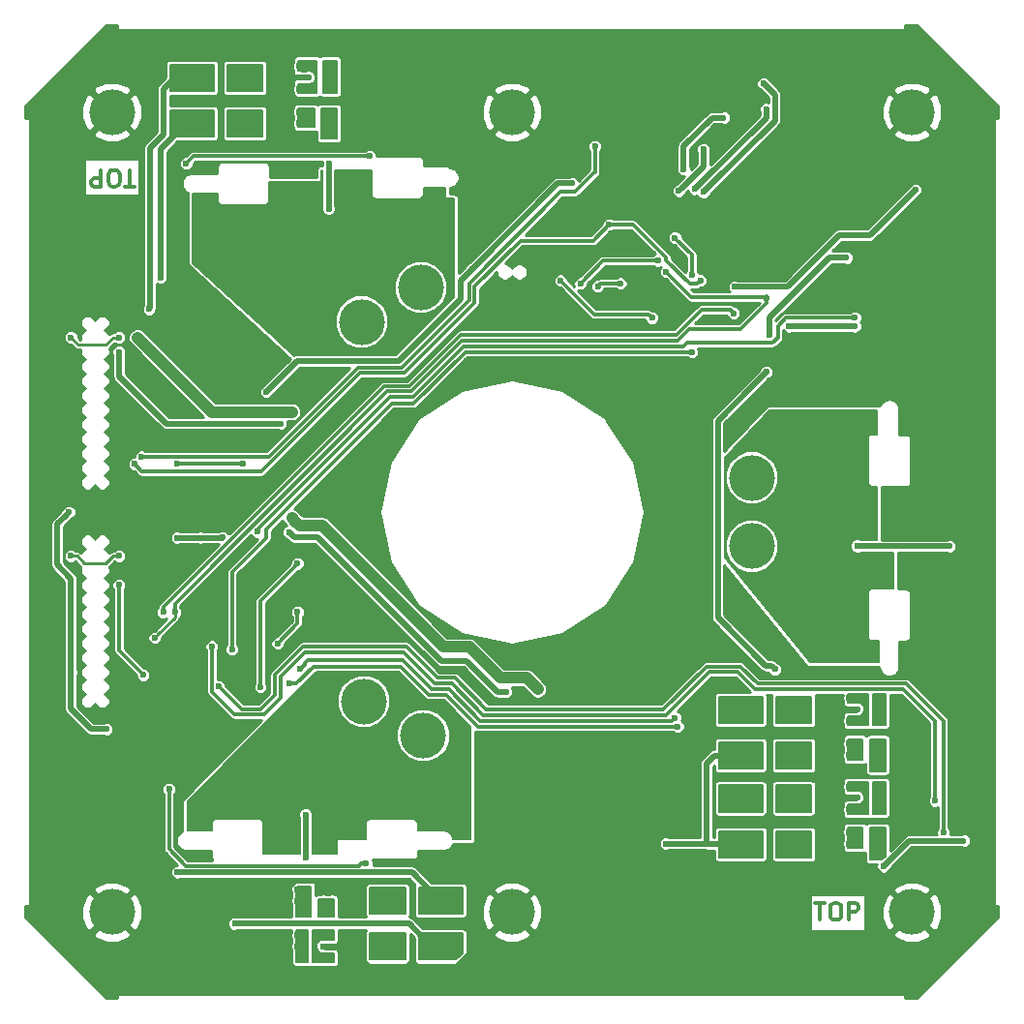
<source format=gtl>
G04 #@! TF.FileFunction,Copper,L1,Top,Signal*
%FSLAX46Y46*%
G04 Gerber Fmt 4.6, Leading zero omitted, Abs format (unit mm)*
G04 Created by KiCad (PCBNEW 4.0.6-e0-6349~53~ubuntu16.04.1) date Thu Aug 24 13:51:26 2017*
%MOMM*%
%LPD*%
G01*
G04 APERTURE LIST*
%ADD10C,0.100000*%
%ADD11C,0.300000*%
%ADD12C,4.000000*%
%ADD13C,0.600000*%
%ADD14C,1.000000*%
%ADD15C,0.500000*%
%ADD16C,0.250000*%
%ADD17C,1.000000*%
%ADD18C,0.200000*%
%ADD19C,0.254000*%
G04 APERTURE END LIST*
D10*
D11*
X66964286Y-71571429D02*
X66107143Y-71571429D01*
X66535714Y-70071429D02*
X66535714Y-71571429D01*
X65321429Y-71571429D02*
X65035715Y-71571429D01*
X64892857Y-71500000D01*
X64750000Y-71357143D01*
X64678572Y-71071429D01*
X64678572Y-70571429D01*
X64750000Y-70285714D01*
X64892857Y-70142857D01*
X65035715Y-70071429D01*
X65321429Y-70071429D01*
X65464286Y-70142857D01*
X65607143Y-70285714D01*
X65678572Y-70571429D01*
X65678572Y-71071429D01*
X65607143Y-71357143D01*
X65464286Y-71500000D01*
X65321429Y-71571429D01*
X64035714Y-70071429D02*
X64035714Y-71571429D01*
X63464286Y-71571429D01*
X63321428Y-71500000D01*
X63250000Y-71428571D01*
X63178571Y-71285714D01*
X63178571Y-71071429D01*
X63250000Y-70928571D01*
X63321428Y-70857143D01*
X63464286Y-70785714D01*
X64035714Y-70785714D01*
X126535714Y-134178571D02*
X127392857Y-134178571D01*
X126964286Y-135678571D02*
X126964286Y-134178571D01*
X128178571Y-134178571D02*
X128464285Y-134178571D01*
X128607143Y-134250000D01*
X128750000Y-134392857D01*
X128821428Y-134678571D01*
X128821428Y-135178571D01*
X128750000Y-135464286D01*
X128607143Y-135607143D01*
X128464285Y-135678571D01*
X128178571Y-135678571D01*
X128035714Y-135607143D01*
X127892857Y-135464286D01*
X127821428Y-135178571D01*
X127821428Y-134678571D01*
X127892857Y-134392857D01*
X128035714Y-134250000D01*
X128178571Y-134178571D01*
X129464286Y-135678571D02*
X129464286Y-134178571D01*
X130035714Y-134178571D01*
X130178572Y-134250000D01*
X130250000Y-134321429D01*
X130321429Y-134464286D01*
X130321429Y-134678571D01*
X130250000Y-134821429D01*
X130178572Y-134892857D01*
X130035714Y-134964286D01*
X129464286Y-134964286D01*
D12*
X92053848Y-80370835D03*
X92258330Y-119562178D03*
X87062178Y-116562178D03*
X86857695Y-83370835D03*
X121000000Y-97000000D03*
X121000000Y-103000000D03*
X65000000Y-135000000D03*
X135000000Y-135000000D03*
X65000000Y-65000000D03*
X135000000Y-65000000D03*
X100000000Y-135000000D03*
X100000000Y-65000000D03*
D13*
X96250000Y-76000000D03*
X98000000Y-128000000D03*
X125750000Y-89500000D03*
X97300000Y-69000000D03*
X64200000Y-117600000D03*
X63300000Y-117600000D03*
X129250000Y-71500000D03*
X129250000Y-74499990D03*
X113786004Y-77000000D03*
X61420000Y-91075000D03*
X65620000Y-91075000D03*
X65620000Y-89805000D03*
X61420000Y-89805000D03*
D14*
X107000000Y-115500000D03*
X102000000Y-122250000D03*
D13*
X100250000Y-73500000D03*
X81400000Y-62000000D03*
X82200000Y-62000000D03*
X134600000Y-130000000D03*
X130250000Y-117250000D03*
X129500000Y-117250000D03*
X130250000Y-130000000D03*
X129500002Y-130000000D03*
X129500000Y-125000000D03*
X130250000Y-125000000D03*
X129500000Y-122250000D03*
X130250000Y-122250000D03*
X84250000Y-133000000D03*
X83500000Y-133000000D03*
X84250000Y-138000000D03*
X83500000Y-138000000D03*
D14*
X82750000Y-104250000D03*
X83250000Y-100000000D03*
X83250000Y-98250000D03*
X85750000Y-90500000D03*
X83750000Y-92000000D03*
X82499998Y-93500000D03*
D13*
X96003888Y-86753888D03*
X122750000Y-76940000D03*
X117000000Y-83000000D03*
X117000000Y-86000000D03*
X96000000Y-83750000D03*
D14*
X116000000Y-89250000D03*
X116750000Y-89750000D03*
X117250000Y-88750000D03*
X115750000Y-88000000D03*
D13*
X103000000Y-83500000D03*
X137250000Y-81000000D03*
X115750000Y-62750000D03*
X107000000Y-62750000D03*
X135250000Y-79000000D03*
X130000000Y-81000000D03*
X134000000Y-83000000D03*
X82500000Y-88250000D03*
X82499998Y-90250000D03*
X83500000Y-89250000D03*
X109750000Y-83500000D03*
X113000000Y-72000000D03*
X70750000Y-117250000D03*
X68000000Y-92500000D03*
X133500000Y-122300000D03*
X133500000Y-116300000D03*
X128750000Y-116800000D03*
X128750000Y-124550000D03*
X80250000Y-133000000D03*
X80250000Y-139000000D03*
X85500000Y-61000000D03*
X85500000Y-67000000D03*
X80750000Y-66950000D03*
X65500000Y-126000000D03*
X73250000Y-109750000D03*
X70500000Y-106250000D03*
X74750000Y-98250000D03*
X72750000Y-98250000D03*
X70750000Y-98250000D03*
X68750000Y-98500000D03*
X81400000Y-63000000D03*
X81400000Y-61000000D03*
X82200008Y-63000000D03*
X82200000Y-61000000D03*
X77750000Y-62750000D03*
X77750000Y-62000000D03*
X77750000Y-61250000D03*
X76250000Y-61250000D03*
X75500000Y-61250000D03*
X75500000Y-62000000D03*
X76250000Y-62000000D03*
X76250000Y-62750000D03*
X75500000Y-62750000D03*
X61420000Y-114005000D03*
X96500000Y-78750000D03*
X64500000Y-118999996D03*
X105250000Y-71249992D03*
X78500000Y-89499996D03*
X61250000Y-100000000D03*
X81250000Y-108750000D03*
X79500000Y-111500010D03*
X70000000Y-124249998D03*
X87250000Y-130750000D03*
X81250000Y-104500000D03*
X78000000Y-115300003D03*
X130250000Y-116250000D03*
X129500000Y-116250000D03*
X130250000Y-118250000D03*
X129500006Y-118250000D03*
X125750000Y-118050000D03*
X125750000Y-117300000D03*
X125750000Y-116550000D03*
X124250000Y-116550000D03*
X123500000Y-116550000D03*
X124250000Y-117300000D03*
X123500000Y-117300000D03*
X123500000Y-118050000D03*
X124250000Y-118050000D03*
X130250000Y-121250000D03*
X129500000Y-121250000D03*
X130250000Y-120250000D03*
X129500000Y-120250000D03*
X125750000Y-120550000D03*
X125750000Y-121300000D03*
X124250000Y-120550000D03*
X123500000Y-120550000D03*
X123500000Y-121300000D03*
X124250000Y-121300000D03*
X124250000Y-122050000D03*
X123500000Y-122050000D03*
X125750000Y-122050000D03*
X87550000Y-68850002D03*
X71500000Y-69500000D03*
X129500000Y-126000000D03*
X130250000Y-126000000D03*
X130250000Y-124000000D03*
X129500000Y-124000000D03*
X123500000Y-124300000D03*
X124250000Y-124300000D03*
X124250000Y-125050000D03*
X123500000Y-125050000D03*
X123500000Y-125800000D03*
X124250000Y-125800000D03*
X125750000Y-125800000D03*
X125750000Y-125050000D03*
X125750000Y-124300000D03*
X80500000Y-115000000D03*
X114500000Y-118750000D03*
X114250000Y-118000000D03*
X81500000Y-113750000D03*
X119400000Y-82600000D03*
X69500000Y-108750000D03*
X122499998Y-84500000D03*
X129250000Y-77750000D03*
X122250000Y-64750000D03*
X116000000Y-71750000D03*
X84250000Y-139000000D03*
X83500000Y-139000000D03*
X84250000Y-137000000D03*
X83500000Y-137000000D03*
X88000000Y-137250000D03*
X88000000Y-138000000D03*
X88000000Y-138750000D03*
X89500000Y-138750000D03*
X89500000Y-138000000D03*
X89500000Y-137250000D03*
X90250000Y-137250000D03*
X90250000Y-138000000D03*
X90250000Y-138750000D03*
X82000000Y-136999998D03*
X81250000Y-137000006D03*
X81250000Y-138000000D03*
X82000000Y-138000000D03*
X132479002Y-130031034D03*
X74350010Y-115250000D03*
X137750000Y-128000000D03*
X131750000Y-130050000D03*
X83500000Y-135000000D03*
X84250000Y-135000006D03*
X84249974Y-134000000D03*
X83500000Y-134000000D03*
X88000000Y-134800000D03*
X88000000Y-134000000D03*
X88000000Y-133250000D03*
X89500000Y-133250000D03*
X89500000Y-134000000D03*
X89500000Y-134750000D03*
X90250000Y-134750000D03*
X90250000Y-134000000D03*
X90250000Y-133250000D03*
X76900000Y-120600000D03*
X83905000Y-126595000D03*
X94750000Y-125000000D03*
X94750000Y-122800000D03*
X73300000Y-77700000D03*
X93300000Y-76800000D03*
X84500000Y-79000000D03*
X91100000Y-83500000D03*
X90000000Y-83250000D03*
X124500000Y-91500000D03*
X126800000Y-91950000D03*
X125250000Y-93500000D03*
X125250000Y-107750000D03*
X124000000Y-108250000D03*
X121250000Y-106250000D03*
X82095000Y-73405000D03*
X74700728Y-102200728D03*
X70750000Y-102250000D03*
X72750000Y-102250000D03*
X130000000Y-83750000D03*
X124250000Y-83750000D03*
X82000000Y-134000000D03*
X81250000Y-134000000D03*
X82000000Y-130250000D03*
X81250000Y-133000000D03*
X82000000Y-133000000D03*
X82000000Y-126500000D03*
X68250000Y-82250000D03*
X122250000Y-87750000D03*
X123000000Y-113750000D03*
X75750000Y-136000000D03*
X68349989Y-78750000D03*
X118500000Y-116500000D03*
X71250000Y-62750000D03*
X70500000Y-62750000D03*
X71250000Y-62000000D03*
X70500000Y-62000000D03*
X71250000Y-61250000D03*
X70500000Y-61250000D03*
X72750000Y-61250000D03*
X73500000Y-61250000D03*
X72750000Y-62000000D03*
X72750000Y-62750000D03*
X73500000Y-62750000D03*
X73500000Y-62000000D03*
X121500000Y-117300000D03*
X120750000Y-118050000D03*
X120750000Y-117300000D03*
X120750000Y-116550000D03*
X121500000Y-118050000D03*
X121500000Y-116550000D03*
X119250000Y-118050000D03*
X118500000Y-118050000D03*
X119250000Y-117300000D03*
X119250000Y-116550000D03*
X118500000Y-117300000D03*
X120750000Y-124300000D03*
X121500000Y-124300000D03*
X121500000Y-125050000D03*
X120750000Y-125050000D03*
X121500000Y-125800000D03*
X120750000Y-125800000D03*
X119250000Y-125050000D03*
X118500000Y-125050000D03*
X118500000Y-124300000D03*
X119250000Y-124300000D03*
X118500000Y-125800000D03*
X119250000Y-125800000D03*
X95250000Y-137250000D03*
X94500000Y-137250000D03*
X93000000Y-137250000D03*
X92250000Y-137250000D03*
X93000000Y-138000000D03*
X92250000Y-138000000D03*
X92250000Y-138750000D03*
X93000000Y-138750000D03*
X94500000Y-138750000D03*
X95250000Y-138750000D03*
X95250000Y-138000000D03*
X94500000Y-138000000D03*
X113500000Y-129000000D03*
X119500000Y-80300000D03*
X135300000Y-71800000D03*
X132500000Y-131000004D03*
X139500000Y-128750016D03*
X70750000Y-131500000D03*
X69250000Y-79500000D03*
X72750000Y-65250000D03*
X73500000Y-65250000D03*
X73500000Y-66000000D03*
X72750000Y-66000000D03*
X72750000Y-66750000D03*
X73500000Y-66750000D03*
X71250000Y-66750000D03*
X70500000Y-66750000D03*
X71250000Y-66000000D03*
X70500000Y-66000000D03*
X71250000Y-65250000D03*
X70500000Y-65250000D03*
X120750000Y-122050000D03*
X121500000Y-122050000D03*
X118500000Y-122050000D03*
X119250006Y-122050000D03*
X118500000Y-120550000D03*
X119250000Y-120550000D03*
X118500000Y-121300000D03*
X119250000Y-121300000D03*
X121500000Y-121300000D03*
X121500000Y-120550000D03*
X120750000Y-121300000D03*
X120750000Y-120550000D03*
X121500000Y-129050000D03*
X121500000Y-128300000D03*
X120750000Y-128300000D03*
X120750000Y-129050000D03*
X119250000Y-128300000D03*
X118500000Y-129050000D03*
X118500000Y-128300000D03*
X119250000Y-129050000D03*
X119250006Y-129800000D03*
X118500000Y-129800000D03*
X121500000Y-129800000D03*
X120750000Y-129800000D03*
X95250000Y-134750000D03*
X95250000Y-134000000D03*
X95250000Y-133250000D03*
X94499994Y-133250000D03*
X94500000Y-134000000D03*
X94500000Y-134750000D03*
X93000000Y-134000000D03*
X93000000Y-134750000D03*
X93000000Y-133250000D03*
X92250000Y-134750000D03*
X92250000Y-134000000D03*
X92250000Y-133250000D03*
X83750000Y-63000000D03*
X84500000Y-63000000D03*
X81400000Y-66000000D03*
X82200000Y-66000000D03*
X81400000Y-65000000D03*
X82200000Y-65000000D03*
X77750000Y-65250000D03*
X77750000Y-66000000D03*
X77750000Y-66750000D03*
X76250000Y-66750000D03*
X75500000Y-66750000D03*
X76250000Y-66000000D03*
X75500000Y-66000000D03*
X76250000Y-65250000D03*
X75500000Y-65250000D03*
X84500000Y-67000000D03*
X83750000Y-67000000D03*
X84000000Y-69500000D03*
X84000000Y-73500000D03*
X132500000Y-118300000D03*
X131750000Y-118300000D03*
X131750000Y-122300000D03*
X132500000Y-122300000D03*
X138250000Y-103000000D03*
X130250000Y-103000000D03*
X137000000Y-125250000D03*
X73750000Y-111750000D03*
X131750000Y-126050000D03*
X132500000Y-126050000D03*
X130250000Y-129000000D03*
X129500000Y-129000000D03*
X130250000Y-128000000D03*
X129500000Y-128000000D03*
X123500000Y-128300000D03*
X124250000Y-128300000D03*
X124250000Y-129050000D03*
X123500000Y-129050000D03*
X123500000Y-129800000D03*
X124250000Y-129800000D03*
X125750000Y-129800000D03*
X125750000Y-129050000D03*
X125750000Y-128300000D03*
X65620000Y-85995000D03*
X80500000Y-101750000D03*
X79750000Y-92250000D03*
X99500000Y-115750000D03*
X61420000Y-84725000D03*
X65620000Y-84725000D03*
D14*
X80750000Y-100500000D03*
X80750000Y-91250000D03*
X67250000Y-84750000D03*
X102250000Y-115500000D03*
D13*
X114600000Y-71899998D03*
X115750000Y-79250000D03*
X75500000Y-112000000D03*
X114250000Y-76000000D03*
X115750000Y-86000000D03*
X116750000Y-68250000D03*
X67600000Y-95149999D03*
X107250000Y-68000000D03*
X76500000Y-95750000D03*
X70750002Y-95750000D03*
X77700728Y-101700728D03*
X130000000Y-82999998D03*
X61420000Y-103845000D03*
X65620000Y-103845000D03*
X106000000Y-80000000D03*
X112750000Y-78000000D03*
X104250000Y-79750000D03*
X112250000Y-83000000D03*
X107500000Y-80250000D03*
X109500000Y-80000000D03*
X67000000Y-95800000D03*
X116500000Y-79750000D03*
X108500000Y-74850010D03*
X65620000Y-106385000D03*
X67750000Y-114250000D03*
X122300000Y-81250000D03*
X113500000Y-79000000D03*
X68750000Y-111000000D03*
X70500000Y-108750000D03*
X118500000Y-65500000D03*
X115000000Y-70000000D03*
X122000000Y-62500000D03*
X116750000Y-72000000D03*
D15*
X129250000Y-70750000D02*
X129250000Y-71500000D01*
X129250000Y-71500000D02*
X129250000Y-74075726D01*
D11*
X61500000Y-138000000D02*
X61000000Y-138000000D01*
X57500000Y-134500000D02*
X57500000Y-135500000D01*
X58000000Y-134500000D02*
X57500000Y-134500000D01*
X61500000Y-138000000D02*
X58000000Y-134500000D01*
X64500000Y-142500000D02*
X65500000Y-142500000D01*
X65500000Y-142000000D02*
X61000000Y-137500000D01*
X65500000Y-142500000D02*
X65500000Y-142000000D01*
X65000000Y-135000000D02*
X62000000Y-138000000D01*
X62000000Y-138000000D02*
X61500000Y-138000000D01*
X57500000Y-135500000D02*
X64500000Y-142500000D01*
X138000000Y-138500000D02*
X138000000Y-139000000D01*
X134500000Y-142500000D02*
X135500000Y-142500000D01*
X134500000Y-142000000D02*
X134500000Y-142500000D01*
X138000000Y-138500000D02*
X134500000Y-142000000D01*
X142500000Y-135500000D02*
X142500000Y-134500000D01*
X142000000Y-134500000D02*
X137500000Y-139000000D01*
X142500000Y-134500000D02*
X142000000Y-134500000D01*
X135000000Y-135000000D02*
X138000000Y-138000000D01*
X138000000Y-138000000D02*
X138000000Y-138500000D01*
X135500000Y-142500000D02*
X142500000Y-135500000D01*
X138500000Y-62000000D02*
X142000000Y-65500000D01*
X142500000Y-65500000D02*
X142500000Y-64500000D01*
X138500000Y-62000000D02*
X139000000Y-62000000D01*
X142000000Y-65500000D02*
X142500000Y-65500000D01*
X142500000Y-64500000D02*
X135500000Y-57500000D01*
X135000000Y-65000000D02*
X138000000Y-62000000D01*
X135500000Y-57500000D02*
X134500000Y-57500000D01*
X138000000Y-62000000D02*
X138500000Y-62000000D01*
X134500000Y-57500000D02*
X134500000Y-58000000D01*
X134500000Y-58000000D02*
X139000000Y-62500000D01*
X58000000Y-65500000D02*
X62500000Y-61000000D01*
X57500000Y-65500000D02*
X58000000Y-65500000D01*
X57500000Y-64500000D02*
X57500000Y-65500000D01*
X64500000Y-57500000D02*
X57500000Y-64500000D01*
X65500000Y-57500000D02*
X64500000Y-57500000D01*
X65500000Y-58000000D02*
X65500000Y-57500000D01*
X62000000Y-61500000D02*
X65500000Y-58000000D01*
X62000000Y-61500000D02*
X62000000Y-61000000D01*
X62000000Y-62000000D02*
X62000000Y-61500000D01*
X65000000Y-65000000D02*
X62000000Y-62000000D01*
D15*
X129250000Y-74075726D02*
X129250000Y-74499990D01*
X135000000Y-65000000D02*
X129250000Y-70750000D01*
X122750000Y-75000000D02*
X123250010Y-74499990D01*
X128825736Y-74499990D02*
X129250000Y-74499990D01*
X123250010Y-74499990D02*
X128825736Y-74499990D01*
X115000000Y-78213996D02*
X113786004Y-77000000D01*
X113786004Y-77000000D02*
X113000000Y-76213996D01*
X100250000Y-73924264D02*
X100250000Y-73500000D01*
X113000000Y-72424264D02*
X113000000Y-72000000D01*
X113000000Y-76213996D02*
X113000000Y-72424264D01*
X115000000Y-78250000D02*
X115000000Y-78213996D01*
X81400000Y-62000000D02*
X80800000Y-62000000D01*
X82200000Y-62000000D02*
X81400000Y-62000000D01*
X83500000Y-133000000D02*
X84250000Y-133000000D01*
X82750000Y-132250000D02*
X83200001Y-132700001D01*
X83200001Y-132700001D02*
X83500000Y-133000000D01*
X81000000Y-132250000D02*
X82750000Y-132250000D01*
X80250000Y-133000000D02*
X81000000Y-132250000D01*
X80250000Y-139000000D02*
X80250000Y-139250000D01*
X80250000Y-139250000D02*
X81000000Y-140000000D01*
X81000000Y-140000000D02*
X84750000Y-140000000D01*
X84750000Y-140000000D02*
X85250000Y-139500000D01*
X85250000Y-139500000D02*
X85250000Y-138424264D01*
X84250000Y-138000000D02*
X84825736Y-138000000D01*
X84825736Y-138000000D02*
X85250000Y-138424264D01*
X85250000Y-137500000D02*
X85250000Y-137000000D01*
X84750000Y-138000000D02*
X85250000Y-137500000D01*
X84250000Y-138000000D02*
X84750000Y-138000000D01*
X83500000Y-138000000D02*
X84250000Y-138000000D01*
X100000000Y-135000000D02*
X94250000Y-140750000D01*
X88000000Y-140750000D02*
X85549999Y-138299999D01*
X94250000Y-140750000D02*
X88000000Y-140750000D01*
X85250000Y-138424264D02*
X85250000Y-138000000D01*
X85549999Y-138299999D02*
X85250000Y-138000000D01*
X83250000Y-100000000D02*
X83250000Y-98250000D01*
X83750000Y-92000000D02*
X84250000Y-92000000D01*
X84250000Y-92000000D02*
X85750000Y-90500000D01*
X82499998Y-93500000D02*
X82499998Y-93250002D01*
X82499998Y-93250002D02*
X83750000Y-92000000D01*
X97250000Y-88000000D02*
X96003888Y-86753888D01*
X115750000Y-88000000D02*
X97250000Y-88000000D01*
X113000000Y-72000000D02*
X107000000Y-66000000D01*
X107000000Y-66000000D02*
X107000000Y-62750000D01*
X122750000Y-75000000D02*
X120750000Y-75000000D01*
X122750000Y-76940000D02*
X122750000Y-75000000D01*
X117250000Y-88750000D02*
X117250000Y-86250000D01*
X117250000Y-86250000D02*
X117000000Y-86000000D01*
X103000000Y-83500000D02*
X96250000Y-83500000D01*
X96250000Y-83500000D02*
X96000000Y-83750000D01*
X117250000Y-88750000D02*
X117250000Y-89250000D01*
X117250000Y-89250000D02*
X116750000Y-89750000D01*
X109750000Y-83500000D02*
X103000000Y-83500000D01*
X134000000Y-81250000D02*
X134250000Y-81000000D01*
X134250000Y-81000000D02*
X137250000Y-81000000D01*
X137250000Y-81000000D02*
X138000000Y-80250000D01*
X138000000Y-80250000D02*
X138000000Y-68000000D01*
X138000000Y-68000000D02*
X135000000Y-65000000D01*
X115750000Y-62750000D02*
X107000000Y-62750000D01*
X107000000Y-62750000D02*
X102250000Y-62750000D01*
X102250000Y-62750000D02*
X100000000Y-65000000D01*
X133750000Y-81000000D02*
X130424264Y-81000000D01*
X130424264Y-81000000D02*
X130000000Y-81000000D01*
X134000000Y-81250000D02*
X133750000Y-81000000D01*
X134000000Y-83000000D02*
X134000000Y-81250000D01*
X82799997Y-89950001D02*
X82499998Y-90250000D01*
X83500000Y-89250000D02*
X82799997Y-89950001D01*
X133250000Y-136750000D02*
X135000000Y-135000000D01*
X121750001Y-136999999D02*
X128450001Y-130299999D01*
X100000000Y-135000000D02*
X101999999Y-136999999D01*
X101999999Y-136999999D02*
X121750001Y-136999999D01*
X128450001Y-130299999D02*
X128750000Y-130000000D01*
X65500000Y-126000000D02*
X63000000Y-126000000D01*
X63000000Y-126000000D02*
X61250000Y-127750000D01*
X61250000Y-131250000D02*
X65000000Y-135000000D01*
X61250000Y-127750000D02*
X61250000Y-131250000D01*
X65000000Y-135000000D02*
X68500000Y-138500000D01*
X68500000Y-138500000D02*
X71500000Y-138500000D01*
X71500000Y-138500000D02*
X74750000Y-135250000D01*
X74750000Y-135000000D02*
X74750000Y-135250000D01*
X74750000Y-135250000D02*
X74750000Y-137750000D01*
X80250000Y-134250000D02*
X75500000Y-134250000D01*
X80250000Y-133000000D02*
X80250000Y-134250000D01*
X75500000Y-134250000D02*
X74750000Y-135000000D01*
X76000000Y-139000000D02*
X80250000Y-139000000D01*
X74750000Y-137750000D02*
X76000000Y-139000000D01*
X120750000Y-75000000D02*
X119000000Y-73250000D01*
X119000000Y-73250000D02*
X114250000Y-73250000D01*
X114250000Y-73250000D02*
X113000000Y-72000000D01*
X77750000Y-62000000D02*
X77750000Y-62750000D01*
X77750000Y-61250000D02*
X77750000Y-62000000D01*
D11*
X76250000Y-61250000D02*
X77750000Y-61250000D01*
X75500000Y-62000000D02*
X75500000Y-61250000D01*
X75500000Y-62750000D02*
X76250000Y-62750000D01*
D15*
X61420000Y-114005000D02*
X61420000Y-105820000D01*
X61420000Y-105820000D02*
X60200000Y-104600000D01*
X60200000Y-104600000D02*
X60200000Y-101050000D01*
X60200000Y-101050000D02*
X60950001Y-100299999D01*
X60950001Y-100299999D02*
X61250000Y-100000000D01*
X64500000Y-118999996D02*
X63199996Y-118999996D01*
X63199996Y-118999996D02*
X61420000Y-117220000D01*
X61420000Y-117220000D02*
X61420000Y-114005000D01*
X78500000Y-89499996D02*
X81200029Y-86799967D01*
X81200029Y-86799967D02*
X90100033Y-86799967D01*
X90100033Y-86799967D02*
X95500000Y-81400000D01*
X95500000Y-81400000D02*
X95500000Y-79750000D01*
X95500000Y-79750000D02*
X96500000Y-78750000D01*
X96500000Y-78750000D02*
X104000008Y-71249992D01*
X104000008Y-71249992D02*
X104825736Y-71249992D01*
X104825736Y-71249992D02*
X105250000Y-71249992D01*
X64499996Y-118999996D02*
X64500000Y-118999996D01*
D11*
X81250000Y-109750000D02*
X81250000Y-108750000D01*
X87250000Y-130750000D02*
X86825736Y-130750000D01*
X86625747Y-130949989D02*
X71449989Y-130949989D01*
X86825736Y-130750000D02*
X86625747Y-130949989D01*
X71449989Y-130949989D02*
X70000000Y-129500000D01*
X70000000Y-129500000D02*
X70000000Y-124249998D01*
X79500000Y-111500010D02*
X79750010Y-111250000D01*
X79500000Y-111500000D02*
X81250000Y-109750000D01*
X80950001Y-104799999D02*
X81250000Y-104500000D01*
X78000000Y-107750000D02*
X80950001Y-104799999D01*
X78000000Y-115300003D02*
X78000000Y-107750000D01*
D15*
X125750000Y-116550000D02*
X125750000Y-117300000D01*
X123500000Y-116550000D02*
X124250000Y-116550000D01*
X123500000Y-117300000D02*
X124250000Y-117300000D01*
X124250000Y-118050000D02*
X123500000Y-118050000D01*
X129500000Y-120250000D02*
X130250000Y-120250000D01*
X125750000Y-121300000D02*
X125750000Y-120550000D01*
X123500000Y-120550000D02*
X124250000Y-120550000D01*
X124250000Y-121300000D02*
X123500000Y-121300000D01*
X123500000Y-122050000D02*
X124250000Y-122050000D01*
D11*
X87125736Y-68850002D02*
X87550000Y-68850002D01*
X71500000Y-69500000D02*
X72149998Y-68850002D01*
X72149998Y-68850002D02*
X87125736Y-68850002D01*
D15*
X124250000Y-124300000D02*
X123500000Y-124300000D01*
X123500000Y-125050000D02*
X124250000Y-125050000D01*
X123500000Y-125800000D02*
X123500000Y-125050000D01*
X125750000Y-125800000D02*
X124250000Y-125800000D01*
X125750000Y-124300000D02*
X125750000Y-125050000D01*
D11*
X114500000Y-118750000D02*
X97000000Y-118750000D01*
X97000000Y-118750000D02*
X94250000Y-116000000D01*
X94250000Y-116000000D02*
X92750000Y-116000000D01*
X80924264Y-115000000D02*
X80500000Y-115000000D01*
X92750000Y-116000000D02*
X90250000Y-113500000D01*
X90250000Y-113500000D02*
X82638004Y-113500000D01*
X81138004Y-115000000D02*
X80924264Y-115000000D01*
X82638004Y-113500000D02*
X81138004Y-115000000D01*
X114000000Y-118250000D02*
X114250000Y-118000000D01*
X114000000Y-118250000D02*
X97250000Y-118250000D01*
X97250000Y-118250000D02*
X94500000Y-115500000D01*
X94500000Y-115500000D02*
X93000000Y-115500000D01*
X93000000Y-115500000D02*
X90406333Y-112906333D01*
X82169377Y-112906333D02*
X81869378Y-113206332D01*
X81869378Y-113206332D02*
X81869378Y-113380622D01*
X90406333Y-112906333D02*
X82169377Y-112906333D01*
X81869378Y-113380622D02*
X81500000Y-113750000D01*
X119100001Y-82300001D02*
X119400000Y-82600000D01*
X91000000Y-89000000D02*
X95500000Y-84500000D01*
X88825736Y-89000000D02*
X91000000Y-89000000D01*
X69500000Y-108325736D02*
X88825736Y-89000000D01*
X116563589Y-82300001D02*
X119100001Y-82300001D01*
X114363590Y-84500000D02*
X116563589Y-82300001D01*
X69500000Y-108750000D02*
X69500000Y-108325736D01*
X95500000Y-84500000D02*
X114363590Y-84500000D01*
D15*
X129250000Y-77750000D02*
X127750000Y-77750000D01*
X127750000Y-77750000D02*
X122500000Y-83000000D01*
X122500000Y-83000000D02*
X122500000Y-84499998D01*
X122500000Y-84499998D02*
X122499998Y-84500000D01*
X116299999Y-71450001D02*
X122250000Y-65500000D01*
X122250000Y-65500000D02*
X122250000Y-64750000D01*
X116000000Y-71750000D02*
X116299999Y-71450001D01*
D11*
X83750000Y-137000000D02*
X84250000Y-137000000D01*
X83500000Y-137000000D02*
X84250000Y-137000000D01*
D15*
X88000000Y-138750000D02*
X88000000Y-138000000D01*
X90250000Y-138750000D02*
X89500000Y-138750000D01*
X90250000Y-137250000D02*
X89500000Y-137250000D01*
X90250000Y-138750000D02*
X90250000Y-138000000D01*
X81250000Y-137000006D02*
X81999992Y-137000006D01*
X81999992Y-137000006D02*
X82000000Y-136999998D01*
X82000000Y-138000000D02*
X81250000Y-138000000D01*
D11*
X137750000Y-128000000D02*
X137750000Y-118250000D01*
X137750000Y-118250000D02*
X134500000Y-115000000D01*
X134500000Y-115000000D02*
X121500000Y-115000000D01*
X117000000Y-113500000D02*
X113250000Y-117250000D01*
X113250000Y-117250000D02*
X97750000Y-117250000D01*
X93500000Y-114500000D02*
X90750000Y-111750000D01*
X79250000Y-116000000D02*
X78000000Y-117250000D01*
X121500000Y-115000000D02*
X120000000Y-113500000D01*
X81724319Y-111750000D02*
X79250000Y-114224319D01*
X120000000Y-113500000D02*
X117000000Y-113500000D01*
X97750000Y-117250000D02*
X95000000Y-114500000D01*
X95000000Y-114500000D02*
X93500000Y-114500000D01*
X79250000Y-114224319D02*
X79250000Y-116000000D01*
X90750000Y-111750000D02*
X81724319Y-111750000D01*
X78000000Y-117250000D02*
X76350010Y-117250000D01*
X76350010Y-117250000D02*
X74350010Y-115250000D01*
X83500006Y-135000006D02*
X83500000Y-135000000D01*
X84250000Y-135000006D02*
X83500006Y-135000006D01*
X83500000Y-134000000D02*
X84249974Y-134000000D01*
D15*
X88000000Y-133250000D02*
X88000000Y-134000000D01*
X89500000Y-134000000D02*
X89500000Y-133250000D01*
X90250000Y-134750000D02*
X89500000Y-134750000D01*
X90250000Y-133250000D02*
X90250000Y-134000000D01*
D11*
X77324264Y-120600000D02*
X76900000Y-120600000D01*
X77910000Y-120600000D02*
X77324264Y-120600000D01*
X83905000Y-126595000D02*
X77910000Y-120600000D01*
X90000000Y-83800000D02*
X90000000Y-83109138D01*
X90000000Y-83109138D02*
X84590862Y-77700000D01*
X84590862Y-77700000D02*
X73300000Y-77700000D01*
X90000000Y-83250000D02*
X90000000Y-83800000D01*
D15*
X72750000Y-102250000D02*
X74651456Y-102250000D01*
X74651456Y-102250000D02*
X74700728Y-102200728D01*
X70750000Y-102250000D02*
X72750000Y-102250000D01*
X124250000Y-83750000D02*
X130000000Y-83750000D01*
D11*
X81250000Y-134000000D02*
X82000000Y-134000000D01*
D15*
X82000000Y-126500000D02*
X82000000Y-130250000D01*
X68349989Y-82150011D02*
X68250000Y-82250000D01*
X68349989Y-78750000D02*
X68349989Y-82150011D01*
X120949997Y-89049999D02*
X120950001Y-89049999D01*
X120950001Y-89049999D02*
X122250000Y-87750000D01*
X123000000Y-113750000D02*
X122700001Y-113450001D01*
X122700001Y-113450001D02*
X122200001Y-113450001D01*
X122200001Y-113450001D02*
X118000000Y-109250000D01*
X118000000Y-91999996D02*
X120949997Y-89049999D01*
X118000000Y-109250000D02*
X118000000Y-91999996D01*
X70500000Y-62000000D02*
X69500000Y-63000000D01*
X69500000Y-63000000D02*
X69500000Y-67000000D01*
X69500000Y-67000000D02*
X68349989Y-68150011D01*
X68349989Y-68150011D02*
X68349989Y-78750000D01*
X91000000Y-136000000D02*
X76174264Y-136000000D01*
X92250000Y-137250000D02*
X91000000Y-136000000D01*
X76174264Y-136000000D02*
X75750000Y-136000000D01*
X118550000Y-116550000D02*
X118500000Y-116500000D01*
X119250000Y-116550000D02*
X118550000Y-116550000D01*
D11*
X70500000Y-62750000D02*
X71250000Y-62750000D01*
X70500000Y-62000000D02*
X71250000Y-62000000D01*
X70500000Y-61250000D02*
X71250000Y-61250000D01*
X73500000Y-61250000D02*
X72750000Y-61250000D01*
X72750000Y-62750000D02*
X72750000Y-62000000D01*
X73500000Y-62000000D02*
X73500000Y-62750000D01*
D15*
X119250000Y-118050000D02*
X118500000Y-118050000D01*
X121500000Y-118050000D02*
X120750000Y-118050000D01*
X119250000Y-117300000D02*
X118500000Y-117300000D01*
X121500000Y-117300000D02*
X120750000Y-117300000D01*
X120750000Y-116550000D02*
X121500000Y-116550000D01*
X120750000Y-124300000D02*
X121500000Y-124300000D01*
X121500000Y-125050000D02*
X120750000Y-125050000D01*
X121500000Y-125800000D02*
X120750000Y-125800000D01*
X119250000Y-125050000D02*
X118500000Y-125050000D01*
X118500000Y-124300000D02*
X119250000Y-124300000D01*
X119250000Y-125800000D02*
X118500000Y-125800000D01*
X94500000Y-137250000D02*
X95250000Y-137250000D01*
X92250000Y-137250000D02*
X93000000Y-137250000D01*
X92250000Y-138000000D02*
X93000000Y-138000000D01*
X93000000Y-138750000D02*
X92250000Y-138750000D01*
X95250000Y-138750000D02*
X94500000Y-138750000D01*
X94500000Y-138000000D02*
X95250000Y-138000000D01*
X116000000Y-129000000D02*
X113500000Y-129000000D01*
X135300000Y-71800000D02*
X131299989Y-75800011D01*
X131299989Y-75800011D02*
X128599989Y-75800011D01*
X128599989Y-75800011D02*
X124100000Y-80300000D01*
X124100000Y-80300000D02*
X119924264Y-80300000D01*
X119924264Y-80300000D02*
X119500000Y-80300000D01*
X132799999Y-130700005D02*
X132500000Y-131000004D01*
X134749988Y-128750016D02*
X132799999Y-130700005D01*
X139500000Y-128750016D02*
X134749988Y-128750016D01*
X73000000Y-131500000D02*
X70750000Y-131500000D01*
X93000000Y-133250000D02*
X91250000Y-131500000D01*
X91250000Y-131500000D02*
X73000000Y-131500000D01*
X70500000Y-66000000D02*
X70500000Y-67000000D01*
X70500000Y-67000000D02*
X69250000Y-68250000D01*
X69250000Y-68250000D02*
X69250000Y-79500000D01*
X117000000Y-129000000D02*
X116000000Y-129000000D01*
X117050000Y-129050000D02*
X117000000Y-129000000D01*
X118500000Y-121300000D02*
X117700000Y-121300000D01*
X117700000Y-121300000D02*
X117000000Y-122000000D01*
X117000000Y-122000000D02*
X117000000Y-129000000D01*
X117050000Y-129050000D02*
X118500000Y-129050000D01*
D11*
X73500000Y-65250000D02*
X72750000Y-65250000D01*
X72750000Y-66000000D02*
X73500000Y-66000000D01*
X73500000Y-66750000D02*
X72750000Y-66750000D01*
X70500000Y-66750000D02*
X71250000Y-66750000D01*
X70500000Y-66000000D02*
X71250000Y-66000000D01*
X70500000Y-65250000D02*
X71250000Y-65250000D01*
D15*
X118950001Y-120849999D02*
X118950001Y-121000001D01*
X119000000Y-120800000D02*
X118950001Y-120849999D01*
X119250006Y-122050000D02*
X118500000Y-122050000D01*
X118950001Y-121000001D02*
X119250000Y-121300000D01*
X119000000Y-121800000D02*
X119250000Y-122050000D01*
X118750000Y-121050000D02*
X119250000Y-120550000D01*
X118500000Y-121300000D02*
X118500000Y-120550000D01*
X120750000Y-122050000D02*
X119250006Y-122050000D01*
X119250000Y-122050000D02*
X120325736Y-122050000D01*
X121500000Y-120550000D02*
X120750000Y-120550000D01*
X120750000Y-120550000D02*
X120750000Y-121300000D01*
X119250000Y-120550000D02*
X119250000Y-121300000D01*
X121500000Y-122050000D02*
X121200001Y-121750001D01*
X121200001Y-121750001D02*
X121200001Y-121599999D01*
X120325736Y-122050000D02*
X120750000Y-122050000D01*
X121200001Y-121599999D02*
X121500000Y-121300000D01*
X121200001Y-129500001D02*
X121200001Y-129349999D01*
X121500000Y-129800000D02*
X121200001Y-129500001D01*
X121200001Y-129349999D02*
X121500000Y-129050000D01*
X119000000Y-129550000D02*
X119250000Y-129800000D01*
X119000000Y-128550000D02*
X118950001Y-128599999D01*
X118950001Y-128599999D02*
X118950001Y-128750001D01*
X118950001Y-128750001D02*
X119250000Y-129050000D01*
X119250000Y-128300000D02*
X119250000Y-129050000D01*
X118500000Y-129050000D02*
X118500000Y-128300000D01*
X118750000Y-128800000D02*
X119250000Y-128300000D01*
X119250006Y-129800000D02*
X118500000Y-129800000D01*
X120750000Y-128300000D02*
X120750000Y-129050000D01*
X121500000Y-128300000D02*
X120750000Y-128300000D01*
X119250000Y-129800000D02*
X120325736Y-129800000D01*
X120750000Y-129800000D02*
X119250006Y-129800000D01*
X120325736Y-129800000D02*
X120750000Y-129800000D01*
X95250000Y-134000000D02*
X95250000Y-134750000D01*
X94499994Y-133250000D02*
X95250000Y-133250000D01*
X93000000Y-133250000D02*
X94499994Y-133250000D01*
X94799999Y-134299999D02*
X94500000Y-134000000D01*
X94799999Y-134450001D02*
X94799999Y-134299999D01*
X94750000Y-134500000D02*
X94799999Y-134450001D01*
X94500000Y-134750000D02*
X94500000Y-134000000D01*
X95000000Y-134250000D02*
X94500000Y-134750000D01*
X93000000Y-134750000D02*
X93000000Y-134000000D01*
X92250000Y-134750000D02*
X93000000Y-134750000D01*
X94500000Y-133250000D02*
X93424264Y-133250000D01*
X94750000Y-133500000D02*
X94500000Y-133250000D01*
X93424264Y-133250000D02*
X93000000Y-133250000D01*
X92549999Y-133700001D02*
X92250000Y-134000000D01*
X92250000Y-133250000D02*
X92549999Y-133549999D01*
X92549999Y-133549999D02*
X92549999Y-133700001D01*
D11*
X77750000Y-66750000D02*
X77750000Y-66000000D01*
X75500000Y-66750000D02*
X76250000Y-66750000D01*
X75500000Y-66000000D02*
X76250000Y-66000000D01*
X75500000Y-65250000D02*
X76250000Y-65250000D01*
D15*
X84000000Y-73500000D02*
X84000000Y-69500000D01*
D11*
X131750000Y-118550000D02*
X132500000Y-118550000D01*
D15*
X131000000Y-103000000D02*
X130250000Y-103000000D01*
X131000000Y-103000000D02*
X138250000Y-103000000D01*
D11*
X97500000Y-117750000D02*
X94750000Y-115000000D01*
X137000000Y-125250000D02*
X137000000Y-118250000D01*
X137000000Y-118250000D02*
X134250000Y-115500000D01*
X78299989Y-117700011D02*
X75700011Y-117700011D01*
X134250000Y-115500000D02*
X121250000Y-115500000D01*
X73750000Y-115750000D02*
X73750000Y-112174264D01*
X121250000Y-115500000D02*
X119750000Y-114000000D01*
X117250000Y-114000000D02*
X113500000Y-117750000D01*
X119750000Y-114000000D02*
X117250000Y-114000000D01*
X75700011Y-117700011D02*
X73750000Y-115750000D01*
X81861996Y-112250000D02*
X79750000Y-114361996D01*
X113500000Y-117750000D02*
X97500000Y-117750000D01*
X94750000Y-115000000D02*
X93250000Y-115000000D01*
X93250000Y-115000000D02*
X90500000Y-112250000D01*
X90500000Y-112250000D02*
X81861996Y-112250000D01*
X79750000Y-114361996D02*
X79750000Y-116250000D01*
X79750000Y-116250000D02*
X78299989Y-117700011D01*
X73750000Y-112174264D02*
X73750000Y-111750000D01*
D15*
X129500000Y-129000000D02*
X130250000Y-129000000D01*
X129500000Y-128000000D02*
X130250000Y-128000000D01*
X124250000Y-129050000D02*
X124250000Y-128300000D01*
X123500000Y-129800000D02*
X123500000Y-129050000D01*
X125750000Y-129800000D02*
X124250000Y-129800000D01*
X125750000Y-128300000D02*
X125750000Y-129050000D01*
X65620000Y-85995000D02*
X65620000Y-88115000D01*
X65620000Y-88115000D02*
X69755000Y-92250000D01*
X79325736Y-92250000D02*
X79750000Y-92250000D01*
X69755000Y-92250000D02*
X79325736Y-92250000D01*
X80950000Y-102200000D02*
X80799999Y-102049999D01*
X99500000Y-115750000D02*
X98750000Y-115750000D01*
X83000000Y-102200000D02*
X80950000Y-102200000D01*
X96000000Y-113000000D02*
X93800000Y-113000000D01*
X93800000Y-113000000D02*
X83000000Y-102200000D01*
X98750000Y-115750000D02*
X96000000Y-113000000D01*
X80799999Y-102049999D02*
X80500000Y-101750000D01*
D16*
X65620000Y-84725000D02*
X65100000Y-84725000D01*
X65100000Y-84725000D02*
X64470000Y-85355000D01*
X64470000Y-85355000D02*
X62050000Y-85355000D01*
X62050000Y-85355000D02*
X61420000Y-84725000D01*
D17*
X81049999Y-100799999D02*
X80750000Y-100500000D01*
X81450000Y-101200000D02*
X81049999Y-100799999D01*
X81950000Y-101200000D02*
X81450000Y-101200000D01*
X94000000Y-111800000D02*
X83400000Y-101200000D01*
X83400000Y-101200000D02*
X81950000Y-101200000D01*
X96300000Y-111800000D02*
X94000000Y-111800000D01*
X99000000Y-114500000D02*
X96300000Y-111800000D01*
X101250000Y-114500000D02*
X99000000Y-114500000D01*
X102250000Y-115500000D02*
X101250000Y-114500000D01*
X73750000Y-91250000D02*
X80325736Y-91250000D01*
X67250000Y-84750000D02*
X73750000Y-91250000D01*
X80325736Y-91250000D02*
X80750000Y-91250000D01*
D15*
X114899999Y-71599999D02*
X114600000Y-71899998D01*
X116750000Y-69749998D02*
X114899999Y-71599999D01*
X116750000Y-68250000D02*
X116750000Y-69749998D01*
D11*
X115750000Y-78825736D02*
X115750000Y-79250000D01*
X114250000Y-76000000D02*
X115750000Y-77500000D01*
X115750000Y-77500000D02*
X115750000Y-78825736D01*
X115750000Y-86000000D02*
X95909232Y-86000000D01*
X95909232Y-86000000D02*
X91409232Y-90500000D01*
X91409232Y-90500000D02*
X89500000Y-90500000D01*
X75500000Y-105250000D02*
X75500000Y-111575736D01*
X89500000Y-90500000D02*
X78500000Y-101500000D01*
X78500000Y-101500000D02*
X78500000Y-102250000D01*
X78500000Y-102250000D02*
X75500000Y-105250000D01*
X75500000Y-111575736D02*
X75500000Y-112000000D01*
X67600000Y-95149999D02*
X78713590Y-95149999D01*
X78713590Y-95149999D02*
X86513611Y-87349978D01*
X86513611Y-87349978D02*
X90350022Y-87349978D01*
X90350022Y-87349978D02*
X96250000Y-81450000D01*
X96250000Y-81450000D02*
X96250000Y-80000000D01*
X107222167Y-70277833D02*
X107250000Y-70277833D01*
X96250000Y-80000000D02*
X104250000Y-72000000D01*
X104250000Y-72000000D02*
X105500000Y-72000000D01*
X105500000Y-72000000D02*
X107222167Y-70277833D01*
X107250000Y-70277833D02*
X107250000Y-68000000D01*
X70750002Y-95750000D02*
X76500000Y-95750000D01*
X130000000Y-82999998D02*
X124000002Y-82999998D01*
X124000002Y-82999998D02*
X123250000Y-83750000D01*
X77750000Y-101500000D02*
X77750000Y-101750000D01*
X123250000Y-83750000D02*
X123250000Y-84750000D01*
X122799988Y-85200012D02*
X115299988Y-85200012D01*
X115299988Y-85200012D02*
X115000000Y-85500000D01*
X123250000Y-84750000D02*
X122799988Y-85200012D01*
X115000000Y-85500000D02*
X95772821Y-85500000D01*
X95772821Y-85500000D02*
X91372800Y-89900022D01*
X89349978Y-89900022D02*
X77750000Y-101500000D01*
X91372800Y-89900022D02*
X89349978Y-89900022D01*
D16*
X65620000Y-103845000D02*
X65100000Y-103845000D01*
X65100000Y-103845000D02*
X64470000Y-104475000D01*
X62589998Y-104475000D02*
X61959998Y-103845000D01*
X61959998Y-103845000D02*
X61420000Y-103845000D01*
X64470000Y-104475000D02*
X62589998Y-104475000D01*
D11*
X112325736Y-78000000D02*
X112750000Y-78000000D01*
X108000000Y-78000000D02*
X112325736Y-78000000D01*
X106000000Y-80000000D02*
X108000000Y-78000000D01*
X107200001Y-82700001D02*
X104250000Y-79750000D01*
X112250000Y-83000000D02*
X111950001Y-82700001D01*
X111950001Y-82700001D02*
X107200001Y-82700001D01*
X109500000Y-80000000D02*
X107750000Y-80000000D01*
X107750000Y-80000000D02*
X107500000Y-80250000D01*
X78045001Y-96454999D02*
X67600000Y-96454999D01*
X67000000Y-95800000D02*
X67600000Y-96400000D01*
X67600000Y-96400000D02*
X67600000Y-96454999D01*
X108500000Y-74850010D02*
X107100010Y-76250000D01*
X107100010Y-76250000D02*
X100750000Y-76250000D01*
X86700011Y-87799989D02*
X78045001Y-96454999D01*
X100750000Y-76250000D02*
X96700009Y-80299991D01*
X96700009Y-80299991D02*
X96700009Y-81686402D01*
X96700009Y-81686402D02*
X90586422Y-87799989D01*
X90586422Y-87799989D02*
X86700011Y-87799989D01*
X113500000Y-77750000D02*
X110600010Y-74850010D01*
X110600010Y-74850010D02*
X108500000Y-74850010D01*
X113500000Y-78000000D02*
X113500000Y-77750000D01*
X115549999Y-80049999D02*
X113500000Y-78000000D01*
X116500000Y-79750000D02*
X116200001Y-80049999D01*
X116200001Y-80049999D02*
X115549999Y-80049999D01*
X65620000Y-106385000D02*
X65620000Y-112120000D01*
X65700000Y-112200000D02*
X67750000Y-114250000D01*
X65620000Y-112120000D02*
X65700000Y-112200000D01*
X122300001Y-81249999D02*
X122300000Y-81250000D01*
X122300001Y-81099999D02*
X122300001Y-81249999D01*
X70500000Y-108750000D02*
X70500000Y-108000000D01*
X70500000Y-108000000D02*
X89049989Y-89450011D01*
X95636410Y-85000000D02*
X114500000Y-85000000D01*
X89049989Y-89450011D02*
X91186400Y-89450011D01*
X91186400Y-89450011D02*
X95636410Y-85000000D01*
X114500000Y-85000000D02*
X115500000Y-84000000D01*
X115500000Y-84000000D02*
X120000000Y-84000000D01*
X120000000Y-84000000D02*
X122300001Y-81699999D01*
X122300001Y-81699999D02*
X122300001Y-81099999D01*
X113500000Y-79000000D02*
X115700000Y-81200000D01*
X115700000Y-81200000D02*
X122200000Y-81200000D01*
X122200000Y-81200000D02*
X122300001Y-81099999D01*
D16*
X70500000Y-109250000D02*
X69049999Y-110700001D01*
X70500000Y-108750000D02*
X70500000Y-109250000D01*
X69049999Y-110700001D02*
X68750000Y-111000000D01*
D15*
X115000000Y-68000000D02*
X117500000Y-65500000D01*
X117500000Y-65500000D02*
X118500000Y-65500000D01*
X115000000Y-70000000D02*
X115000000Y-68000000D01*
X123000000Y-65750000D02*
X123000000Y-63500000D01*
X123000000Y-63500000D02*
X122000000Y-62500000D01*
X117049999Y-71700001D02*
X123000000Y-65750000D01*
X116750000Y-72000000D02*
X117049999Y-71700001D01*
D18*
G36*
X95650000Y-135150000D02*
X91850000Y-135150000D01*
X91850000Y-132850000D01*
X95650000Y-132850000D01*
X95650000Y-135150000D01*
X95650000Y-135150000D01*
G37*
X95650000Y-135150000D02*
X91850000Y-135150000D01*
X91850000Y-132850000D01*
X95650000Y-132850000D01*
X95650000Y-135150000D01*
G36*
X90650000Y-135150000D02*
X87600000Y-135150000D01*
X87600000Y-132850000D01*
X90650000Y-132850000D01*
X90650000Y-135150000D01*
X90650000Y-135150000D01*
G37*
X90650000Y-135150000D02*
X87600000Y-135150000D01*
X87600000Y-132850000D01*
X90650000Y-132850000D01*
X90650000Y-135150000D01*
G36*
X95650000Y-138572182D02*
X95072182Y-139150000D01*
X91850000Y-139150000D01*
X91850000Y-136850000D01*
X95650000Y-136850000D01*
X95650000Y-138572182D01*
X95650000Y-138572182D01*
G37*
X95650000Y-138572182D02*
X95072182Y-139150000D01*
X91850000Y-139150000D01*
X91850000Y-136850000D01*
X95650000Y-136850000D01*
X95650000Y-138572182D01*
G36*
X90650000Y-139150000D02*
X87600000Y-139150000D01*
X87600000Y-136850000D01*
X90650000Y-136850000D01*
X90650000Y-139150000D01*
X90650000Y-139150000D01*
G37*
X90650000Y-139150000D02*
X87600000Y-139150000D01*
X87600000Y-136850000D01*
X90650000Y-136850000D01*
X90650000Y-139150000D01*
G36*
X82400000Y-135400000D02*
X81100000Y-135400000D01*
X81100000Y-132927818D01*
X81227818Y-132800000D01*
X82400000Y-132800000D01*
X82400000Y-135400000D01*
X82400000Y-135400000D01*
G37*
X82400000Y-135400000D02*
X81100000Y-135400000D01*
X81100000Y-132927818D01*
X81227818Y-132800000D01*
X82400000Y-132800000D01*
X82400000Y-135400000D01*
G36*
X82150000Y-139400000D02*
X81177818Y-139400000D01*
X81100000Y-139322182D01*
X81100000Y-136600000D01*
X82150000Y-136600000D01*
X82150000Y-139400000D01*
X82150000Y-139400000D01*
G37*
X82150000Y-139400000D02*
X81177818Y-139400000D01*
X81100000Y-139322182D01*
X81100000Y-136600000D01*
X82150000Y-136600000D01*
X82150000Y-139400000D01*
G36*
X121900000Y-130200000D02*
X118100000Y-130200000D01*
X118100000Y-127900000D01*
X121900000Y-127900000D01*
X121900000Y-130200000D01*
X121900000Y-130200000D01*
G37*
X121900000Y-130200000D02*
X118100000Y-130200000D01*
X118100000Y-127900000D01*
X121900000Y-127900000D01*
X121900000Y-130200000D01*
G36*
X121900000Y-126200000D02*
X118100000Y-126200000D01*
X118100000Y-123900000D01*
X121900000Y-123900000D01*
X121900000Y-126200000D01*
X121900000Y-126200000D01*
G37*
X121900000Y-126200000D02*
X118100000Y-126200000D01*
X118100000Y-123900000D01*
X121900000Y-123900000D01*
X121900000Y-126200000D01*
G36*
X126150000Y-126200000D02*
X123100000Y-126200000D01*
X123100000Y-123900000D01*
X126150000Y-123900000D01*
X126150000Y-126200000D01*
X126150000Y-126200000D01*
G37*
X126150000Y-126200000D02*
X123100000Y-126200000D01*
X123100000Y-123900000D01*
X126150000Y-123900000D01*
X126150000Y-126200000D01*
G36*
X126150000Y-130200000D02*
X123100000Y-130200000D01*
X123100000Y-127900000D01*
X126150000Y-127900000D01*
X126150000Y-130200000D01*
X126150000Y-130200000D01*
G37*
X126150000Y-130200000D02*
X123100000Y-130200000D01*
X123100000Y-127900000D01*
X126150000Y-127900000D01*
X126150000Y-130200000D01*
G36*
X121900000Y-118450000D02*
X118100000Y-118450000D01*
X118100000Y-116150000D01*
X121900000Y-116150000D01*
X121900000Y-118450000D01*
X121900000Y-118450000D01*
G37*
X121900000Y-118450000D02*
X118100000Y-118450000D01*
X118100000Y-116150000D01*
X121900000Y-116150000D01*
X121900000Y-118450000D01*
G36*
X121900000Y-122450000D02*
X118100000Y-122450000D01*
X118100000Y-120150000D01*
X121900000Y-120150000D01*
X121900000Y-122450000D01*
X121900000Y-122450000D01*
G37*
X121900000Y-122450000D02*
X118100000Y-122450000D01*
X118100000Y-120150000D01*
X121900000Y-120150000D01*
X121900000Y-122450000D01*
G36*
X126150000Y-118450000D02*
X123100000Y-118450000D01*
X123100000Y-116150000D01*
X126150000Y-116150000D01*
X126150000Y-118450000D01*
X126150000Y-118450000D01*
G37*
X126150000Y-118450000D02*
X123100000Y-118450000D01*
X123100000Y-116150000D01*
X126150000Y-116150000D01*
X126150000Y-118450000D01*
G36*
X126150000Y-122450000D02*
X123100000Y-122450000D01*
X123100000Y-120150000D01*
X126150000Y-120150000D01*
X126150000Y-122450000D01*
X126150000Y-122450000D01*
G37*
X126150000Y-122450000D02*
X123100000Y-122450000D01*
X123100000Y-120150000D01*
X126150000Y-120150000D01*
X126150000Y-122450000D01*
G36*
X132650000Y-122650000D02*
X131350000Y-122650000D01*
X131350000Y-119850000D01*
X132650000Y-119850000D01*
X132650000Y-122650000D01*
X132650000Y-122650000D01*
G37*
X132650000Y-122650000D02*
X131350000Y-122650000D01*
X131350000Y-119850000D01*
X132650000Y-119850000D01*
X132650000Y-122650000D01*
G36*
X132650000Y-118650000D02*
X131600000Y-118650000D01*
X131600000Y-115950000D01*
X132650000Y-115950000D01*
X132650000Y-118650000D01*
X132650000Y-118650000D01*
G37*
X132650000Y-118650000D02*
X131600000Y-118650000D01*
X131600000Y-115950000D01*
X132650000Y-115950000D01*
X132650000Y-118650000D01*
G36*
X84700000Y-67300000D02*
X83300000Y-67300000D01*
X83300000Y-64700000D01*
X84700000Y-64700000D01*
X84700000Y-67300000D01*
X84700000Y-67300000D01*
G37*
X84700000Y-67300000D02*
X83300000Y-67300000D01*
X83300000Y-64700000D01*
X84700000Y-64700000D01*
X84700000Y-67300000D01*
G36*
X84700000Y-63300000D02*
X83500000Y-63300000D01*
X83500000Y-60500000D01*
X84700000Y-60500000D01*
X84700000Y-63300000D01*
X84700000Y-63300000D01*
G37*
X84700000Y-63300000D02*
X83500000Y-63300000D01*
X83500000Y-60500000D01*
X84700000Y-60500000D01*
X84700000Y-63300000D01*
G36*
X78150000Y-67150000D02*
X75100000Y-67150000D01*
X75100000Y-64850000D01*
X78150000Y-64850000D01*
X78150000Y-67150000D01*
X78150000Y-67150000D01*
G37*
X78150000Y-67150000D02*
X75100000Y-67150000D01*
X75100000Y-64850000D01*
X78150000Y-64850000D01*
X78150000Y-67150000D01*
G36*
X73900000Y-67150000D02*
X70100000Y-67150000D01*
X70100000Y-64850000D01*
X73900000Y-64850000D01*
X73900000Y-67150000D01*
X73900000Y-67150000D01*
G37*
X73900000Y-67150000D02*
X70100000Y-67150000D01*
X70100000Y-64850000D01*
X73900000Y-64850000D01*
X73900000Y-67150000D01*
G36*
X78150000Y-63150000D02*
X75100000Y-63150000D01*
X75100000Y-60850000D01*
X78150000Y-60850000D01*
X78150000Y-63150000D01*
X78150000Y-63150000D01*
G37*
X78150000Y-63150000D02*
X75100000Y-63150000D01*
X75100000Y-60850000D01*
X78150000Y-60850000D01*
X78150000Y-63150000D01*
G36*
X73900000Y-63150000D02*
X70100000Y-63150000D01*
X70100000Y-60850000D01*
X73900000Y-60850000D01*
X73900000Y-63150000D01*
X73900000Y-63150000D01*
G37*
X73900000Y-63150000D02*
X70100000Y-63150000D01*
X70100000Y-60850000D01*
X73900000Y-60850000D01*
X73900000Y-63150000D01*
G36*
X132650000Y-130072186D02*
X132411090Y-130311096D01*
X132411088Y-130311099D01*
X132322187Y-130400000D01*
X131350000Y-130400000D01*
X131350000Y-127600000D01*
X132650000Y-127600000D01*
X132650000Y-130072186D01*
X132650000Y-130072186D01*
G37*
X132650000Y-130072186D02*
X132411090Y-130311096D01*
X132411088Y-130311099D01*
X132322187Y-130400000D01*
X131350000Y-130400000D01*
X131350000Y-127600000D01*
X132650000Y-127600000D01*
X132650000Y-130072186D01*
G36*
X132650000Y-126400000D02*
X131600000Y-126400000D01*
X131600000Y-123600000D01*
X132650000Y-123600000D01*
X132650000Y-126400000D01*
X132650000Y-126400000D01*
G37*
X132650000Y-126400000D02*
X131600000Y-126400000D01*
X131600000Y-123600000D01*
X132650000Y-123600000D01*
X132650000Y-126400000D01*
G36*
X83450000Y-73259966D02*
X83400104Y-73380129D01*
X83399896Y-73618824D01*
X83491048Y-73839429D01*
X83659683Y-74008359D01*
X83880129Y-74099896D01*
X84118824Y-74100104D01*
X84339429Y-74008952D01*
X84508359Y-73840317D01*
X84599896Y-73619871D01*
X84600104Y-73381176D01*
X84550000Y-73259915D01*
X84550000Y-70100000D01*
X87725000Y-70100000D01*
X87725000Y-72250000D01*
X87753545Y-72393506D01*
X87834835Y-72515165D01*
X87956494Y-72596455D01*
X88100000Y-72625000D01*
X91900000Y-72625000D01*
X92043506Y-72596455D01*
X92165165Y-72515165D01*
X92246455Y-72393506D01*
X92275000Y-72250000D01*
X92275000Y-71625000D01*
X94150000Y-71625000D01*
X94150000Y-72500000D01*
X94157879Y-72538906D01*
X94180273Y-72571681D01*
X94213654Y-72593161D01*
X94250000Y-72600000D01*
X94900000Y-72600000D01*
X94900000Y-81222183D01*
X89872215Y-86249967D01*
X81200034Y-86249967D01*
X81200029Y-86249966D01*
X80989553Y-86291833D01*
X80937239Y-86326788D01*
X78216148Y-83826326D01*
X84557296Y-83826326D01*
X84906713Y-84671978D01*
X85553148Y-85319543D01*
X86398190Y-85670435D01*
X87313186Y-85671234D01*
X88158838Y-85321817D01*
X88806403Y-84675382D01*
X89157295Y-83830340D01*
X89158094Y-82915344D01*
X88808677Y-82069692D01*
X88162242Y-81422127D01*
X87317200Y-81071235D01*
X86402204Y-81070436D01*
X85556552Y-81419853D01*
X84908987Y-82066288D01*
X84558095Y-82911330D01*
X84557296Y-83826326D01*
X78216148Y-83826326D01*
X74951443Y-80826326D01*
X89753449Y-80826326D01*
X90102866Y-81671978D01*
X90749301Y-82319543D01*
X91594343Y-82670435D01*
X92509339Y-82671234D01*
X93354991Y-82321817D01*
X94002556Y-81675382D01*
X94353448Y-80830340D01*
X94354247Y-79915344D01*
X94004830Y-79069692D01*
X93358395Y-78422127D01*
X92513353Y-78071235D01*
X91598357Y-78070436D01*
X90752705Y-78419853D01*
X90105140Y-79066288D01*
X89754248Y-79911330D01*
X89753449Y-80826326D01*
X74951443Y-80826326D01*
X72100000Y-78206082D01*
X72100000Y-72125000D01*
X74225000Y-72125000D01*
X74225000Y-72750000D01*
X74253545Y-72893506D01*
X74334835Y-73015165D01*
X74456494Y-73096455D01*
X74600000Y-73125000D01*
X78400000Y-73125000D01*
X78543506Y-73096455D01*
X78665165Y-73015165D01*
X78746455Y-72893506D01*
X78775000Y-72750000D01*
X78775000Y-71100000D01*
X83250000Y-71100000D01*
X83288906Y-71092121D01*
X83321681Y-71069727D01*
X83343161Y-71036346D01*
X83350000Y-71000000D01*
X83350000Y-70100000D01*
X83450000Y-70100000D01*
X83450000Y-73259966D01*
X83450000Y-73259966D01*
G37*
X83450000Y-73259966D02*
X83400104Y-73380129D01*
X83399896Y-73618824D01*
X83491048Y-73839429D01*
X83659683Y-74008359D01*
X83880129Y-74099896D01*
X84118824Y-74100104D01*
X84339429Y-74008952D01*
X84508359Y-73840317D01*
X84599896Y-73619871D01*
X84600104Y-73381176D01*
X84550000Y-73259915D01*
X84550000Y-70100000D01*
X87725000Y-70100000D01*
X87725000Y-72250000D01*
X87753545Y-72393506D01*
X87834835Y-72515165D01*
X87956494Y-72596455D01*
X88100000Y-72625000D01*
X91900000Y-72625000D01*
X92043506Y-72596455D01*
X92165165Y-72515165D01*
X92246455Y-72393506D01*
X92275000Y-72250000D01*
X92275000Y-71625000D01*
X94150000Y-71625000D01*
X94150000Y-72500000D01*
X94157879Y-72538906D01*
X94180273Y-72571681D01*
X94213654Y-72593161D01*
X94250000Y-72600000D01*
X94900000Y-72600000D01*
X94900000Y-81222183D01*
X89872215Y-86249967D01*
X81200034Y-86249967D01*
X81200029Y-86249966D01*
X80989553Y-86291833D01*
X80937239Y-86326788D01*
X78216148Y-83826326D01*
X84557296Y-83826326D01*
X84906713Y-84671978D01*
X85553148Y-85319543D01*
X86398190Y-85670435D01*
X87313186Y-85671234D01*
X88158838Y-85321817D01*
X88806403Y-84675382D01*
X89157295Y-83830340D01*
X89158094Y-82915344D01*
X88808677Y-82069692D01*
X88162242Y-81422127D01*
X87317200Y-81071235D01*
X86402204Y-81070436D01*
X85556552Y-81419853D01*
X84908987Y-82066288D01*
X84558095Y-82911330D01*
X84557296Y-83826326D01*
X78216148Y-83826326D01*
X74951443Y-80826326D01*
X89753449Y-80826326D01*
X90102866Y-81671978D01*
X90749301Y-82319543D01*
X91594343Y-82670435D01*
X92509339Y-82671234D01*
X93354991Y-82321817D01*
X94002556Y-81675382D01*
X94353448Y-80830340D01*
X94354247Y-79915344D01*
X94004830Y-79069692D01*
X93358395Y-78422127D01*
X92513353Y-78071235D01*
X91598357Y-78070436D01*
X90752705Y-78419853D01*
X90105140Y-79066288D01*
X89754248Y-79911330D01*
X89753449Y-80826326D01*
X74951443Y-80826326D01*
X72100000Y-78206082D01*
X72100000Y-72125000D01*
X74225000Y-72125000D01*
X74225000Y-72750000D01*
X74253545Y-72893506D01*
X74334835Y-73015165D01*
X74456494Y-73096455D01*
X74600000Y-73125000D01*
X78400000Y-73125000D01*
X78543506Y-73096455D01*
X78665165Y-73015165D01*
X78746455Y-72893506D01*
X78775000Y-72750000D01*
X78775000Y-71100000D01*
X83250000Y-71100000D01*
X83288906Y-71092121D01*
X83321681Y-71069727D01*
X83343161Y-71036346D01*
X83350000Y-71000000D01*
X83350000Y-70100000D01*
X83450000Y-70100000D01*
X83450000Y-73259966D01*
G36*
X92431802Y-116318198D02*
X92577792Y-116415746D01*
X92750000Y-116450000D01*
X94063604Y-116450000D01*
X96400000Y-118786396D01*
X96400000Y-128650000D01*
X94862456Y-128650000D01*
X94829735Y-128485500D01*
X94773742Y-128350320D01*
X94773740Y-128350318D01*
X94665356Y-128188112D01*
X94665355Y-128188109D01*
X94561891Y-128084645D01*
X94561888Y-128084644D01*
X94399685Y-127976262D01*
X94399681Y-127976258D01*
X94264501Y-127920265D01*
X94073158Y-127882205D01*
X94036223Y-127882205D01*
X94000000Y-127875000D01*
X91775000Y-127875000D01*
X91775000Y-127250000D01*
X91746455Y-127106494D01*
X91665165Y-126984835D01*
X91543506Y-126903545D01*
X91400000Y-126875000D01*
X87600000Y-126875000D01*
X87456494Y-126903545D01*
X87334835Y-126984835D01*
X87253545Y-127106494D01*
X87225000Y-127250000D01*
X87225000Y-128650000D01*
X84750000Y-128650000D01*
X84711094Y-128657879D01*
X84678319Y-128680273D01*
X84656839Y-128713654D01*
X84650000Y-128750000D01*
X84650000Y-129900000D01*
X82550000Y-129900000D01*
X82550000Y-126740034D01*
X82599896Y-126619871D01*
X82600104Y-126381176D01*
X82508952Y-126160571D01*
X82340317Y-125991641D01*
X82119871Y-125900104D01*
X81881176Y-125899896D01*
X81660571Y-125991048D01*
X81491641Y-126159683D01*
X81400104Y-126380129D01*
X81399896Y-126618824D01*
X81450000Y-126740085D01*
X81450000Y-129900000D01*
X78275000Y-129900000D01*
X78275000Y-127250000D01*
X78246455Y-127106494D01*
X78165165Y-126984835D01*
X78043506Y-126903545D01*
X77900000Y-126875000D01*
X74100000Y-126875000D01*
X73956494Y-126903545D01*
X73834835Y-126984835D01*
X73753545Y-127106494D01*
X73725000Y-127250000D01*
X73725000Y-127875000D01*
X71600000Y-127875000D01*
X71600000Y-125291422D01*
X76873753Y-120017669D01*
X89957931Y-120017669D01*
X90307348Y-120863321D01*
X90953783Y-121510886D01*
X91798825Y-121861778D01*
X92713821Y-121862577D01*
X93559473Y-121513160D01*
X94207038Y-120866725D01*
X94557930Y-120021683D01*
X94558729Y-119106687D01*
X94209312Y-118261035D01*
X93562877Y-117613470D01*
X92717835Y-117262578D01*
X91802839Y-117261779D01*
X90957187Y-117611196D01*
X90309622Y-118257631D01*
X89958730Y-119102673D01*
X89957931Y-120017669D01*
X76873753Y-120017669D01*
X79873753Y-117017669D01*
X84761779Y-117017669D01*
X85111196Y-117863321D01*
X85757631Y-118510886D01*
X86602673Y-118861778D01*
X87517669Y-118862577D01*
X88363321Y-118513160D01*
X89010886Y-117866725D01*
X89361778Y-117021683D01*
X89362577Y-116106687D01*
X89013160Y-115261035D01*
X88366725Y-114613470D01*
X87521683Y-114262578D01*
X86606687Y-114261779D01*
X85761035Y-114611196D01*
X85113470Y-115257631D01*
X84762578Y-116102673D01*
X84761779Y-117017669D01*
X79873753Y-117017669D01*
X82941422Y-113950000D01*
X90063604Y-113950000D01*
X92431802Y-116318198D01*
X92431802Y-116318198D01*
G37*
X92431802Y-116318198D02*
X92577792Y-116415746D01*
X92750000Y-116450000D01*
X94063604Y-116450000D01*
X96400000Y-118786396D01*
X96400000Y-128650000D01*
X94862456Y-128650000D01*
X94829735Y-128485500D01*
X94773742Y-128350320D01*
X94773740Y-128350318D01*
X94665356Y-128188112D01*
X94665355Y-128188109D01*
X94561891Y-128084645D01*
X94561888Y-128084644D01*
X94399685Y-127976262D01*
X94399681Y-127976258D01*
X94264501Y-127920265D01*
X94073158Y-127882205D01*
X94036223Y-127882205D01*
X94000000Y-127875000D01*
X91775000Y-127875000D01*
X91775000Y-127250000D01*
X91746455Y-127106494D01*
X91665165Y-126984835D01*
X91543506Y-126903545D01*
X91400000Y-126875000D01*
X87600000Y-126875000D01*
X87456494Y-126903545D01*
X87334835Y-126984835D01*
X87253545Y-127106494D01*
X87225000Y-127250000D01*
X87225000Y-128650000D01*
X84750000Y-128650000D01*
X84711094Y-128657879D01*
X84678319Y-128680273D01*
X84656839Y-128713654D01*
X84650000Y-128750000D01*
X84650000Y-129900000D01*
X82550000Y-129900000D01*
X82550000Y-126740034D01*
X82599896Y-126619871D01*
X82600104Y-126381176D01*
X82508952Y-126160571D01*
X82340317Y-125991641D01*
X82119871Y-125900104D01*
X81881176Y-125899896D01*
X81660571Y-125991048D01*
X81491641Y-126159683D01*
X81400104Y-126380129D01*
X81399896Y-126618824D01*
X81450000Y-126740085D01*
X81450000Y-129900000D01*
X78275000Y-129900000D01*
X78275000Y-127250000D01*
X78246455Y-127106494D01*
X78165165Y-126984835D01*
X78043506Y-126903545D01*
X77900000Y-126875000D01*
X74100000Y-126875000D01*
X73956494Y-126903545D01*
X73834835Y-126984835D01*
X73753545Y-127106494D01*
X73725000Y-127250000D01*
X73725000Y-127875000D01*
X71600000Y-127875000D01*
X71600000Y-125291422D01*
X76873753Y-120017669D01*
X89957931Y-120017669D01*
X90307348Y-120863321D01*
X90953783Y-121510886D01*
X91798825Y-121861778D01*
X92713821Y-121862577D01*
X93559473Y-121513160D01*
X94207038Y-120866725D01*
X94557930Y-120021683D01*
X94558729Y-119106687D01*
X94209312Y-118261035D01*
X93562877Y-117613470D01*
X92717835Y-117262578D01*
X91802839Y-117261779D01*
X90957187Y-117611196D01*
X90309622Y-118257631D01*
X89958730Y-119102673D01*
X89957931Y-120017669D01*
X76873753Y-120017669D01*
X79873753Y-117017669D01*
X84761779Y-117017669D01*
X85111196Y-117863321D01*
X85757631Y-118510886D01*
X86602673Y-118861778D01*
X87517669Y-118862577D01*
X88363321Y-118513160D01*
X89010886Y-117866725D01*
X89361778Y-117021683D01*
X89362577Y-116106687D01*
X89013160Y-115261035D01*
X88366725Y-114613470D01*
X87521683Y-114262578D01*
X86606687Y-114261779D01*
X85761035Y-114611196D01*
X85113470Y-115257631D01*
X84762578Y-116102673D01*
X84761779Y-117017669D01*
X79873753Y-117017669D01*
X82941422Y-113950000D01*
X90063604Y-113950000D01*
X92431802Y-116318198D01*
G36*
X131900000Y-93225000D02*
X131500000Y-93225000D01*
X131356494Y-93253545D01*
X131234835Y-93334835D01*
X131153545Y-93456494D01*
X131125000Y-93600000D01*
X131125000Y-97400000D01*
X131153545Y-97543506D01*
X131234835Y-97665165D01*
X131356494Y-97746455D01*
X131500000Y-97775000D01*
X131900000Y-97775000D01*
X131900000Y-102450000D01*
X130490034Y-102450000D01*
X130369871Y-102400104D01*
X130131176Y-102399896D01*
X129910571Y-102491048D01*
X129741641Y-102659683D01*
X129650104Y-102880129D01*
X129649896Y-103118824D01*
X129741048Y-103339429D01*
X129909683Y-103508359D01*
X130130129Y-103599896D01*
X130368824Y-103600104D01*
X130490085Y-103550000D01*
X133400000Y-103550000D01*
X133400000Y-106725000D01*
X131500000Y-106725000D01*
X131356494Y-106753545D01*
X131234835Y-106834835D01*
X131153545Y-106956494D01*
X131125000Y-107100000D01*
X131125000Y-110900000D01*
X131153545Y-111043506D01*
X131234835Y-111165165D01*
X131356494Y-111246455D01*
X131500000Y-111275000D01*
X132125000Y-111275000D01*
X132125000Y-113150000D01*
X126047660Y-113150000D01*
X118600000Y-103964553D01*
X118600000Y-103455491D01*
X118699601Y-103455491D01*
X119049018Y-104301143D01*
X119695453Y-104948708D01*
X120540495Y-105299600D01*
X121455491Y-105300399D01*
X122301143Y-104950982D01*
X122948708Y-104304547D01*
X123299600Y-103459505D01*
X123300399Y-102544509D01*
X122950982Y-101698857D01*
X122304547Y-101051292D01*
X121459505Y-100700400D01*
X120544509Y-100699601D01*
X119698857Y-101049018D01*
X119051292Y-101695453D01*
X118700400Y-102540495D01*
X118699601Y-103455491D01*
X118600000Y-103455491D01*
X118600000Y-97455491D01*
X118699601Y-97455491D01*
X119049018Y-98301143D01*
X119695453Y-98948708D01*
X120540495Y-99299600D01*
X121455491Y-99300399D01*
X122301143Y-98950982D01*
X122948708Y-98304547D01*
X123299600Y-97459505D01*
X123300399Y-96544509D01*
X122950982Y-95698857D01*
X122304547Y-95051292D01*
X121459505Y-94700400D01*
X120544509Y-94699601D01*
X119698857Y-95049018D01*
X119051292Y-95695453D01*
X118700400Y-96540495D01*
X118699601Y-97455491D01*
X118600000Y-97455491D01*
X118600000Y-95289657D01*
X122543207Y-91100000D01*
X131900000Y-91100000D01*
X131900000Y-93225000D01*
X131900000Y-93225000D01*
G37*
X131900000Y-93225000D02*
X131500000Y-93225000D01*
X131356494Y-93253545D01*
X131234835Y-93334835D01*
X131153545Y-93456494D01*
X131125000Y-93600000D01*
X131125000Y-97400000D01*
X131153545Y-97543506D01*
X131234835Y-97665165D01*
X131356494Y-97746455D01*
X131500000Y-97775000D01*
X131900000Y-97775000D01*
X131900000Y-102450000D01*
X130490034Y-102450000D01*
X130369871Y-102400104D01*
X130131176Y-102399896D01*
X129910571Y-102491048D01*
X129741641Y-102659683D01*
X129650104Y-102880129D01*
X129649896Y-103118824D01*
X129741048Y-103339429D01*
X129909683Y-103508359D01*
X130130129Y-103599896D01*
X130368824Y-103600104D01*
X130490085Y-103550000D01*
X133400000Y-103550000D01*
X133400000Y-106725000D01*
X131500000Y-106725000D01*
X131356494Y-106753545D01*
X131234835Y-106834835D01*
X131153545Y-106956494D01*
X131125000Y-107100000D01*
X131125000Y-110900000D01*
X131153545Y-111043506D01*
X131234835Y-111165165D01*
X131356494Y-111246455D01*
X131500000Y-111275000D01*
X132125000Y-111275000D01*
X132125000Y-113150000D01*
X126047660Y-113150000D01*
X118600000Y-103964553D01*
X118600000Y-103455491D01*
X118699601Y-103455491D01*
X119049018Y-104301143D01*
X119695453Y-104948708D01*
X120540495Y-105299600D01*
X121455491Y-105300399D01*
X122301143Y-104950982D01*
X122948708Y-104304547D01*
X123299600Y-103459505D01*
X123300399Y-102544509D01*
X122950982Y-101698857D01*
X122304547Y-101051292D01*
X121459505Y-100700400D01*
X120544509Y-100699601D01*
X119698857Y-101049018D01*
X119051292Y-101695453D01*
X118700400Y-102540495D01*
X118699601Y-103455491D01*
X118600000Y-103455491D01*
X118600000Y-97455491D01*
X118699601Y-97455491D01*
X119049018Y-98301143D01*
X119695453Y-98948708D01*
X120540495Y-99299600D01*
X121455491Y-99300399D01*
X122301143Y-98950982D01*
X122948708Y-98304547D01*
X123299600Y-97459505D01*
X123300399Y-96544509D01*
X122950982Y-95698857D01*
X122304547Y-95051292D01*
X121459505Y-94700400D01*
X120544509Y-94699601D01*
X119698857Y-95049018D01*
X119051292Y-95695453D01*
X118700400Y-96540495D01*
X118699601Y-97455491D01*
X118600000Y-97455491D01*
X118600000Y-95289657D01*
X122543207Y-91100000D01*
X131900000Y-91100000D01*
X131900000Y-93225000D01*
G36*
X84400000Y-135400000D02*
X83100000Y-135400000D01*
X83100000Y-133850000D01*
X84400000Y-133850000D01*
X84400000Y-135400000D01*
X84400000Y-135400000D01*
G37*
X84400000Y-135400000D02*
X83100000Y-135400000D01*
X83100000Y-133850000D01*
X84400000Y-133850000D01*
X84400000Y-135400000D01*
G36*
X84400000Y-137400000D02*
X84250523Y-137400000D01*
X84131176Y-137399896D01*
X84130924Y-137400000D01*
X83500523Y-137400000D01*
X83381176Y-137399896D01*
X83380924Y-137400000D01*
X83250000Y-137400000D01*
X83211094Y-137407879D01*
X83178319Y-137430273D01*
X83156839Y-137463654D01*
X83150000Y-137500000D01*
X83150000Y-137501601D01*
X82991641Y-137659683D01*
X82900104Y-137880129D01*
X82899896Y-138118824D01*
X82991048Y-138339429D01*
X83150000Y-138498659D01*
X83150000Y-138500000D01*
X83157879Y-138538906D01*
X83180273Y-138571681D01*
X83213654Y-138593161D01*
X83249789Y-138600000D01*
X84400000Y-138602426D01*
X84400000Y-139400000D01*
X82600000Y-139400000D01*
X82600000Y-138000000D01*
X82600104Y-137881176D01*
X82600000Y-137880924D01*
X82600000Y-137000006D01*
X82600104Y-136881174D01*
X82600000Y-136880922D01*
X82600000Y-136600000D01*
X84400000Y-136600000D01*
X84400000Y-137400000D01*
X84400000Y-137400000D01*
G37*
X84400000Y-137400000D02*
X84250523Y-137400000D01*
X84131176Y-137399896D01*
X84130924Y-137400000D01*
X83500523Y-137400000D01*
X83381176Y-137399896D01*
X83380924Y-137400000D01*
X83250000Y-137400000D01*
X83211094Y-137407879D01*
X83178319Y-137430273D01*
X83156839Y-137463654D01*
X83150000Y-137500000D01*
X83150000Y-137501601D01*
X82991641Y-137659683D01*
X82900104Y-137880129D01*
X82899896Y-138118824D01*
X82991048Y-138339429D01*
X83150000Y-138498659D01*
X83150000Y-138500000D01*
X83157879Y-138538906D01*
X83180273Y-138571681D01*
X83213654Y-138593161D01*
X83249789Y-138600000D01*
X84400000Y-138602426D01*
X84400000Y-139400000D01*
X82600000Y-139400000D01*
X82600000Y-138000000D01*
X82600104Y-137881176D01*
X82600000Y-137880924D01*
X82600000Y-137000006D01*
X82600104Y-136881174D01*
X82600000Y-136880922D01*
X82600000Y-136600000D01*
X84400000Y-136600000D01*
X84400000Y-137400000D01*
G36*
X130650000Y-121650000D02*
X130250523Y-121650000D01*
X130131176Y-121649896D01*
X130130924Y-121650000D01*
X129500523Y-121650000D01*
X129381176Y-121649896D01*
X129380924Y-121650000D01*
X129350000Y-121650000D01*
X129350000Y-119850000D01*
X130650000Y-119850000D01*
X130650000Y-121650000D01*
X130650000Y-121650000D01*
G37*
X130650000Y-121650000D02*
X130250523Y-121650000D01*
X130131176Y-121649896D01*
X130130924Y-121650000D01*
X129500523Y-121650000D01*
X129381176Y-121649896D01*
X129380924Y-121650000D01*
X129350000Y-121650000D01*
X129350000Y-119850000D01*
X130650000Y-119850000D01*
X130650000Y-121650000D01*
G36*
X130650000Y-129400000D02*
X130250523Y-129400000D01*
X130131176Y-129399896D01*
X130130924Y-129400000D01*
X129500525Y-129400000D01*
X129381178Y-129399896D01*
X129380926Y-129400000D01*
X129350000Y-129400000D01*
X129350000Y-127600000D01*
X130650000Y-127600000D01*
X130650000Y-129400000D01*
X130650000Y-129400000D01*
G37*
X130650000Y-129400000D02*
X130250523Y-129400000D01*
X130131176Y-129399896D01*
X130130924Y-129400000D01*
X129500525Y-129400000D01*
X129381178Y-129399896D01*
X129380926Y-129400000D01*
X129350000Y-129400000D01*
X129350000Y-127600000D01*
X130650000Y-127600000D01*
X130650000Y-129400000D01*
G36*
X131150000Y-126049477D02*
X131149896Y-126168824D01*
X131150000Y-126169076D01*
X131150000Y-126400000D01*
X129350000Y-126400000D01*
X129350000Y-125600000D01*
X129499476Y-125600000D01*
X129618824Y-125600104D01*
X129619076Y-125600000D01*
X130249476Y-125600000D01*
X130368824Y-125600104D01*
X130369076Y-125600000D01*
X130500000Y-125600000D01*
X130538906Y-125592121D01*
X130571681Y-125569727D01*
X130593161Y-125536346D01*
X130600000Y-125500000D01*
X130600000Y-125498399D01*
X130758359Y-125340317D01*
X130849896Y-125119871D01*
X130850104Y-124881176D01*
X130758952Y-124660571D01*
X130600000Y-124501341D01*
X130600000Y-124500000D01*
X130592121Y-124461094D01*
X130569727Y-124428319D01*
X130536346Y-124406839D01*
X130500000Y-124400000D01*
X130250523Y-124400000D01*
X130131176Y-124399896D01*
X130130924Y-124400000D01*
X129500523Y-124400000D01*
X129381176Y-124399896D01*
X129380924Y-124400000D01*
X129350000Y-124400000D01*
X129350000Y-123600000D01*
X131150000Y-123600000D01*
X131150000Y-126049477D01*
X131150000Y-126049477D01*
G37*
X131150000Y-126049477D02*
X131149896Y-126168824D01*
X131150000Y-126169076D01*
X131150000Y-126400000D01*
X129350000Y-126400000D01*
X129350000Y-125600000D01*
X129499476Y-125600000D01*
X129618824Y-125600104D01*
X129619076Y-125600000D01*
X130249476Y-125600000D01*
X130368824Y-125600104D01*
X130369076Y-125600000D01*
X130500000Y-125600000D01*
X130538906Y-125592121D01*
X130571681Y-125569727D01*
X130593161Y-125536346D01*
X130600000Y-125500000D01*
X130600000Y-125498399D01*
X130758359Y-125340317D01*
X130849896Y-125119871D01*
X130850104Y-124881176D01*
X130758952Y-124660571D01*
X130600000Y-124501341D01*
X130600000Y-124500000D01*
X130592121Y-124461094D01*
X130569727Y-124428319D01*
X130536346Y-124406839D01*
X130500000Y-124400000D01*
X130250523Y-124400000D01*
X130131176Y-124399896D01*
X130130924Y-124400000D01*
X129500523Y-124400000D01*
X129381176Y-124399896D01*
X129380924Y-124400000D01*
X129350000Y-124400000D01*
X129350000Y-123600000D01*
X131150000Y-123600000D01*
X131150000Y-126049477D01*
G36*
X131150000Y-118299477D02*
X131149896Y-118418824D01*
X131150000Y-118419076D01*
X131150000Y-118650000D01*
X129350000Y-118650000D01*
X129350000Y-117850000D01*
X129499476Y-117850000D01*
X129618824Y-117850104D01*
X129619076Y-117850000D01*
X130249476Y-117850000D01*
X130368824Y-117850104D01*
X130369076Y-117850000D01*
X130500000Y-117850000D01*
X130538906Y-117842121D01*
X130571681Y-117819727D01*
X130593161Y-117786346D01*
X130600000Y-117750000D01*
X130600000Y-117748399D01*
X130758359Y-117590317D01*
X130849896Y-117369871D01*
X130850104Y-117131176D01*
X130758952Y-116910571D01*
X130600000Y-116751341D01*
X130600000Y-116750000D01*
X130592121Y-116711094D01*
X130569727Y-116678319D01*
X130536346Y-116656839D01*
X130500000Y-116650000D01*
X130250523Y-116650000D01*
X130131176Y-116649896D01*
X130130924Y-116650000D01*
X129500523Y-116650000D01*
X129381176Y-116649896D01*
X129380924Y-116650000D01*
X129350000Y-116650000D01*
X129350000Y-115950000D01*
X131150000Y-115950000D01*
X131150000Y-118299477D01*
X131150000Y-118299477D01*
G37*
X131150000Y-118299477D02*
X131149896Y-118418824D01*
X131150000Y-118419076D01*
X131150000Y-118650000D01*
X129350000Y-118650000D01*
X129350000Y-117850000D01*
X129499476Y-117850000D01*
X129618824Y-117850104D01*
X129619076Y-117850000D01*
X130249476Y-117850000D01*
X130368824Y-117850104D01*
X130369076Y-117850000D01*
X130500000Y-117850000D01*
X130538906Y-117842121D01*
X130571681Y-117819727D01*
X130593161Y-117786346D01*
X130600000Y-117750000D01*
X130600000Y-117748399D01*
X130758359Y-117590317D01*
X130849896Y-117369871D01*
X130850104Y-117131176D01*
X130758952Y-116910571D01*
X130600000Y-116751341D01*
X130600000Y-116750000D01*
X130592121Y-116711094D01*
X130569727Y-116678319D01*
X130536346Y-116656839D01*
X130500000Y-116650000D01*
X130250523Y-116650000D01*
X130131176Y-116649896D01*
X130130924Y-116650000D01*
X129500523Y-116650000D01*
X129381176Y-116649896D01*
X129380924Y-116650000D01*
X129350000Y-116650000D01*
X129350000Y-115950000D01*
X131150000Y-115950000D01*
X131150000Y-118299477D01*
G36*
X82900000Y-63300000D02*
X81300000Y-63300000D01*
X81300000Y-62599913D01*
X81518824Y-62600104D01*
X81640085Y-62550000D01*
X81959966Y-62550000D01*
X82080129Y-62599896D01*
X82318824Y-62600104D01*
X82539429Y-62508952D01*
X82548397Y-62500000D01*
X82600000Y-62500000D01*
X82638906Y-62492121D01*
X82671681Y-62469727D01*
X82693161Y-62436346D01*
X82700000Y-62400000D01*
X82700000Y-62348661D01*
X82708359Y-62340317D01*
X82799896Y-62119871D01*
X82800104Y-61881176D01*
X82708952Y-61660571D01*
X82700000Y-61651603D01*
X82700000Y-61600000D01*
X82692121Y-61561094D01*
X82669727Y-61528319D01*
X82636346Y-61506839D01*
X82600000Y-61500000D01*
X82548661Y-61500000D01*
X82540317Y-61491641D01*
X82319871Y-61400104D01*
X82081176Y-61399896D01*
X81959915Y-61450000D01*
X81640034Y-61450000D01*
X81519871Y-61400104D01*
X81300000Y-61399912D01*
X81300000Y-60500000D01*
X82900000Y-60500000D01*
X82900000Y-63300000D01*
X82900000Y-63300000D01*
G37*
X82900000Y-63300000D02*
X81300000Y-63300000D01*
X81300000Y-62599913D01*
X81518824Y-62600104D01*
X81640085Y-62550000D01*
X81959966Y-62550000D01*
X82080129Y-62599896D01*
X82318824Y-62600104D01*
X82539429Y-62508952D01*
X82548397Y-62500000D01*
X82600000Y-62500000D01*
X82638906Y-62492121D01*
X82671681Y-62469727D01*
X82693161Y-62436346D01*
X82700000Y-62400000D01*
X82700000Y-62348661D01*
X82708359Y-62340317D01*
X82799896Y-62119871D01*
X82800104Y-61881176D01*
X82708952Y-61660571D01*
X82700000Y-61651603D01*
X82700000Y-61600000D01*
X82692121Y-61561094D01*
X82669727Y-61528319D01*
X82636346Y-61506839D01*
X82600000Y-61500000D01*
X82548661Y-61500000D01*
X82540317Y-61491641D01*
X82319871Y-61400104D01*
X82081176Y-61399896D01*
X81959915Y-61450000D01*
X81640034Y-61450000D01*
X81519871Y-61400104D01*
X81300000Y-61399912D01*
X81300000Y-60500000D01*
X82900000Y-60500000D01*
X82900000Y-63300000D01*
G36*
X82700000Y-66300000D02*
X81300000Y-66300000D01*
X81300000Y-64700000D01*
X82700000Y-64700000D01*
X82700000Y-66300000D01*
X82700000Y-66300000D01*
G37*
X82700000Y-66300000D02*
X81300000Y-66300000D01*
X81300000Y-64700000D01*
X82700000Y-64700000D01*
X82700000Y-66300000D01*
D19*
G36*
X65373000Y-57947394D02*
X57947394Y-65373000D01*
X57627500Y-65373000D01*
X57627500Y-64552812D01*
X64552812Y-57627500D01*
X65373000Y-57627500D01*
X65373000Y-57947394D01*
X65373000Y-57947394D01*
G37*
X65373000Y-57947394D02*
X57947394Y-65373000D01*
X57627500Y-65373000D01*
X57627500Y-64552812D01*
X64552812Y-57627500D01*
X65373000Y-57627500D01*
X65373000Y-57947394D01*
G36*
X134373000Y-58000000D02*
X134382334Y-58047789D01*
X134410197Y-58089803D01*
X141910197Y-65589803D01*
X141950590Y-65616994D01*
X142000000Y-65627000D01*
X142172500Y-65627000D01*
X142172500Y-134373000D01*
X142000000Y-134373000D01*
X141952211Y-134382334D01*
X141910197Y-134410197D01*
X134410197Y-141910197D01*
X134383006Y-141950590D01*
X134373000Y-142000000D01*
X134373000Y-142172500D01*
X65627000Y-142172500D01*
X65627000Y-142000000D01*
X65617666Y-141952211D01*
X65589803Y-141910197D01*
X60554628Y-136875022D01*
X63304584Y-136875022D01*
X63525353Y-137245743D01*
X64497012Y-137639119D01*
X65545247Y-137630713D01*
X66474647Y-137245743D01*
X66695416Y-136875022D01*
X65000000Y-135179605D01*
X63304584Y-136875022D01*
X60554628Y-136875022D01*
X58176618Y-134497012D01*
X62360881Y-134497012D01*
X62369287Y-135545247D01*
X62754257Y-136474647D01*
X63124978Y-136695416D01*
X64820395Y-135000000D01*
X65179605Y-135000000D01*
X66875022Y-136695416D01*
X67245743Y-136474647D01*
X67387633Y-136124171D01*
X75122891Y-136124171D01*
X75218145Y-136354703D01*
X75394369Y-136531235D01*
X75624735Y-136626891D01*
X75874171Y-136627109D01*
X75995444Y-136577000D01*
X80673000Y-136577000D01*
X80673000Y-136754590D01*
X80623109Y-136874741D01*
X80622891Y-137124177D01*
X80673000Y-137245450D01*
X80673000Y-137754584D01*
X80623109Y-137874735D01*
X80622891Y-138124171D01*
X80673000Y-138245444D01*
X80673000Y-139500000D01*
X80695363Y-139618851D01*
X80765604Y-139728008D01*
X80872779Y-139801237D01*
X81000000Y-139827000D01*
X82250000Y-139827000D01*
X82368851Y-139804637D01*
X82373810Y-139801446D01*
X82500000Y-139827000D01*
X84500000Y-139827000D01*
X84618851Y-139804637D01*
X84728008Y-139734396D01*
X84801237Y-139627221D01*
X84827000Y-139500000D01*
X84827000Y-139245416D01*
X84876891Y-139125265D01*
X84877109Y-138875829D01*
X84827000Y-138754556D01*
X84827000Y-138502637D01*
X84804887Y-138384429D01*
X84734877Y-138275124D01*
X84627857Y-138201669D01*
X84500690Y-138175638D01*
X83577000Y-138173689D01*
X83577000Y-137827000D01*
X84500000Y-137827000D01*
X84618851Y-137804637D01*
X84728008Y-137734396D01*
X84801237Y-137627221D01*
X84827000Y-137500000D01*
X84827000Y-137245416D01*
X84876891Y-137125265D01*
X84877109Y-136875829D01*
X84827000Y-136754556D01*
X84827000Y-136577000D01*
X87230042Y-136577000D01*
X87198763Y-136622779D01*
X87173000Y-136750000D01*
X87173000Y-139250000D01*
X87195363Y-139368851D01*
X87265604Y-139478008D01*
X87372779Y-139551237D01*
X87500000Y-139577000D01*
X90750000Y-139577000D01*
X90868851Y-139554637D01*
X90978008Y-139484396D01*
X91051237Y-139377221D01*
X91077000Y-139250000D01*
X91077000Y-136893002D01*
X91423000Y-137239002D01*
X91423000Y-139250000D01*
X91445363Y-139368851D01*
X91515604Y-139478008D01*
X91622779Y-139551237D01*
X91750000Y-139577000D01*
X95750000Y-139577000D01*
X95868851Y-139554637D01*
X95978008Y-139484396D01*
X96051237Y-139377221D01*
X96077000Y-139250000D01*
X96077000Y-136875022D01*
X98304584Y-136875022D01*
X98525353Y-137245743D01*
X99497012Y-137639119D01*
X100545247Y-137630713D01*
X101474647Y-137245743D01*
X101695416Y-136875022D01*
X133304584Y-136875022D01*
X133525353Y-137245743D01*
X134497012Y-137639119D01*
X135545247Y-137630713D01*
X136474647Y-137245743D01*
X136695416Y-136875022D01*
X135000000Y-135179605D01*
X133304584Y-136875022D01*
X101695416Y-136875022D01*
X100000000Y-135179605D01*
X98304584Y-136875022D01*
X96077000Y-136875022D01*
X96077000Y-136750000D01*
X96054637Y-136631149D01*
X95984396Y-136521992D01*
X95877221Y-136448763D01*
X95750000Y-136423000D01*
X92239002Y-136423000D01*
X91408001Y-135591999D01*
X91220808Y-135466922D01*
X91017570Y-135426494D01*
X91051237Y-135377221D01*
X91077000Y-135250000D01*
X91077000Y-132750000D01*
X91054637Y-132631149D01*
X90984396Y-132521992D01*
X90877221Y-132448763D01*
X90750000Y-132423000D01*
X87500000Y-132423000D01*
X87381149Y-132445363D01*
X87271992Y-132515604D01*
X87198763Y-132622779D01*
X87173000Y-132750000D01*
X87173000Y-135250000D01*
X87195363Y-135368851D01*
X87230207Y-135423000D01*
X84827000Y-135423000D01*
X84827000Y-135245422D01*
X84876891Y-135125271D01*
X84877109Y-134875835D01*
X84827000Y-134754562D01*
X84827000Y-134245354D01*
X84876865Y-134125265D01*
X84877083Y-133875829D01*
X84827000Y-133754619D01*
X84827000Y-133750000D01*
X84804637Y-133631149D01*
X84734396Y-133521992D01*
X84627221Y-133448763D01*
X84500000Y-133423000D01*
X84495390Y-133423000D01*
X84375239Y-133373109D01*
X84125803Y-133372891D01*
X84004530Y-133423000D01*
X83745416Y-133423000D01*
X83625265Y-133373109D01*
X83375829Y-133372891D01*
X83254556Y-133423000D01*
X83000000Y-133423000D01*
X82881149Y-133445363D01*
X82827000Y-133480207D01*
X82827000Y-132500000D01*
X82804637Y-132381149D01*
X82734396Y-132271992D01*
X82627221Y-132198763D01*
X82500000Y-132173000D01*
X81000000Y-132173000D01*
X80881149Y-132195363D01*
X80771992Y-132265604D01*
X80698763Y-132372779D01*
X80673000Y-132500000D01*
X80673000Y-132754584D01*
X80623109Y-132874735D01*
X80622891Y-133124171D01*
X80673000Y-133245444D01*
X80673000Y-133754584D01*
X80623109Y-133874735D01*
X80622891Y-134124171D01*
X80673000Y-134245444D01*
X80673000Y-135423000D01*
X75995416Y-135423000D01*
X75875265Y-135373109D01*
X75625829Y-135372891D01*
X75395297Y-135468145D01*
X75218765Y-135644369D01*
X75123109Y-135874735D01*
X75122891Y-136124171D01*
X67387633Y-136124171D01*
X67639119Y-135502988D01*
X67630713Y-134454753D01*
X67245743Y-133525353D01*
X66875022Y-133304584D01*
X65179605Y-135000000D01*
X64820395Y-135000000D01*
X63124978Y-133304584D01*
X62754257Y-133525353D01*
X62360881Y-134497012D01*
X58176618Y-134497012D01*
X58089803Y-134410197D01*
X58049410Y-134383006D01*
X58000000Y-134373000D01*
X57827500Y-134373000D01*
X57827500Y-133124978D01*
X63304584Y-133124978D01*
X65000000Y-134820395D01*
X66695416Y-133124978D01*
X66474647Y-132754257D01*
X65502988Y-132360881D01*
X64454753Y-132369287D01*
X63525353Y-132754257D01*
X63304584Y-133124978D01*
X57827500Y-133124978D01*
X57827500Y-124374169D01*
X69372891Y-124374169D01*
X69468145Y-124604701D01*
X69523000Y-124659652D01*
X69523000Y-129500000D01*
X69559309Y-129682540D01*
X69662710Y-129837290D01*
X70698374Y-130872954D01*
X70625829Y-130872891D01*
X70395297Y-130968145D01*
X70218765Y-131144369D01*
X70123109Y-131374735D01*
X70122891Y-131624171D01*
X70218145Y-131854703D01*
X70394369Y-132031235D01*
X70624735Y-132126891D01*
X70874171Y-132127109D01*
X70995444Y-132077000D01*
X91010998Y-132077000D01*
X91492608Y-132558609D01*
X91448763Y-132622779D01*
X91423000Y-132750000D01*
X91423000Y-135250000D01*
X91445363Y-135368851D01*
X91515604Y-135478008D01*
X91622779Y-135551237D01*
X91750000Y-135577000D01*
X95750000Y-135577000D01*
X95868851Y-135554637D01*
X95978008Y-135484396D01*
X96051237Y-135377221D01*
X96077000Y-135250000D01*
X96077000Y-134497012D01*
X97360881Y-134497012D01*
X97369287Y-135545247D01*
X97754257Y-136474647D01*
X98124978Y-136695416D01*
X99820395Y-135000000D01*
X100179605Y-135000000D01*
X101875022Y-136695416D01*
X102245743Y-136474647D01*
X102639119Y-135502988D01*
X102630713Y-134454753D01*
X102245743Y-133525353D01*
X102157831Y-133473000D01*
X126065857Y-133473000D01*
X126065857Y-136677000D01*
X130934143Y-136677000D01*
X130934143Y-134497012D01*
X132360881Y-134497012D01*
X132369287Y-135545247D01*
X132754257Y-136474647D01*
X133124978Y-136695416D01*
X134820395Y-135000000D01*
X135179605Y-135000000D01*
X136875022Y-136695416D01*
X137245743Y-136474647D01*
X137639119Y-135502988D01*
X137630713Y-134454753D01*
X137245743Y-133525353D01*
X136875022Y-133304584D01*
X135179605Y-135000000D01*
X134820395Y-135000000D01*
X133124978Y-133304584D01*
X132754257Y-133525353D01*
X132360881Y-134497012D01*
X130934143Y-134497012D01*
X130934143Y-133473000D01*
X126065857Y-133473000D01*
X102157831Y-133473000D01*
X101875022Y-133304584D01*
X100179605Y-135000000D01*
X99820395Y-135000000D01*
X98124978Y-133304584D01*
X97754257Y-133525353D01*
X97360881Y-134497012D01*
X96077000Y-134497012D01*
X96077000Y-133124978D01*
X98304584Y-133124978D01*
X100000000Y-134820395D01*
X101695416Y-133124978D01*
X133304584Y-133124978D01*
X135000000Y-134820395D01*
X136695416Y-133124978D01*
X136474647Y-132754257D01*
X135502988Y-132360881D01*
X134454753Y-132369287D01*
X133525353Y-132754257D01*
X133304584Y-133124978D01*
X101695416Y-133124978D01*
X101474647Y-132754257D01*
X100502988Y-132360881D01*
X99454753Y-132369287D01*
X98525353Y-132754257D01*
X98304584Y-133124978D01*
X96077000Y-133124978D01*
X96077000Y-132750000D01*
X96054637Y-132631149D01*
X95984396Y-132521992D01*
X95877221Y-132448763D01*
X95750000Y-132423000D01*
X92989001Y-132423000D01*
X91658001Y-131091999D01*
X91470808Y-130966922D01*
X91250000Y-130922999D01*
X91249995Y-130923000D01*
X87857070Y-130923000D01*
X87876891Y-130875265D01*
X87877109Y-130625829D01*
X87784625Y-130402000D01*
X91400000Y-130402000D01*
X91553839Y-130371400D01*
X91684257Y-130284257D01*
X91771400Y-130153839D01*
X91802000Y-130000000D01*
X91802000Y-129652000D01*
X94000000Y-129652000D01*
X94038832Y-129644276D01*
X94078426Y-129644276D01*
X94269768Y-129606216D01*
X94269770Y-129606216D01*
X94355253Y-129570807D01*
X94414682Y-129546191D01*
X94414683Y-129546190D01*
X94576894Y-129437803D01*
X94632348Y-129382348D01*
X94687803Y-129326894D01*
X94796190Y-129164683D01*
X94798958Y-129158002D01*
X94809282Y-129133077D01*
X94812971Y-129124171D01*
X112872891Y-129124171D01*
X112968145Y-129354703D01*
X113144369Y-129531235D01*
X113374735Y-129626891D01*
X113624171Y-129627109D01*
X113745444Y-129577000D01*
X116820096Y-129577000D01*
X116829192Y-129583078D01*
X117050000Y-129627001D01*
X117050005Y-129627000D01*
X117673000Y-129627000D01*
X117673000Y-130300000D01*
X117695363Y-130418851D01*
X117765604Y-130528008D01*
X117872779Y-130601237D01*
X118000000Y-130627000D01*
X122000000Y-130627000D01*
X122118851Y-130604637D01*
X122228008Y-130534396D01*
X122301237Y-130427221D01*
X122327000Y-130300000D01*
X122327000Y-127800000D01*
X122673000Y-127800000D01*
X122673000Y-130300000D01*
X122695363Y-130418851D01*
X122765604Y-130528008D01*
X122872779Y-130601237D01*
X123000000Y-130627000D01*
X126250000Y-130627000D01*
X126368851Y-130604637D01*
X126478008Y-130534396D01*
X126551237Y-130427221D01*
X126577000Y-130300000D01*
X126577000Y-127800000D01*
X126554637Y-127681149D01*
X126484396Y-127571992D01*
X126377221Y-127498763D01*
X126250000Y-127473000D01*
X123000000Y-127473000D01*
X122881149Y-127495363D01*
X122771992Y-127565604D01*
X122698763Y-127672779D01*
X122673000Y-127800000D01*
X122327000Y-127800000D01*
X122304637Y-127681149D01*
X122234396Y-127571992D01*
X122127221Y-127498763D01*
X122000000Y-127473000D01*
X118000000Y-127473000D01*
X117881149Y-127495363D01*
X117771992Y-127565604D01*
X117698763Y-127672779D01*
X117673000Y-127800000D01*
X117673000Y-128473000D01*
X117577000Y-128473000D01*
X117577000Y-123800000D01*
X117673000Y-123800000D01*
X117673000Y-126300000D01*
X117695363Y-126418851D01*
X117765604Y-126528008D01*
X117872779Y-126601237D01*
X118000000Y-126627000D01*
X122000000Y-126627000D01*
X122118851Y-126604637D01*
X122228008Y-126534396D01*
X122301237Y-126427221D01*
X122327000Y-126300000D01*
X122327000Y-123800000D01*
X122673000Y-123800000D01*
X122673000Y-126300000D01*
X122695363Y-126418851D01*
X122765604Y-126528008D01*
X122872779Y-126601237D01*
X123000000Y-126627000D01*
X126250000Y-126627000D01*
X126368851Y-126604637D01*
X126478008Y-126534396D01*
X126551237Y-126427221D01*
X126577000Y-126300000D01*
X126577000Y-124124171D01*
X128872891Y-124124171D01*
X128923000Y-124245444D01*
X128923000Y-124500000D01*
X128945363Y-124618851D01*
X129015604Y-124728008D01*
X129122779Y-124801237D01*
X129250000Y-124827000D01*
X130173000Y-124827000D01*
X130173000Y-125173000D01*
X129250000Y-125173000D01*
X129131149Y-125195363D01*
X129021992Y-125265604D01*
X128948763Y-125372779D01*
X128923000Y-125500000D01*
X128923000Y-125754584D01*
X128873109Y-125874735D01*
X128872891Y-126124171D01*
X128923000Y-126245444D01*
X128923000Y-126500000D01*
X128945363Y-126618851D01*
X129015604Y-126728008D01*
X129122779Y-126801237D01*
X129250000Y-126827000D01*
X131250000Y-126827000D01*
X131368851Y-126804637D01*
X131373810Y-126801446D01*
X131500000Y-126827000D01*
X132750000Y-126827000D01*
X132868851Y-126804637D01*
X132978008Y-126734396D01*
X133051237Y-126627221D01*
X133077000Y-126500000D01*
X133077000Y-126295416D01*
X133126891Y-126175265D01*
X133127109Y-125925829D01*
X133077000Y-125804556D01*
X133077000Y-123500000D01*
X133054637Y-123381149D01*
X132984396Y-123271992D01*
X132877221Y-123198763D01*
X132750000Y-123173000D01*
X131500000Y-123173000D01*
X131381149Y-123195363D01*
X131376190Y-123198554D01*
X131250000Y-123173000D01*
X129250000Y-123173000D01*
X129131149Y-123195363D01*
X129021992Y-123265604D01*
X128948763Y-123372779D01*
X128923000Y-123500000D01*
X128923000Y-123754584D01*
X128873109Y-123874735D01*
X128872891Y-124124171D01*
X126577000Y-124124171D01*
X126577000Y-123800000D01*
X126554637Y-123681149D01*
X126484396Y-123571992D01*
X126377221Y-123498763D01*
X126250000Y-123473000D01*
X123000000Y-123473000D01*
X122881149Y-123495363D01*
X122771992Y-123565604D01*
X122698763Y-123672779D01*
X122673000Y-123800000D01*
X122327000Y-123800000D01*
X122304637Y-123681149D01*
X122234396Y-123571992D01*
X122127221Y-123498763D01*
X122000000Y-123473000D01*
X118000000Y-123473000D01*
X117881149Y-123495363D01*
X117771992Y-123565604D01*
X117698763Y-123672779D01*
X117673000Y-123800000D01*
X117577000Y-123800000D01*
X117577000Y-122239002D01*
X117673000Y-122143002D01*
X117673000Y-122550000D01*
X117695363Y-122668851D01*
X117765604Y-122778008D01*
X117872779Y-122851237D01*
X118000000Y-122877000D01*
X122000000Y-122877000D01*
X122118851Y-122854637D01*
X122228008Y-122784396D01*
X122301237Y-122677221D01*
X122327000Y-122550000D01*
X122327000Y-120050000D01*
X122673000Y-120050000D01*
X122673000Y-122550000D01*
X122695363Y-122668851D01*
X122765604Y-122778008D01*
X122872779Y-122851237D01*
X123000000Y-122877000D01*
X126250000Y-122877000D01*
X126368851Y-122854637D01*
X126478008Y-122784396D01*
X126551237Y-122677221D01*
X126577000Y-122550000D01*
X126577000Y-120374171D01*
X128872891Y-120374171D01*
X128923000Y-120495444D01*
X128923000Y-121004584D01*
X128873109Y-121124735D01*
X128872891Y-121374171D01*
X128923000Y-121495444D01*
X128923000Y-121750000D01*
X128945363Y-121868851D01*
X129015604Y-121978008D01*
X129122779Y-122051237D01*
X129250000Y-122077000D01*
X130750000Y-122077000D01*
X130868851Y-122054637D01*
X130923000Y-122019793D01*
X130923000Y-122750000D01*
X130945363Y-122868851D01*
X131015604Y-122978008D01*
X131122779Y-123051237D01*
X131250000Y-123077000D01*
X132750000Y-123077000D01*
X132868851Y-123054637D01*
X132978008Y-122984396D01*
X133051237Y-122877221D01*
X133077000Y-122750000D01*
X133077000Y-122545416D01*
X133126891Y-122425265D01*
X133127109Y-122175829D01*
X133077000Y-122054556D01*
X133077000Y-119750000D01*
X133054637Y-119631149D01*
X132984396Y-119521992D01*
X132877221Y-119448763D01*
X132750000Y-119423000D01*
X131250000Y-119423000D01*
X131131149Y-119445363D01*
X131021992Y-119515604D01*
X131000513Y-119547039D01*
X130984396Y-119521992D01*
X130877221Y-119448763D01*
X130750000Y-119423000D01*
X129250000Y-119423000D01*
X129131149Y-119445363D01*
X129021992Y-119515604D01*
X128948763Y-119622779D01*
X128923000Y-119750000D01*
X128923000Y-120004584D01*
X128873109Y-120124735D01*
X128872891Y-120374171D01*
X126577000Y-120374171D01*
X126577000Y-120050000D01*
X126554637Y-119931149D01*
X126484396Y-119821992D01*
X126377221Y-119748763D01*
X126250000Y-119723000D01*
X123000000Y-119723000D01*
X122881149Y-119745363D01*
X122771992Y-119815604D01*
X122698763Y-119922779D01*
X122673000Y-120050000D01*
X122327000Y-120050000D01*
X122304637Y-119931149D01*
X122234396Y-119821992D01*
X122127221Y-119748763D01*
X122000000Y-119723000D01*
X118000000Y-119723000D01*
X117881149Y-119745363D01*
X117771992Y-119815604D01*
X117698763Y-119922779D01*
X117673000Y-120050000D01*
X117673000Y-120728371D01*
X117479191Y-120766922D01*
X117404213Y-120817021D01*
X117291999Y-120891999D01*
X117291997Y-120892002D01*
X116591999Y-121591999D01*
X116466922Y-121779192D01*
X116422999Y-122000000D01*
X116423000Y-122000005D01*
X116423000Y-128423000D01*
X113745416Y-128423000D01*
X113625265Y-128373109D01*
X113375829Y-128372891D01*
X113145297Y-128468145D01*
X112968765Y-128644369D01*
X112873109Y-128874735D01*
X112872891Y-129124171D01*
X94812971Y-129124171D01*
X94832510Y-129077000D01*
X96500000Y-129077000D01*
X96618851Y-129054637D01*
X96728008Y-128984396D01*
X96801237Y-128877221D01*
X96827000Y-128750000D01*
X96827000Y-119192589D01*
X97000000Y-119227000D01*
X114090229Y-119227000D01*
X114144369Y-119281235D01*
X114374735Y-119376891D01*
X114624171Y-119377109D01*
X114854703Y-119281855D01*
X115031235Y-119105631D01*
X115126891Y-118875265D01*
X115127109Y-118625829D01*
X115031855Y-118395297D01*
X114855631Y-118218765D01*
X114840650Y-118212544D01*
X114876891Y-118125265D01*
X114877109Y-117875829D01*
X114781855Y-117645297D01*
X114605631Y-117468765D01*
X114499772Y-117424808D01*
X117447580Y-114477000D01*
X119552420Y-114477000D01*
X120798420Y-115723000D01*
X118000000Y-115723000D01*
X117881149Y-115745363D01*
X117771992Y-115815604D01*
X117698763Y-115922779D01*
X117673000Y-116050000D01*
X117673000Y-118550000D01*
X117695363Y-118668851D01*
X117765604Y-118778008D01*
X117872779Y-118851237D01*
X118000000Y-118877000D01*
X122000000Y-118877000D01*
X122118851Y-118854637D01*
X122228008Y-118784396D01*
X122301237Y-118677221D01*
X122327000Y-118550000D01*
X122327000Y-116050000D01*
X122313264Y-115977000D01*
X122687783Y-115977000D01*
X122673000Y-116050000D01*
X122673000Y-118550000D01*
X122695363Y-118668851D01*
X122765604Y-118778008D01*
X122872779Y-118851237D01*
X123000000Y-118877000D01*
X126250000Y-118877000D01*
X126368851Y-118854637D01*
X126478008Y-118784396D01*
X126551237Y-118677221D01*
X126577000Y-118550000D01*
X126577000Y-116050000D01*
X126563264Y-115977000D01*
X128923000Y-115977000D01*
X128923000Y-116004584D01*
X128873109Y-116124735D01*
X128872891Y-116374171D01*
X128923000Y-116495444D01*
X128923000Y-116750000D01*
X128945363Y-116868851D01*
X129015604Y-116978008D01*
X129122779Y-117051237D01*
X129250000Y-117077000D01*
X130173000Y-117077000D01*
X130173000Y-117423000D01*
X129250000Y-117423000D01*
X129131149Y-117445363D01*
X129021992Y-117515604D01*
X128948763Y-117622779D01*
X128923000Y-117750000D01*
X128923000Y-118004598D01*
X128873115Y-118124735D01*
X128872897Y-118374171D01*
X128923000Y-118495429D01*
X128923000Y-118750000D01*
X128945363Y-118868851D01*
X129015604Y-118978008D01*
X129122779Y-119051237D01*
X129250000Y-119077000D01*
X131250000Y-119077000D01*
X131368851Y-119054637D01*
X131373810Y-119051446D01*
X131500000Y-119077000D01*
X132750000Y-119077000D01*
X132868851Y-119054637D01*
X132978008Y-118984396D01*
X133051237Y-118877221D01*
X133077000Y-118750000D01*
X133077000Y-118545416D01*
X133126891Y-118425265D01*
X133127109Y-118175829D01*
X133077000Y-118054556D01*
X133077000Y-115977000D01*
X134052420Y-115977000D01*
X136523000Y-118447580D01*
X136523000Y-124840229D01*
X136468765Y-124894369D01*
X136373109Y-125124735D01*
X136372891Y-125374171D01*
X136468145Y-125604703D01*
X136644369Y-125781235D01*
X136874735Y-125876891D01*
X137124171Y-125877109D01*
X137273000Y-125815614D01*
X137273000Y-127590229D01*
X137218765Y-127644369D01*
X137123109Y-127874735D01*
X137122891Y-128124171D01*
X137143073Y-128173016D01*
X134749993Y-128173016D01*
X134749988Y-128173015D01*
X134529180Y-128216938D01*
X134341987Y-128342015D01*
X133077000Y-129607002D01*
X133077000Y-127500000D01*
X133054637Y-127381149D01*
X132984396Y-127271992D01*
X132877221Y-127198763D01*
X132750000Y-127173000D01*
X131250000Y-127173000D01*
X131131149Y-127195363D01*
X131021992Y-127265604D01*
X131000513Y-127297039D01*
X130984396Y-127271992D01*
X130877221Y-127198763D01*
X130750000Y-127173000D01*
X129250000Y-127173000D01*
X129131149Y-127195363D01*
X129021992Y-127265604D01*
X128948763Y-127372779D01*
X128923000Y-127500000D01*
X128923000Y-127754584D01*
X128873109Y-127874735D01*
X128872891Y-128124171D01*
X128923000Y-128245444D01*
X128923000Y-128754584D01*
X128873109Y-128874735D01*
X128872891Y-129124171D01*
X128923000Y-129245444D01*
X128923000Y-129500000D01*
X128945363Y-129618851D01*
X129015604Y-129728008D01*
X129122779Y-129801237D01*
X129250000Y-129827000D01*
X130750000Y-129827000D01*
X130868851Y-129804637D01*
X130923000Y-129769793D01*
X130923000Y-130500000D01*
X130945363Y-130618851D01*
X131015604Y-130728008D01*
X131122779Y-130801237D01*
X131250000Y-130827000D01*
X131892932Y-130827000D01*
X131873109Y-130874739D01*
X131872891Y-131124175D01*
X131968145Y-131354707D01*
X132144369Y-131531239D01*
X132374735Y-131626895D01*
X132624171Y-131627113D01*
X132854703Y-131531859D01*
X133031235Y-131355635D01*
X133081555Y-131234450D01*
X133207997Y-131108008D01*
X133208000Y-131108006D01*
X134988990Y-129327016D01*
X139254584Y-129327016D01*
X139374735Y-129376907D01*
X139624171Y-129377125D01*
X139854703Y-129281871D01*
X140031235Y-129105647D01*
X140126891Y-128875281D01*
X140127109Y-128625845D01*
X140031855Y-128395313D01*
X139855631Y-128218781D01*
X139625265Y-128123125D01*
X139375829Y-128122907D01*
X139254556Y-128173016D01*
X138357063Y-128173016D01*
X138376891Y-128125265D01*
X138377109Y-127875829D01*
X138281855Y-127645297D01*
X138227000Y-127590346D01*
X138227000Y-118250000D01*
X138190691Y-118067460D01*
X138087290Y-117912710D01*
X134837290Y-114662710D01*
X134682540Y-114559309D01*
X134500000Y-114523000D01*
X121697580Y-114523000D01*
X120337290Y-113162710D01*
X120182540Y-113059309D01*
X120000000Y-113023000D01*
X117000000Y-113023000D01*
X116817460Y-113059309D01*
X116662710Y-113162710D01*
X113052420Y-116773000D01*
X97947580Y-116773000D01*
X95337290Y-114162710D01*
X95182540Y-114059309D01*
X95000000Y-114023000D01*
X93697580Y-114023000D01*
X91087290Y-111412710D01*
X90932540Y-111309309D01*
X90750000Y-111273000D01*
X81724319Y-111273000D01*
X81541778Y-111309309D01*
X81387029Y-111412710D01*
X78912710Y-113887029D01*
X78809309Y-114041779D01*
X78773000Y-114224319D01*
X78773000Y-115802420D01*
X77802420Y-116773000D01*
X76547590Y-116773000D01*
X75198764Y-115424174D01*
X77372891Y-115424174D01*
X77468145Y-115654706D01*
X77644369Y-115831238D01*
X77874735Y-115926894D01*
X78124171Y-115927112D01*
X78354703Y-115831858D01*
X78531235Y-115655634D01*
X78626891Y-115425268D01*
X78627109Y-115175832D01*
X78531855Y-114945300D01*
X78477000Y-114890349D01*
X78477000Y-111624181D01*
X78872891Y-111624181D01*
X78968145Y-111854713D01*
X79144369Y-112031245D01*
X79374735Y-112126901D01*
X79624171Y-112127119D01*
X79854703Y-112031865D01*
X80031235Y-111855641D01*
X80126891Y-111625275D01*
X80126959Y-111547621D01*
X81587290Y-110087290D01*
X81690691Y-109932540D01*
X81727000Y-109750000D01*
X81727000Y-109159771D01*
X81781235Y-109105631D01*
X81876891Y-108875265D01*
X81877109Y-108625829D01*
X81781855Y-108395297D01*
X81605631Y-108218765D01*
X81375265Y-108123109D01*
X81125829Y-108122891D01*
X80895297Y-108218145D01*
X80718765Y-108394369D01*
X80623109Y-108624735D01*
X80622891Y-108874171D01*
X80718145Y-109104703D01*
X80773000Y-109159654D01*
X80773000Y-109552420D01*
X79452452Y-110872968D01*
X79375829Y-110872901D01*
X79145297Y-110968155D01*
X78968765Y-111144379D01*
X78873109Y-111374745D01*
X78872891Y-111624181D01*
X78477000Y-111624181D01*
X78477000Y-107947580D01*
X81297538Y-105127042D01*
X81374171Y-105127109D01*
X81604703Y-105031855D01*
X81781235Y-104855631D01*
X81876891Y-104625265D01*
X81877109Y-104375829D01*
X81781855Y-104145297D01*
X81605631Y-103968765D01*
X81375265Y-103873109D01*
X81125829Y-103872891D01*
X80895297Y-103968145D01*
X80718765Y-104144369D01*
X80623109Y-104374735D01*
X80623041Y-104452379D01*
X77662710Y-107412710D01*
X77559309Y-107567460D01*
X77523000Y-107750000D01*
X77523000Y-114890232D01*
X77468765Y-114944372D01*
X77373109Y-115174738D01*
X77372891Y-115424174D01*
X75198764Y-115424174D01*
X74977052Y-115202462D01*
X74977119Y-115125829D01*
X74881865Y-114895297D01*
X74705641Y-114718765D01*
X74475275Y-114623109D01*
X74227000Y-114622892D01*
X74227000Y-112159771D01*
X74281235Y-112105631D01*
X74376891Y-111875265D01*
X74377109Y-111625829D01*
X74281855Y-111395297D01*
X74105631Y-111218765D01*
X73875265Y-111123109D01*
X73625829Y-111122891D01*
X73395297Y-111218145D01*
X73218765Y-111394369D01*
X73123109Y-111624735D01*
X73122891Y-111874171D01*
X73218145Y-112104703D01*
X73273000Y-112159654D01*
X73273000Y-115750000D01*
X73309309Y-115932540D01*
X73412710Y-116087290D01*
X75362721Y-118037301D01*
X75517471Y-118140702D01*
X75700011Y-118177011D01*
X78110541Y-118177011D01*
X71268776Y-125018776D01*
X71198763Y-125122779D01*
X71173000Y-125250000D01*
X71173000Y-127917490D01*
X71110180Y-127943511D01*
X71085322Y-127953808D01*
X71085317Y-127953810D01*
X70923106Y-128062197D01*
X70867652Y-128117652D01*
X70812197Y-128173106D01*
X70703810Y-128335317D01*
X70703809Y-128335318D01*
X70688246Y-128372891D01*
X70643784Y-128480230D01*
X70643784Y-128480232D01*
X70605724Y-128671572D01*
X70605724Y-128828426D01*
X70643784Y-129019768D01*
X70643784Y-129019770D01*
X70670494Y-129084252D01*
X70703809Y-129164682D01*
X70703810Y-129164683D01*
X70812197Y-129326894D01*
X70867652Y-129382348D01*
X70923106Y-129437803D01*
X71085317Y-129546190D01*
X71085319Y-129546191D01*
X71094515Y-129550000D01*
X71230230Y-129606216D01*
X71230232Y-129606216D01*
X71421575Y-129644276D01*
X71461168Y-129644276D01*
X71500000Y-129652000D01*
X73698000Y-129652000D01*
X73698000Y-130250000D01*
X73728600Y-130403839D01*
X73774805Y-130472989D01*
X71647569Y-130472989D01*
X70477000Y-129302420D01*
X70477000Y-124659769D01*
X70531235Y-124605629D01*
X70626891Y-124375263D01*
X70627109Y-124125827D01*
X70531855Y-123895295D01*
X70355631Y-123718763D01*
X70125265Y-123623107D01*
X69875829Y-123622889D01*
X69645297Y-123718143D01*
X69468765Y-123894367D01*
X69373109Y-124124733D01*
X69372891Y-124374169D01*
X57827500Y-124374169D01*
X57827500Y-101050000D01*
X59622999Y-101050000D01*
X59623000Y-101050005D01*
X59623000Y-104599995D01*
X59622999Y-104600000D01*
X59666922Y-104820808D01*
X59791999Y-105008001D01*
X60843000Y-106059001D01*
X60843000Y-113759584D01*
X60793109Y-113879735D01*
X60792891Y-114129171D01*
X60843000Y-114250444D01*
X60843000Y-117219995D01*
X60842999Y-117220000D01*
X60886922Y-117440808D01*
X61011999Y-117628001D01*
X62791993Y-119407994D01*
X62791995Y-119407997D01*
X62904209Y-119482975D01*
X62979187Y-119533074D01*
X63199996Y-119576996D01*
X64254584Y-119576996D01*
X64374735Y-119626887D01*
X64624171Y-119627105D01*
X64854703Y-119531851D01*
X65031235Y-119355627D01*
X65126891Y-119125261D01*
X65127109Y-118875825D01*
X65031855Y-118645293D01*
X64855631Y-118468761D01*
X64625265Y-118373105D01*
X64375829Y-118372887D01*
X64254556Y-118422996D01*
X63438997Y-118422996D01*
X61997000Y-116980998D01*
X61997000Y-114250416D01*
X62046891Y-114130265D01*
X62047109Y-113880829D01*
X61997000Y-113759556D01*
X61997000Y-105820005D01*
X61997001Y-105820000D01*
X61953078Y-105599192D01*
X61885457Y-105497989D01*
X61828001Y-105411999D01*
X61827998Y-105411997D01*
X60777000Y-104360998D01*
X60777000Y-103969171D01*
X60792891Y-103969171D01*
X60888145Y-104199703D01*
X61064369Y-104376235D01*
X61294735Y-104471891D01*
X61544171Y-104472109D01*
X61774703Y-104376855D01*
X61813700Y-104337926D01*
X62270386Y-104794613D01*
X62281820Y-104802253D01*
X62208118Y-104979746D01*
X62207883Y-105249073D01*
X62310733Y-105497989D01*
X62501010Y-105688598D01*
X62648939Y-105750023D01*
X62502011Y-105810733D01*
X62311402Y-106001010D01*
X62208118Y-106249746D01*
X62207883Y-106519073D01*
X62310733Y-106767989D01*
X62501010Y-106958598D01*
X62648939Y-107020023D01*
X62502011Y-107080733D01*
X62311402Y-107271010D01*
X62208118Y-107519746D01*
X62207883Y-107789073D01*
X62310733Y-108037989D01*
X62501010Y-108228598D01*
X62648939Y-108290023D01*
X62502011Y-108350733D01*
X62311402Y-108541010D01*
X62208118Y-108789746D01*
X62207883Y-109059073D01*
X62310733Y-109307989D01*
X62501010Y-109498598D01*
X62648939Y-109560023D01*
X62502011Y-109620733D01*
X62311402Y-109811010D01*
X62208118Y-110059746D01*
X62207883Y-110329073D01*
X62310733Y-110577989D01*
X62501010Y-110768598D01*
X62648939Y-110830023D01*
X62502011Y-110890733D01*
X62311402Y-111081010D01*
X62208118Y-111329746D01*
X62207883Y-111599073D01*
X62310733Y-111847989D01*
X62501010Y-112038598D01*
X62648939Y-112100023D01*
X62502011Y-112160733D01*
X62311402Y-112351010D01*
X62208118Y-112599746D01*
X62207883Y-112869073D01*
X62310733Y-113117989D01*
X62501010Y-113308598D01*
X62648939Y-113370023D01*
X62502011Y-113430733D01*
X62311402Y-113621010D01*
X62208118Y-113869746D01*
X62207883Y-114139073D01*
X62310733Y-114387989D01*
X62501010Y-114578598D01*
X62648939Y-114640023D01*
X62502011Y-114700733D01*
X62311402Y-114891010D01*
X62208118Y-115139746D01*
X62207883Y-115409073D01*
X62310733Y-115657989D01*
X62501010Y-115848598D01*
X62648939Y-115910023D01*
X62502011Y-115970733D01*
X62311402Y-116161010D01*
X62208118Y-116409746D01*
X62207883Y-116679073D01*
X62310733Y-116927989D01*
X62501010Y-117118598D01*
X62749746Y-117221882D01*
X63019073Y-117222117D01*
X63267989Y-117119267D01*
X63458598Y-116928990D01*
X63520023Y-116781061D01*
X63580733Y-116927989D01*
X63771010Y-117118598D01*
X64019746Y-117221882D01*
X64289073Y-117222117D01*
X64537989Y-117119267D01*
X64728598Y-116928990D01*
X64831882Y-116680254D01*
X64832117Y-116410927D01*
X64729267Y-116162011D01*
X64538990Y-115971402D01*
X64391061Y-115909977D01*
X64537989Y-115849267D01*
X64728598Y-115658990D01*
X64831882Y-115410254D01*
X64832117Y-115140927D01*
X64729267Y-114892011D01*
X64538990Y-114701402D01*
X64391061Y-114639977D01*
X64537989Y-114579267D01*
X64728598Y-114388990D01*
X64831882Y-114140254D01*
X64832117Y-113870927D01*
X64729267Y-113622011D01*
X64538990Y-113431402D01*
X64391061Y-113369977D01*
X64537989Y-113309267D01*
X64728598Y-113118990D01*
X64831882Y-112870254D01*
X64832117Y-112600927D01*
X64729267Y-112352011D01*
X64538990Y-112161402D01*
X64391061Y-112099977D01*
X64537989Y-112039267D01*
X64728598Y-111848990D01*
X64831882Y-111600254D01*
X64832117Y-111330927D01*
X64729267Y-111082011D01*
X64538990Y-110891402D01*
X64391061Y-110829977D01*
X64537989Y-110769267D01*
X64728598Y-110578990D01*
X64831882Y-110330254D01*
X64832117Y-110060927D01*
X64729267Y-109812011D01*
X64538990Y-109621402D01*
X64391061Y-109559977D01*
X64537989Y-109499267D01*
X64728598Y-109308990D01*
X64831882Y-109060254D01*
X64832117Y-108790927D01*
X64729267Y-108542011D01*
X64538990Y-108351402D01*
X64391061Y-108289977D01*
X64537989Y-108229267D01*
X64728598Y-108038990D01*
X64831882Y-107790254D01*
X64832117Y-107520927D01*
X64729267Y-107272011D01*
X64538990Y-107081402D01*
X64391061Y-107019977D01*
X64537989Y-106959267D01*
X64728598Y-106768990D01*
X64831882Y-106520254D01*
X64831891Y-106509171D01*
X64992891Y-106509171D01*
X65088145Y-106739703D01*
X65143000Y-106794654D01*
X65143000Y-112120000D01*
X65179309Y-112302540D01*
X65282710Y-112457290D01*
X67122958Y-114297538D01*
X67122891Y-114374171D01*
X67218145Y-114604703D01*
X67394369Y-114781235D01*
X67624735Y-114876891D01*
X67874171Y-114877109D01*
X68104703Y-114781855D01*
X68281235Y-114605631D01*
X68376891Y-114375265D01*
X68377109Y-114125829D01*
X68281855Y-113895297D01*
X68105631Y-113718765D01*
X67875265Y-113623109D01*
X67797621Y-113623041D01*
X66097000Y-111922420D01*
X66097000Y-106794771D01*
X66151235Y-106740631D01*
X66246891Y-106510265D01*
X66247109Y-106260829D01*
X66151855Y-106030297D01*
X65975631Y-105853765D01*
X65745265Y-105758109D01*
X65495829Y-105757891D01*
X65265297Y-105853145D01*
X65088765Y-106029369D01*
X64993109Y-106259735D01*
X64992891Y-106509171D01*
X64831891Y-106509171D01*
X64832117Y-106250927D01*
X64729267Y-106002011D01*
X64538990Y-105811402D01*
X64391061Y-105749977D01*
X64537989Y-105689267D01*
X64728598Y-105498990D01*
X64831882Y-105250254D01*
X64832117Y-104980927D01*
X64762593Y-104812666D01*
X64789612Y-104794612D01*
X65236204Y-104348021D01*
X65264369Y-104376235D01*
X65494735Y-104471891D01*
X65744171Y-104472109D01*
X65974703Y-104376855D01*
X66151235Y-104200631D01*
X66246891Y-103970265D01*
X66247109Y-103720829D01*
X66151855Y-103490297D01*
X65975631Y-103313765D01*
X65745265Y-103218109D01*
X65495829Y-103217891D01*
X65265297Y-103313145D01*
X65185302Y-103393000D01*
X65100000Y-103393000D01*
X64927027Y-103427406D01*
X64780388Y-103525387D01*
X64762744Y-103543031D01*
X64729267Y-103462011D01*
X64538990Y-103271402D01*
X64391061Y-103209977D01*
X64537989Y-103149267D01*
X64728598Y-102958990D01*
X64831882Y-102710254D01*
X64832117Y-102440927D01*
X64729267Y-102192011D01*
X64538990Y-102001402D01*
X64290254Y-101898118D01*
X64020927Y-101897883D01*
X63772011Y-102000733D01*
X63581402Y-102191010D01*
X63519977Y-102338939D01*
X63459267Y-102192011D01*
X63268990Y-102001402D01*
X63020254Y-101898118D01*
X62750927Y-101897883D01*
X62502011Y-102000733D01*
X62311402Y-102191010D01*
X62208118Y-102439746D01*
X62207883Y-102709073D01*
X62310733Y-102957989D01*
X62501010Y-103148598D01*
X62648939Y-103210023D01*
X62502011Y-103270733D01*
X62311402Y-103461010D01*
X62283185Y-103528963D01*
X62279610Y-103525388D01*
X62132971Y-103427406D01*
X61959998Y-103393000D01*
X61854728Y-103393000D01*
X61775631Y-103313765D01*
X61545265Y-103218109D01*
X61295829Y-103217891D01*
X61065297Y-103313145D01*
X60888765Y-103489369D01*
X60793109Y-103719735D01*
X60792891Y-103969171D01*
X60777000Y-103969171D01*
X60777000Y-101289002D01*
X61357999Y-100708002D01*
X61358002Y-100708000D01*
X61484465Y-100581536D01*
X61604703Y-100531855D01*
X61781235Y-100355631D01*
X61876891Y-100125265D01*
X61877109Y-99875829D01*
X61781855Y-99645297D01*
X61605631Y-99468765D01*
X61375265Y-99373109D01*
X61125829Y-99372891D01*
X60895297Y-99468145D01*
X60718765Y-99644369D01*
X60668445Y-99765553D01*
X60542000Y-99891998D01*
X60541998Y-99892001D01*
X59791999Y-100641999D01*
X59666922Y-100829192D01*
X59622999Y-101050000D01*
X57827500Y-101050000D01*
X57827500Y-84849171D01*
X60792891Y-84849171D01*
X60888145Y-85079703D01*
X61064369Y-85256235D01*
X61294735Y-85351891D01*
X61407765Y-85351990D01*
X61730388Y-85674613D01*
X61877027Y-85772594D01*
X62050000Y-85807000D01*
X62230020Y-85807000D01*
X62208118Y-85859746D01*
X62207883Y-86129073D01*
X62310733Y-86377989D01*
X62501010Y-86568598D01*
X62648939Y-86630023D01*
X62502011Y-86690733D01*
X62311402Y-86881010D01*
X62208118Y-87129746D01*
X62207883Y-87399073D01*
X62310733Y-87647989D01*
X62501010Y-87838598D01*
X62648939Y-87900023D01*
X62502011Y-87960733D01*
X62311402Y-88151010D01*
X62208118Y-88399746D01*
X62207883Y-88669073D01*
X62310733Y-88917989D01*
X62501010Y-89108598D01*
X62648939Y-89170023D01*
X62502011Y-89230733D01*
X62311402Y-89421010D01*
X62208118Y-89669746D01*
X62207883Y-89939073D01*
X62310733Y-90187989D01*
X62501010Y-90378598D01*
X62648939Y-90440023D01*
X62502011Y-90500733D01*
X62311402Y-90691010D01*
X62208118Y-90939746D01*
X62207883Y-91209073D01*
X62310733Y-91457989D01*
X62501010Y-91648598D01*
X62648939Y-91710023D01*
X62502011Y-91770733D01*
X62311402Y-91961010D01*
X62208118Y-92209746D01*
X62207883Y-92479073D01*
X62310733Y-92727989D01*
X62501010Y-92918598D01*
X62648939Y-92980023D01*
X62502011Y-93040733D01*
X62311402Y-93231010D01*
X62208118Y-93479746D01*
X62207883Y-93749073D01*
X62310733Y-93997989D01*
X62501010Y-94188598D01*
X62648939Y-94250023D01*
X62502011Y-94310733D01*
X62311402Y-94501010D01*
X62208118Y-94749746D01*
X62207883Y-95019073D01*
X62310733Y-95267989D01*
X62501010Y-95458598D01*
X62648939Y-95520023D01*
X62502011Y-95580733D01*
X62311402Y-95771010D01*
X62208118Y-96019746D01*
X62207883Y-96289073D01*
X62310733Y-96537989D01*
X62501010Y-96728598D01*
X62648939Y-96790023D01*
X62502011Y-96850733D01*
X62311402Y-97041010D01*
X62208118Y-97289746D01*
X62207883Y-97559073D01*
X62310733Y-97807989D01*
X62501010Y-97998598D01*
X62749746Y-98101882D01*
X63019073Y-98102117D01*
X63267989Y-97999267D01*
X63458598Y-97808990D01*
X63520023Y-97661061D01*
X63580733Y-97807989D01*
X63771010Y-97998598D01*
X64019746Y-98101882D01*
X64289073Y-98102117D01*
X64537989Y-97999267D01*
X64728598Y-97808990D01*
X64831882Y-97560254D01*
X64832117Y-97290927D01*
X64729267Y-97042011D01*
X64538990Y-96851402D01*
X64391061Y-96789977D01*
X64537989Y-96729267D01*
X64728598Y-96538990D01*
X64831882Y-96290254D01*
X64832117Y-96020927D01*
X64792139Y-95924171D01*
X66372891Y-95924171D01*
X66468145Y-96154703D01*
X66644369Y-96331235D01*
X66874735Y-96426891D01*
X66952379Y-96426959D01*
X67158403Y-96632983D01*
X67159309Y-96637539D01*
X67262710Y-96792289D01*
X67417460Y-96895690D01*
X67600000Y-96931999D01*
X78045001Y-96931999D01*
X78227541Y-96895690D01*
X78382291Y-96792289D01*
X86897591Y-88276989D01*
X90586422Y-88276989D01*
X90768962Y-88240680D01*
X90923712Y-88137279D01*
X97037299Y-82023692D01*
X97140700Y-81868942D01*
X97177009Y-81686402D01*
X97177009Y-80497571D01*
X98637968Y-79036612D01*
X98637874Y-79143975D01*
X98748320Y-79411275D01*
X98952650Y-79615961D01*
X99219756Y-79726874D01*
X99508975Y-79727126D01*
X99776275Y-79616680D01*
X99980961Y-79412350D01*
X99999909Y-79366718D01*
X100018320Y-79411275D01*
X100222650Y-79615961D01*
X100489756Y-79726874D01*
X100778975Y-79727126D01*
X101046275Y-79616680D01*
X101250961Y-79412350D01*
X101361874Y-79145244D01*
X101362126Y-78856025D01*
X101251680Y-78588725D01*
X101047350Y-78384039D01*
X100780244Y-78273126D01*
X100491025Y-78272874D01*
X100223725Y-78383320D01*
X100019039Y-78587650D01*
X100000091Y-78633282D01*
X99981680Y-78588725D01*
X99777350Y-78384039D01*
X99510244Y-78273126D01*
X99401549Y-78273031D01*
X100947580Y-76727000D01*
X107100010Y-76727000D01*
X107282550Y-76690691D01*
X107437300Y-76587290D01*
X108547538Y-75477052D01*
X108624171Y-75477119D01*
X108854703Y-75381865D01*
X108909654Y-75327010D01*
X110402430Y-75327010D01*
X112500214Y-77424794D01*
X112395297Y-77468145D01*
X112340346Y-77523000D01*
X108000000Y-77523000D01*
X107817460Y-77559309D01*
X107662710Y-77662710D01*
X105952462Y-79372958D01*
X105875829Y-79372891D01*
X105645297Y-79468145D01*
X105468765Y-79644369D01*
X105373109Y-79874735D01*
X105372891Y-80124171D01*
X105425096Y-80250516D01*
X104877042Y-79702462D01*
X104877109Y-79625829D01*
X104781855Y-79395297D01*
X104605631Y-79218765D01*
X104375265Y-79123109D01*
X104125829Y-79122891D01*
X103895297Y-79218145D01*
X103718765Y-79394369D01*
X103623109Y-79624735D01*
X103622891Y-79874171D01*
X103718145Y-80104703D01*
X103894369Y-80281235D01*
X104124735Y-80376891D01*
X104202379Y-80376959D01*
X106862711Y-83037291D01*
X107017460Y-83140692D01*
X107200001Y-83177001D01*
X111644720Y-83177001D01*
X111718145Y-83354703D01*
X111894369Y-83531235D01*
X112124735Y-83626891D01*
X112374171Y-83627109D01*
X112604703Y-83531855D01*
X112781235Y-83355631D01*
X112876891Y-83125265D01*
X112877109Y-82875829D01*
X112781855Y-82645297D01*
X112605631Y-82468765D01*
X112375265Y-82373109D01*
X112297621Y-82373041D01*
X112287291Y-82362711D01*
X112132541Y-82259310D01*
X111950001Y-82223001D01*
X107397581Y-82223001D01*
X105749447Y-80574867D01*
X105874735Y-80626891D01*
X106124171Y-80627109D01*
X106354703Y-80531855D01*
X106512662Y-80374171D01*
X106872891Y-80374171D01*
X106968145Y-80604703D01*
X107144369Y-80781235D01*
X107374735Y-80876891D01*
X107624171Y-80877109D01*
X107854703Y-80781855D01*
X108031235Y-80605631D01*
X108084647Y-80477000D01*
X109090229Y-80477000D01*
X109144369Y-80531235D01*
X109374735Y-80626891D01*
X109624171Y-80627109D01*
X109854703Y-80531855D01*
X110031235Y-80355631D01*
X110126891Y-80125265D01*
X110127109Y-79875829D01*
X110031855Y-79645297D01*
X109855631Y-79468765D01*
X109625265Y-79373109D01*
X109375829Y-79372891D01*
X109145297Y-79468145D01*
X109090346Y-79523000D01*
X107750000Y-79523000D01*
X107567459Y-79559309D01*
X107472177Y-79622975D01*
X107375829Y-79622891D01*
X107145297Y-79718145D01*
X106968765Y-79894369D01*
X106873109Y-80124735D01*
X106872891Y-80374171D01*
X106512662Y-80374171D01*
X106531235Y-80355631D01*
X106626891Y-80125265D01*
X106626959Y-80047621D01*
X108197580Y-78477000D01*
X112340229Y-78477000D01*
X112394369Y-78531235D01*
X112624735Y-78626891D01*
X112874171Y-78627109D01*
X113065072Y-78548230D01*
X112968765Y-78644369D01*
X112873109Y-78874735D01*
X112872891Y-79124171D01*
X112968145Y-79354703D01*
X113144369Y-79531235D01*
X113374735Y-79626891D01*
X113452379Y-79626959D01*
X115362710Y-81537290D01*
X115517460Y-81640691D01*
X115700000Y-81677000D01*
X121648420Y-81677000D01*
X119802420Y-83523000D01*
X116015170Y-83523000D01*
X116761169Y-82777001D01*
X118794720Y-82777001D01*
X118868145Y-82954703D01*
X119044369Y-83131235D01*
X119274735Y-83226891D01*
X119524171Y-83227109D01*
X119754703Y-83131855D01*
X119931235Y-82955631D01*
X120026891Y-82725265D01*
X120027109Y-82475829D01*
X119931855Y-82245297D01*
X119755631Y-82068765D01*
X119525265Y-81973109D01*
X119447621Y-81973041D01*
X119437291Y-81962711D01*
X119282541Y-81859310D01*
X119100001Y-81823001D01*
X116563589Y-81823001D01*
X116381048Y-81859310D01*
X116226299Y-81962711D01*
X114166010Y-84023000D01*
X95500000Y-84023000D01*
X95317460Y-84059309D01*
X95162710Y-84162710D01*
X90802420Y-88523000D01*
X88825736Y-88523000D01*
X88643196Y-88559309D01*
X88488446Y-88662710D01*
X75253795Y-101897361D01*
X75232583Y-101846025D01*
X75056359Y-101669493D01*
X74825993Y-101573837D01*
X74576557Y-101573619D01*
X74346025Y-101668873D01*
X74341891Y-101673000D01*
X72995416Y-101673000D01*
X72875265Y-101623109D01*
X72625829Y-101622891D01*
X72504556Y-101673000D01*
X70995416Y-101673000D01*
X70875265Y-101623109D01*
X70625829Y-101622891D01*
X70395297Y-101718145D01*
X70218765Y-101894369D01*
X70123109Y-102124735D01*
X70122891Y-102374171D01*
X70218145Y-102604703D01*
X70394369Y-102781235D01*
X70624735Y-102876891D01*
X70874171Y-102877109D01*
X70995444Y-102827000D01*
X72504584Y-102827000D01*
X72624735Y-102876891D01*
X72874171Y-102877109D01*
X72995444Y-102827000D01*
X74324156Y-102827000D01*
X69162710Y-107988446D01*
X69059309Y-108143196D01*
X69023000Y-108325736D01*
X69023000Y-108340229D01*
X68968765Y-108394369D01*
X68873109Y-108624735D01*
X68872891Y-108874171D01*
X68968145Y-109104703D01*
X69144369Y-109281235D01*
X69374735Y-109376891D01*
X69624171Y-109377109D01*
X69810767Y-109300009D01*
X68737787Y-110372989D01*
X68625829Y-110372891D01*
X68395297Y-110468145D01*
X68218765Y-110644369D01*
X68123109Y-110874735D01*
X68122891Y-111124171D01*
X68218145Y-111354703D01*
X68394369Y-111531235D01*
X68624735Y-111626891D01*
X68874171Y-111627109D01*
X69104703Y-111531855D01*
X69281235Y-111355631D01*
X69376891Y-111125265D01*
X69376990Y-111012234D01*
X70819612Y-109569612D01*
X70917594Y-109422973D01*
X70952000Y-109250000D01*
X70952000Y-109184728D01*
X71031235Y-109105631D01*
X71126891Y-108875265D01*
X71127109Y-108625829D01*
X71031855Y-108395297D01*
X70977000Y-108340346D01*
X70977000Y-108197580D01*
X77154335Y-102020245D01*
X77168873Y-102055431D01*
X77345097Y-102231963D01*
X77575463Y-102327619D01*
X77747651Y-102327769D01*
X75162710Y-104912710D01*
X75059309Y-105067460D01*
X75023000Y-105250000D01*
X75023000Y-111590229D01*
X74968765Y-111644369D01*
X74873109Y-111874735D01*
X74872891Y-112124171D01*
X74968145Y-112354703D01*
X75144369Y-112531235D01*
X75374735Y-112626891D01*
X75624171Y-112627109D01*
X75854703Y-112531855D01*
X76031235Y-112355631D01*
X76126891Y-112125265D01*
X76127109Y-111875829D01*
X76031855Y-111645297D01*
X75977000Y-111590346D01*
X75977000Y-105447580D01*
X78837290Y-102587290D01*
X78940691Y-102432540D01*
X78977000Y-102250000D01*
X78977000Y-101697580D01*
X79948570Y-100726010D01*
X80048495Y-100967846D01*
X80253660Y-101173370D01*
X80145297Y-101218145D01*
X79968765Y-101394369D01*
X79873109Y-101624735D01*
X79872891Y-101874171D01*
X79968145Y-102104703D01*
X80144369Y-102281235D01*
X80265554Y-102331555D01*
X80391996Y-102457997D01*
X80391998Y-102458000D01*
X80541997Y-102607998D01*
X80541999Y-102608001D01*
X80639278Y-102673000D01*
X80729191Y-102733078D01*
X80950000Y-102777000D01*
X82760998Y-102777000D01*
X93391997Y-113407998D01*
X93391999Y-113408001D01*
X93481801Y-113468004D01*
X93579191Y-113533078D01*
X93800000Y-113577000D01*
X95760998Y-113577000D01*
X98341997Y-116157998D01*
X98341999Y-116158001D01*
X98529192Y-116283078D01*
X98750000Y-116327000D01*
X99254584Y-116327000D01*
X99374735Y-116376891D01*
X99624171Y-116377109D01*
X99854703Y-116281855D01*
X100031235Y-116105631D01*
X100126891Y-115875265D01*
X100127109Y-115625829D01*
X100031855Y-115395297D01*
X99963677Y-115327000D01*
X100907446Y-115327000D01*
X101664998Y-116084553D01*
X101780930Y-116200688D01*
X102084778Y-116326856D01*
X102413779Y-116327143D01*
X102717846Y-116201505D01*
X102834776Y-116084779D01*
X102834778Y-116084778D01*
X102834779Y-116084776D01*
X102950688Y-115969070D01*
X103076856Y-115665222D01*
X103077143Y-115336221D01*
X102951505Y-115032154D01*
X102719070Y-114799312D01*
X102718723Y-114799168D01*
X101834777Y-113915223D01*
X101566479Y-113735952D01*
X101250000Y-113673000D01*
X99342555Y-113673000D01*
X96884777Y-111215223D01*
X96616479Y-111035952D01*
X96300000Y-110973000D01*
X94342554Y-110973000D01*
X83984777Y-100615223D01*
X83716479Y-100435952D01*
X83400000Y-100373000D01*
X81792554Y-100373000D01*
X81634779Y-100215225D01*
X81634777Y-100215222D01*
X81419555Y-100000000D01*
X88422500Y-100000000D01*
X89303785Y-104430517D01*
X91813471Y-108186529D01*
X95569483Y-110696215D01*
X100000000Y-111577500D01*
X104430517Y-110696215D01*
X108186529Y-108186529D01*
X110696215Y-104430517D01*
X111577500Y-100000000D01*
X110696215Y-95569483D01*
X108311161Y-91999996D01*
X117422999Y-91999996D01*
X117423000Y-92000001D01*
X117423000Y-109249995D01*
X117422999Y-109250000D01*
X117466922Y-109470808D01*
X117591999Y-109658001D01*
X121791998Y-113857999D01*
X121792000Y-113858002D01*
X121886741Y-113921305D01*
X121979192Y-113983079D01*
X122200001Y-114027001D01*
X122436039Y-114027001D01*
X122468145Y-114104703D01*
X122644369Y-114281235D01*
X122874735Y-114376891D01*
X123124171Y-114377109D01*
X123354703Y-114281855D01*
X123531235Y-114105631D01*
X123626891Y-113875265D01*
X123627109Y-113625829D01*
X123531855Y-113395297D01*
X123355631Y-113218765D01*
X123234447Y-113168445D01*
X123108002Y-113042000D01*
X122920809Y-112916923D01*
X122700001Y-112873000D01*
X122699996Y-112873001D01*
X122439002Y-112873001D01*
X118577000Y-109010998D01*
X118577000Y-104614177D01*
X125746001Y-113455945D01*
X125872779Y-113551237D01*
X126000000Y-113577000D01*
X132105724Y-113577000D01*
X132105724Y-113578426D01*
X132143784Y-113769768D01*
X132143784Y-113769770D01*
X132171752Y-113837290D01*
X132203809Y-113914682D01*
X132203810Y-113914683D01*
X132312197Y-114076894D01*
X132367652Y-114132348D01*
X132423106Y-114187803D01*
X132585317Y-114296190D01*
X132585319Y-114296191D01*
X132610180Y-114306489D01*
X132730230Y-114356216D01*
X132730232Y-114356216D01*
X132921571Y-114394275D01*
X132921573Y-114394276D01*
X133078428Y-114394276D01*
X133269768Y-114356216D01*
X133269770Y-114356216D01*
X133363336Y-114317459D01*
X133414682Y-114296191D01*
X133414683Y-114296190D01*
X133576894Y-114187803D01*
X133632348Y-114132348D01*
X133687803Y-114076894D01*
X133796190Y-113914683D01*
X133804605Y-113894369D01*
X133819826Y-113857622D01*
X133856216Y-113769770D01*
X133856216Y-113769768D01*
X133894276Y-113578425D01*
X133894276Y-113538832D01*
X133902000Y-113500000D01*
X133902000Y-111302000D01*
X134500000Y-111302000D01*
X134653839Y-111271400D01*
X134784257Y-111184257D01*
X134871400Y-111053839D01*
X134902000Y-110900000D01*
X134902000Y-107100000D01*
X134871400Y-106946161D01*
X134784257Y-106815743D01*
X134653839Y-106728600D01*
X134500000Y-106698000D01*
X133827000Y-106698000D01*
X133827000Y-103577000D01*
X138004584Y-103577000D01*
X138124735Y-103626891D01*
X138374171Y-103627109D01*
X138604703Y-103531855D01*
X138781235Y-103355631D01*
X138876891Y-103125265D01*
X138877109Y-102875829D01*
X138781855Y-102645297D01*
X138605631Y-102468765D01*
X138375265Y-102373109D01*
X138125829Y-102372891D01*
X138004556Y-102423000D01*
X132327000Y-102423000D01*
X132327000Y-97802000D01*
X134500000Y-97802000D01*
X134653839Y-97771400D01*
X134784257Y-97684257D01*
X134871400Y-97553839D01*
X134902000Y-97400000D01*
X134902000Y-93600000D01*
X134871400Y-93446161D01*
X134784257Y-93315743D01*
X134653839Y-93228600D01*
X134500000Y-93198000D01*
X133902000Y-93198000D01*
X133902000Y-91000000D01*
X133894276Y-90961168D01*
X133894276Y-90921575D01*
X133856216Y-90730232D01*
X133856216Y-90730230D01*
X133796190Y-90585317D01*
X133687803Y-90423106D01*
X133632348Y-90367652D01*
X133576894Y-90312197D01*
X133414683Y-90203810D01*
X133414682Y-90203809D01*
X133322797Y-90165749D01*
X133269770Y-90143784D01*
X133269768Y-90143784D01*
X133078428Y-90105724D01*
X132921573Y-90105724D01*
X132921571Y-90105725D01*
X132730232Y-90143784D01*
X132730230Y-90143784D01*
X132623512Y-90187989D01*
X132585322Y-90203808D01*
X132585317Y-90203810D01*
X132423106Y-90312197D01*
X132367652Y-90367652D01*
X132312197Y-90423106D01*
X132203810Y-90585317D01*
X132203809Y-90585318D01*
X132190899Y-90616486D01*
X132150289Y-90714525D01*
X132127221Y-90698763D01*
X132000000Y-90673000D01*
X122500000Y-90673000D01*
X122367832Y-90700900D01*
X122261879Y-90775886D01*
X118577000Y-94691070D01*
X118577000Y-92238998D01*
X121357987Y-89458010D01*
X121358002Y-89458000D01*
X122484465Y-88331537D01*
X122604703Y-88281855D01*
X122781235Y-88105631D01*
X122876891Y-87875265D01*
X122877109Y-87625829D01*
X122781855Y-87395297D01*
X122605631Y-87218765D01*
X122375265Y-87123109D01*
X122125829Y-87122891D01*
X121895297Y-87218145D01*
X121718765Y-87394369D01*
X121668445Y-87515554D01*
X120542008Y-88641990D01*
X120541996Y-88641998D01*
X120541994Y-88642001D01*
X117591999Y-91591995D01*
X117466922Y-91779188D01*
X117422999Y-91999996D01*
X108311161Y-91999996D01*
X108186529Y-91813471D01*
X104430517Y-89303785D01*
X100000000Y-88422500D01*
X95569483Y-89303785D01*
X91813471Y-91813471D01*
X89303785Y-95569483D01*
X88422500Y-100000000D01*
X81419555Y-100000000D01*
X81335572Y-99916018D01*
X81219070Y-99799312D01*
X80976141Y-99698439D01*
X89697580Y-90977000D01*
X91409232Y-90977000D01*
X91591772Y-90940691D01*
X91746522Y-90837290D01*
X96106812Y-86477000D01*
X115340229Y-86477000D01*
X115394369Y-86531235D01*
X115624735Y-86626891D01*
X115874171Y-86627109D01*
X116104703Y-86531855D01*
X116281235Y-86355631D01*
X116376891Y-86125265D01*
X116377109Y-85875829D01*
X116294959Y-85677012D01*
X122799988Y-85677012D01*
X122982528Y-85640703D01*
X123137278Y-85537302D01*
X123587290Y-85087290D01*
X123690691Y-84932540D01*
X123727000Y-84750000D01*
X123727000Y-84113573D01*
X123894369Y-84281235D01*
X124124735Y-84376891D01*
X124374171Y-84377109D01*
X124495444Y-84327000D01*
X129754584Y-84327000D01*
X129874735Y-84376891D01*
X130124171Y-84377109D01*
X130354703Y-84281855D01*
X130531235Y-84105631D01*
X130626891Y-83875265D01*
X130627109Y-83625829D01*
X130531855Y-83395297D01*
X130511712Y-83375118D01*
X130531235Y-83355629D01*
X130626891Y-83125263D01*
X130627109Y-82875827D01*
X130531855Y-82645295D01*
X130355631Y-82468763D01*
X130125265Y-82373107D01*
X129875829Y-82372889D01*
X129645297Y-82468143D01*
X129590346Y-82522998D01*
X124000002Y-82522998D01*
X123817462Y-82559307D01*
X123662712Y-82662708D01*
X123077000Y-83248420D01*
X123077000Y-83239002D01*
X127989001Y-78327000D01*
X129004584Y-78327000D01*
X129124735Y-78376891D01*
X129374171Y-78377109D01*
X129604703Y-78281855D01*
X129781235Y-78105631D01*
X129876891Y-77875265D01*
X129877109Y-77625829D01*
X129781855Y-77395297D01*
X129605631Y-77218765D01*
X129375265Y-77123109D01*
X129125829Y-77122891D01*
X129004556Y-77173000D01*
X128043001Y-77173000D01*
X128838990Y-76377011D01*
X131299984Y-76377011D01*
X131299989Y-76377012D01*
X131520797Y-76333089D01*
X131707990Y-76208012D01*
X135534464Y-72381537D01*
X135654703Y-72331855D01*
X135831235Y-72155631D01*
X135926891Y-71925265D01*
X135927109Y-71675829D01*
X135831855Y-71445297D01*
X135655631Y-71268765D01*
X135425265Y-71173109D01*
X135175829Y-71172891D01*
X134945297Y-71268145D01*
X134768765Y-71444369D01*
X134718445Y-71565554D01*
X131060987Y-75223011D01*
X128599989Y-75223011D01*
X128379180Y-75266933D01*
X128343609Y-75290701D01*
X128191988Y-75392010D01*
X128191986Y-75392013D01*
X123860998Y-79723000D01*
X119745416Y-79723000D01*
X119625265Y-79673109D01*
X119375829Y-79672891D01*
X119145297Y-79768145D01*
X118968765Y-79944369D01*
X118873109Y-80174735D01*
X118872891Y-80424171D01*
X118968145Y-80654703D01*
X119036323Y-80723000D01*
X115897580Y-80723000D01*
X115701579Y-80526999D01*
X116200001Y-80526999D01*
X116382541Y-80490690D01*
X116537291Y-80387289D01*
X116547538Y-80377042D01*
X116624171Y-80377109D01*
X116854703Y-80281855D01*
X117031235Y-80105631D01*
X117126891Y-79875265D01*
X117127109Y-79625829D01*
X117031855Y-79395297D01*
X116855631Y-79218765D01*
X116625265Y-79123109D01*
X116375895Y-79122891D01*
X116281855Y-78895297D01*
X116227000Y-78840346D01*
X116227000Y-77500000D01*
X116196228Y-77345297D01*
X116190691Y-77317459D01*
X116087290Y-77162710D01*
X114877042Y-75952462D01*
X114877109Y-75875829D01*
X114781855Y-75645297D01*
X114605631Y-75468765D01*
X114375265Y-75373109D01*
X114125829Y-75372891D01*
X113895297Y-75468145D01*
X113718765Y-75644369D01*
X113623109Y-75874735D01*
X113622891Y-76124171D01*
X113718145Y-76354703D01*
X113894369Y-76531235D01*
X114124735Y-76626891D01*
X114202379Y-76626959D01*
X115273000Y-77697580D01*
X115273000Y-78840229D01*
X115218765Y-78894369D01*
X115174808Y-79000228D01*
X113977000Y-77802420D01*
X113977000Y-77750000D01*
X113940691Y-77567460D01*
X113837290Y-77412710D01*
X110937300Y-74512720D01*
X110782550Y-74409319D01*
X110600010Y-74373010D01*
X108909771Y-74373010D01*
X108855631Y-74318775D01*
X108625265Y-74223119D01*
X108375829Y-74222901D01*
X108145297Y-74318155D01*
X107968765Y-74494379D01*
X107873109Y-74724745D01*
X107873041Y-74802389D01*
X106902430Y-75773000D01*
X101151580Y-75773000D01*
X104447580Y-72477000D01*
X105500000Y-72477000D01*
X105682540Y-72440691D01*
X105837290Y-72337290D01*
X106150411Y-72024169D01*
X113972891Y-72024169D01*
X114068145Y-72254701D01*
X114244369Y-72431233D01*
X114474735Y-72526889D01*
X114724171Y-72527107D01*
X114954703Y-72431853D01*
X115131235Y-72255629D01*
X115181555Y-72134444D01*
X115307997Y-72008002D01*
X115308000Y-72008000D01*
X115393047Y-71922953D01*
X115468145Y-72104703D01*
X115644369Y-72281235D01*
X115874735Y-72376891D01*
X116124171Y-72377109D01*
X116212349Y-72340675D01*
X116218145Y-72354703D01*
X116394369Y-72531235D01*
X116624735Y-72626891D01*
X116874171Y-72627109D01*
X117104703Y-72531855D01*
X117281235Y-72355631D01*
X117331555Y-72234446D01*
X117457997Y-72108004D01*
X117458000Y-72108002D01*
X122690980Y-66875022D01*
X133304584Y-66875022D01*
X133525353Y-67245743D01*
X134497012Y-67639119D01*
X135545247Y-67630713D01*
X136474647Y-67245743D01*
X136695416Y-66875022D01*
X135000000Y-65179605D01*
X133304584Y-66875022D01*
X122690980Y-66875022D01*
X123408001Y-66158001D01*
X123533078Y-65970808D01*
X123577000Y-65750000D01*
X123577000Y-64497012D01*
X132360881Y-64497012D01*
X132369287Y-65545247D01*
X132754257Y-66474647D01*
X133124978Y-66695416D01*
X134820395Y-65000000D01*
X135179605Y-65000000D01*
X136875022Y-66695416D01*
X137245743Y-66474647D01*
X137639119Y-65502988D01*
X137630713Y-64454753D01*
X137245743Y-63525353D01*
X136875022Y-63304584D01*
X135179605Y-65000000D01*
X134820395Y-65000000D01*
X133124978Y-63304584D01*
X132754257Y-63525353D01*
X132360881Y-64497012D01*
X123577000Y-64497012D01*
X123577000Y-63500005D01*
X123577001Y-63500000D01*
X123533078Y-63279192D01*
X123473944Y-63190691D01*
X123430037Y-63124978D01*
X133304584Y-63124978D01*
X135000000Y-64820395D01*
X136695416Y-63124978D01*
X136474647Y-62754257D01*
X135502988Y-62360881D01*
X134454753Y-62369287D01*
X133525353Y-62754257D01*
X133304584Y-63124978D01*
X123430037Y-63124978D01*
X123408001Y-63091999D01*
X123407998Y-63091997D01*
X122581536Y-62265534D01*
X122531855Y-62145297D01*
X122355631Y-61968765D01*
X122125265Y-61873109D01*
X121875829Y-61872891D01*
X121645297Y-61968145D01*
X121468765Y-62144369D01*
X121373109Y-62374735D01*
X121372891Y-62624171D01*
X121468145Y-62854703D01*
X121644369Y-63031235D01*
X121765553Y-63081555D01*
X122423000Y-63739001D01*
X122423000Y-64142930D01*
X122375265Y-64123109D01*
X122125829Y-64122891D01*
X121895297Y-64218145D01*
X121718765Y-64394369D01*
X121623109Y-64624735D01*
X121622891Y-64874171D01*
X121673000Y-64995444D01*
X121673000Y-65260998D01*
X117327000Y-69606998D01*
X117327000Y-68495416D01*
X117376891Y-68375265D01*
X117377109Y-68125829D01*
X117281855Y-67895297D01*
X117105631Y-67718765D01*
X116875265Y-67623109D01*
X116625829Y-67622891D01*
X116395297Y-67718145D01*
X116218765Y-67894369D01*
X116123109Y-68124735D01*
X116122891Y-68374171D01*
X116173000Y-68495444D01*
X116173000Y-69510997D01*
X115626951Y-70057046D01*
X115627109Y-69875829D01*
X115577000Y-69754556D01*
X115577000Y-68239002D01*
X117739002Y-66077000D01*
X118254584Y-66077000D01*
X118374735Y-66126891D01*
X118624171Y-66127109D01*
X118854703Y-66031855D01*
X119031235Y-65855631D01*
X119126891Y-65625265D01*
X119127109Y-65375829D01*
X119031855Y-65145297D01*
X118855631Y-64968765D01*
X118625265Y-64873109D01*
X118375829Y-64872891D01*
X118254556Y-64923000D01*
X117500005Y-64923000D01*
X117500000Y-64922999D01*
X117279192Y-64966922D01*
X117091999Y-65091999D01*
X114591999Y-67591999D01*
X114466922Y-67779192D01*
X114422999Y-68000000D01*
X114423000Y-68000005D01*
X114423000Y-69754584D01*
X114373109Y-69874735D01*
X114372891Y-70124171D01*
X114468145Y-70354703D01*
X114644369Y-70531235D01*
X114874735Y-70626891D01*
X115056946Y-70627050D01*
X114491998Y-71191998D01*
X114491996Y-71192001D01*
X114365535Y-71318462D01*
X114245297Y-71368143D01*
X114068765Y-71544367D01*
X113973109Y-71774733D01*
X113972891Y-72024169D01*
X106150411Y-72024169D01*
X107503410Y-70671170D01*
X107587290Y-70615123D01*
X107690691Y-70460373D01*
X107727000Y-70277833D01*
X107727000Y-68409771D01*
X107781235Y-68355631D01*
X107876891Y-68125265D01*
X107877109Y-67875829D01*
X107781855Y-67645297D01*
X107605631Y-67468765D01*
X107375265Y-67373109D01*
X107125829Y-67372891D01*
X106895297Y-67468145D01*
X106718765Y-67644369D01*
X106623109Y-67874735D01*
X106622891Y-68124171D01*
X106718145Y-68354703D01*
X106773000Y-68409654D01*
X106773000Y-70052420D01*
X105825208Y-71000212D01*
X105781855Y-70895289D01*
X105605631Y-70718757D01*
X105375265Y-70623101D01*
X105125829Y-70622883D01*
X105004556Y-70672992D01*
X104000013Y-70672992D01*
X104000008Y-70672991D01*
X103779200Y-70716914D01*
X103592007Y-70841991D01*
X96265534Y-78168464D01*
X96145297Y-78218145D01*
X95968765Y-78394369D01*
X95918445Y-78515554D01*
X95327000Y-79106998D01*
X95327000Y-72500000D01*
X95304637Y-72381149D01*
X95234396Y-72271992D01*
X95127221Y-72198763D01*
X95000000Y-72173000D01*
X94577000Y-72173000D01*
X94577000Y-71644276D01*
X94578426Y-71644276D01*
X94769768Y-71606216D01*
X94769770Y-71606216D01*
X94854658Y-71571054D01*
X94914682Y-71546191D01*
X94914683Y-71546190D01*
X95076894Y-71437803D01*
X95132348Y-71382348D01*
X95187803Y-71326894D01*
X95296190Y-71164683D01*
X95356216Y-71019770D01*
X95356216Y-71019768D01*
X95394276Y-70828425D01*
X95394276Y-70671573D01*
X95394275Y-70671571D01*
X95356216Y-70480232D01*
X95356216Y-70480230D01*
X95304643Y-70355724D01*
X95296191Y-70335319D01*
X95296190Y-70335318D01*
X95296190Y-70335317D01*
X95187803Y-70173106D01*
X95132348Y-70117652D01*
X95076894Y-70062197D01*
X94914683Y-69953810D01*
X94914682Y-69953809D01*
X94822797Y-69915749D01*
X94769770Y-69893784D01*
X94769768Y-69893784D01*
X94578426Y-69855724D01*
X94538832Y-69855724D01*
X94538195Y-69855597D01*
X94484396Y-69771992D01*
X94377221Y-69698763D01*
X94250000Y-69673000D01*
X92302000Y-69673000D01*
X92302000Y-69250000D01*
X92271400Y-69096161D01*
X92184257Y-68965743D01*
X92053839Y-68878600D01*
X91900000Y-68848000D01*
X88177002Y-68848000D01*
X88177109Y-68725831D01*
X88081855Y-68495299D01*
X87905631Y-68318767D01*
X87675265Y-68223111D01*
X87425829Y-68222893D01*
X87195297Y-68318147D01*
X87140346Y-68373002D01*
X72149998Y-68373002D01*
X71967458Y-68409311D01*
X71812708Y-68512712D01*
X71452462Y-68872958D01*
X71375829Y-68872891D01*
X71145297Y-68968145D01*
X70968765Y-69144369D01*
X70873109Y-69374735D01*
X70872891Y-69624171D01*
X70968145Y-69854703D01*
X71144369Y-70031235D01*
X71374735Y-70126891D01*
X71624171Y-70127109D01*
X71854703Y-70031855D01*
X72031235Y-69855631D01*
X72126891Y-69625265D01*
X72126959Y-69547621D01*
X72347578Y-69327002D01*
X83392929Y-69327002D01*
X83373109Y-69374735D01*
X83372891Y-69624171D01*
X83393067Y-69673000D01*
X83250000Y-69673000D01*
X83131149Y-69695363D01*
X83021992Y-69765604D01*
X82948763Y-69872779D01*
X82923000Y-70000000D01*
X82923000Y-70673000D01*
X78802000Y-70673000D01*
X78802000Y-69750000D01*
X78771400Y-69596161D01*
X78684257Y-69465743D01*
X78553839Y-69378600D01*
X78400000Y-69348000D01*
X74600000Y-69348000D01*
X74446161Y-69378600D01*
X74315743Y-69465743D01*
X74228600Y-69596161D01*
X74198000Y-69750000D01*
X74198000Y-70348000D01*
X72000000Y-70348000D01*
X71961168Y-70355724D01*
X71921575Y-70355724D01*
X71730232Y-70393784D01*
X71730230Y-70393784D01*
X71610180Y-70443511D01*
X71585322Y-70453808D01*
X71585317Y-70453810D01*
X71423106Y-70562197D01*
X71367652Y-70617652D01*
X71312197Y-70673106D01*
X71203810Y-70835317D01*
X71203809Y-70835318D01*
X71179955Y-70892908D01*
X71143784Y-70980230D01*
X71143784Y-70980232D01*
X71105724Y-71171572D01*
X71105724Y-71328426D01*
X71143784Y-71519768D01*
X71143784Y-71519770D01*
X71173703Y-71591999D01*
X71203809Y-71664682D01*
X71203810Y-71664683D01*
X71312197Y-71826894D01*
X71367652Y-71882348D01*
X71423106Y-71937803D01*
X71585317Y-72046190D01*
X71585319Y-72046191D01*
X71610180Y-72056489D01*
X71673000Y-72082510D01*
X71673000Y-78250000D01*
X71702499Y-78385728D01*
X71778744Y-78490779D01*
X80593328Y-86590667D01*
X78265534Y-88918460D01*
X78145297Y-88968141D01*
X77968765Y-89144365D01*
X77873109Y-89374731D01*
X77872891Y-89624167D01*
X77968145Y-89854699D01*
X78144369Y-90031231D01*
X78374735Y-90126887D01*
X78624171Y-90127105D01*
X78854703Y-90031851D01*
X79031235Y-89855627D01*
X79081555Y-89734443D01*
X81439030Y-87376967D01*
X85812042Y-87376967D01*
X78516010Y-94672999D01*
X68009771Y-94672999D01*
X67955631Y-94618764D01*
X67725265Y-94523108D01*
X67475829Y-94522890D01*
X67245297Y-94618144D01*
X67068765Y-94794368D01*
X66973109Y-95024734D01*
X66972979Y-95172976D01*
X66875829Y-95172891D01*
X66645297Y-95268145D01*
X66468765Y-95444369D01*
X66373109Y-95674735D01*
X66372891Y-95924171D01*
X64792139Y-95924171D01*
X64729267Y-95772011D01*
X64538990Y-95581402D01*
X64391061Y-95519977D01*
X64537989Y-95459267D01*
X64728598Y-95268990D01*
X64831882Y-95020254D01*
X64832117Y-94750927D01*
X64729267Y-94502011D01*
X64538990Y-94311402D01*
X64391061Y-94249977D01*
X64537989Y-94189267D01*
X64728598Y-93998990D01*
X64831882Y-93750254D01*
X64832117Y-93480927D01*
X64729267Y-93232011D01*
X64538990Y-93041402D01*
X64391061Y-92979977D01*
X64537989Y-92919267D01*
X64728598Y-92728990D01*
X64831882Y-92480254D01*
X64832117Y-92210927D01*
X64729267Y-91962011D01*
X64538990Y-91771402D01*
X64391061Y-91709977D01*
X64537989Y-91649267D01*
X64728598Y-91458990D01*
X64831882Y-91210254D01*
X64832117Y-90940927D01*
X64729267Y-90692011D01*
X64538990Y-90501402D01*
X64391061Y-90439977D01*
X64537989Y-90379267D01*
X64728598Y-90188990D01*
X64831882Y-89940254D01*
X64832117Y-89670927D01*
X64729267Y-89422011D01*
X64538990Y-89231402D01*
X64391061Y-89169977D01*
X64537989Y-89109267D01*
X64728598Y-88918990D01*
X64831882Y-88670254D01*
X64832117Y-88400927D01*
X64729267Y-88152011D01*
X64538990Y-87961402D01*
X64391061Y-87899977D01*
X64537989Y-87839267D01*
X64728598Y-87648990D01*
X64831882Y-87400254D01*
X64832117Y-87130927D01*
X64729267Y-86882011D01*
X64538990Y-86691402D01*
X64391061Y-86629977D01*
X64537989Y-86569267D01*
X64728598Y-86378990D01*
X64831882Y-86130254D01*
X64831891Y-86119171D01*
X64992891Y-86119171D01*
X65043000Y-86240444D01*
X65043000Y-88114995D01*
X65042999Y-88115000D01*
X65086922Y-88335808D01*
X65211999Y-88523001D01*
X69346999Y-92658001D01*
X69534192Y-92783078D01*
X69755000Y-92827000D01*
X79504584Y-92827000D01*
X79624735Y-92876891D01*
X79874171Y-92877109D01*
X80104703Y-92781855D01*
X80281235Y-92605631D01*
X80376891Y-92375265D01*
X80377109Y-92125829D01*
X80356933Y-92077000D01*
X80749852Y-92077000D01*
X80913779Y-92077143D01*
X81217846Y-91951505D01*
X81450688Y-91719070D01*
X81576856Y-91415222D01*
X81577143Y-91086221D01*
X81451505Y-90782154D01*
X81219070Y-90549312D01*
X80915222Y-90423144D01*
X80586221Y-90422857D01*
X80585875Y-90423000D01*
X74092554Y-90423000D01*
X67835573Y-84166019D01*
X67719070Y-84049312D01*
X67415222Y-83923144D01*
X67086221Y-83922857D01*
X66782154Y-84048495D01*
X66549312Y-84280930D01*
X66423144Y-84584778D01*
X66422857Y-84913779D01*
X66548495Y-85217846D01*
X66780930Y-85450688D01*
X66781279Y-85450833D01*
X73003446Y-91673000D01*
X69994002Y-91673000D01*
X66197000Y-87875998D01*
X66197000Y-86240416D01*
X66246891Y-86120265D01*
X66247109Y-85870829D01*
X66151855Y-85640297D01*
X65975631Y-85463765D01*
X65745265Y-85368109D01*
X65495829Y-85367891D01*
X65265297Y-85463145D01*
X65088765Y-85639369D01*
X64993109Y-85869735D01*
X64992891Y-86119171D01*
X64831891Y-86119171D01*
X64832117Y-85860927D01*
X64762593Y-85692666D01*
X64789612Y-85674612D01*
X65236204Y-85228021D01*
X65264369Y-85256235D01*
X65494735Y-85351891D01*
X65744171Y-85352109D01*
X65974703Y-85256855D01*
X66151235Y-85080631D01*
X66246891Y-84850265D01*
X66247109Y-84600829D01*
X66151855Y-84370297D01*
X65975631Y-84193765D01*
X65745265Y-84098109D01*
X65495829Y-84097891D01*
X65265297Y-84193145D01*
X65185302Y-84273000D01*
X65100000Y-84273000D01*
X64927027Y-84307406D01*
X64780388Y-84405387D01*
X64762744Y-84423031D01*
X64729267Y-84342011D01*
X64538990Y-84151402D01*
X64391061Y-84089977D01*
X64537989Y-84029267D01*
X64728598Y-83838990D01*
X64831882Y-83590254D01*
X64832117Y-83320927D01*
X64729267Y-83072011D01*
X64538990Y-82881402D01*
X64290254Y-82778118D01*
X64020927Y-82777883D01*
X63772011Y-82880733D01*
X63581402Y-83071010D01*
X63519977Y-83218939D01*
X63459267Y-83072011D01*
X63268990Y-82881402D01*
X63020254Y-82778118D01*
X62750927Y-82777883D01*
X62502011Y-82880733D01*
X62311402Y-83071010D01*
X62208118Y-83319746D01*
X62207883Y-83589073D01*
X62310733Y-83837989D01*
X62501010Y-84028598D01*
X62648939Y-84090023D01*
X62502011Y-84150733D01*
X62311402Y-84341010D01*
X62208118Y-84589746D01*
X62207883Y-84859073D01*
X62218153Y-84883928D01*
X62047011Y-84712787D01*
X62047109Y-84600829D01*
X61951855Y-84370297D01*
X61775631Y-84193765D01*
X61545265Y-84098109D01*
X61295829Y-84097891D01*
X61065297Y-84193145D01*
X60888765Y-84369369D01*
X60793109Y-84599735D01*
X60792891Y-84849171D01*
X57827500Y-84849171D01*
X57827500Y-82374171D01*
X67622891Y-82374171D01*
X67718145Y-82604703D01*
X67894369Y-82781235D01*
X68124735Y-82876891D01*
X68374171Y-82877109D01*
X68604703Y-82781855D01*
X68781235Y-82605631D01*
X68871629Y-82387937D01*
X68883067Y-82370819D01*
X68884680Y-82362711D01*
X68926990Y-82150011D01*
X68926989Y-82150006D01*
X68926989Y-80044780D01*
X69124735Y-80126891D01*
X69374171Y-80127109D01*
X69604703Y-80031855D01*
X69781235Y-79855631D01*
X69876891Y-79625265D01*
X69877109Y-79375829D01*
X69827000Y-79254556D01*
X69827000Y-68489002D01*
X70739002Y-67577000D01*
X74000000Y-67577000D01*
X74118851Y-67554637D01*
X74228008Y-67484396D01*
X74301237Y-67377221D01*
X74327000Y-67250000D01*
X74327000Y-64750000D01*
X74673000Y-64750000D01*
X74673000Y-67250000D01*
X74695363Y-67368851D01*
X74765604Y-67478008D01*
X74872779Y-67551237D01*
X75000000Y-67577000D01*
X78250000Y-67577000D01*
X78368851Y-67554637D01*
X78478008Y-67484396D01*
X78551237Y-67377221D01*
X78577000Y-67250000D01*
X78577000Y-65124171D01*
X80772891Y-65124171D01*
X80868145Y-65354703D01*
X80873000Y-65359566D01*
X80873000Y-65640141D01*
X80868765Y-65644369D01*
X80773109Y-65874735D01*
X80772891Y-66124171D01*
X80868145Y-66354703D01*
X80873000Y-66359566D01*
X80873000Y-66400000D01*
X80895363Y-66518851D01*
X80965604Y-66628008D01*
X81072779Y-66701237D01*
X81200000Y-66727000D01*
X82800000Y-66727000D01*
X82873000Y-66713264D01*
X82873000Y-67400000D01*
X82895363Y-67518851D01*
X82965604Y-67628008D01*
X83072779Y-67701237D01*
X83200000Y-67727000D01*
X84800000Y-67727000D01*
X84918851Y-67704637D01*
X85028008Y-67634396D01*
X85101237Y-67527221D01*
X85127000Y-67400000D01*
X85127000Y-67000000D01*
X85127109Y-66875829D01*
X85127000Y-66875565D01*
X85127000Y-66875022D01*
X98304584Y-66875022D01*
X98525353Y-67245743D01*
X99497012Y-67639119D01*
X100545247Y-67630713D01*
X101474647Y-67245743D01*
X101695416Y-66875022D01*
X100000000Y-65179605D01*
X98304584Y-66875022D01*
X85127000Y-66875022D01*
X85127000Y-64600000D01*
X85107622Y-64497012D01*
X97360881Y-64497012D01*
X97369287Y-65545247D01*
X97754257Y-66474647D01*
X98124978Y-66695416D01*
X99820395Y-65000000D01*
X100179605Y-65000000D01*
X101875022Y-66695416D01*
X102245743Y-66474647D01*
X102639119Y-65502988D01*
X102630713Y-64454753D01*
X102245743Y-63525353D01*
X101875022Y-63304584D01*
X100179605Y-65000000D01*
X99820395Y-65000000D01*
X98124978Y-63304584D01*
X97754257Y-63525353D01*
X97360881Y-64497012D01*
X85107622Y-64497012D01*
X85104637Y-64481149D01*
X85034396Y-64371992D01*
X84927221Y-64298763D01*
X84800000Y-64273000D01*
X83200000Y-64273000D01*
X83081149Y-64295363D01*
X82999315Y-64348022D01*
X82927221Y-64298763D01*
X82800000Y-64273000D01*
X81200000Y-64273000D01*
X81081149Y-64295363D01*
X80971992Y-64365604D01*
X80898763Y-64472779D01*
X80873000Y-64600000D01*
X80873000Y-64640141D01*
X80868765Y-64644369D01*
X80773109Y-64874735D01*
X80772891Y-65124171D01*
X78577000Y-65124171D01*
X78577000Y-64750000D01*
X78554637Y-64631149D01*
X78484396Y-64521992D01*
X78377221Y-64448763D01*
X78250000Y-64423000D01*
X75000000Y-64423000D01*
X74881149Y-64445363D01*
X74771992Y-64515604D01*
X74698763Y-64622779D01*
X74673000Y-64750000D01*
X74327000Y-64750000D01*
X74304637Y-64631149D01*
X74234396Y-64521992D01*
X74127221Y-64448763D01*
X74000000Y-64423000D01*
X70077000Y-64423000D01*
X70077000Y-63577000D01*
X74000000Y-63577000D01*
X74118851Y-63554637D01*
X74228008Y-63484396D01*
X74301237Y-63377221D01*
X74327000Y-63250000D01*
X74327000Y-60750000D01*
X74673000Y-60750000D01*
X74673000Y-63250000D01*
X74695363Y-63368851D01*
X74765604Y-63478008D01*
X74872779Y-63551237D01*
X75000000Y-63577000D01*
X78250000Y-63577000D01*
X78368851Y-63554637D01*
X78478008Y-63484396D01*
X78551237Y-63377221D01*
X78577000Y-63250000D01*
X78577000Y-61124171D01*
X80772891Y-61124171D01*
X80868145Y-61354703D01*
X80873000Y-61359566D01*
X80873000Y-61600000D01*
X80895363Y-61718851D01*
X80965604Y-61828008D01*
X81072779Y-61901237D01*
X81200000Y-61927000D01*
X82273000Y-61927000D01*
X82273000Y-62073000D01*
X81200000Y-62073000D01*
X81081149Y-62095363D01*
X80971992Y-62165604D01*
X80898763Y-62272779D01*
X80873000Y-62400000D01*
X80873000Y-62640141D01*
X80868765Y-62644369D01*
X80773109Y-62874735D01*
X80772891Y-63124171D01*
X80868145Y-63354703D01*
X80873000Y-63359566D01*
X80873000Y-63400000D01*
X80895363Y-63518851D01*
X80965604Y-63628008D01*
X81072779Y-63701237D01*
X81200000Y-63727000D01*
X83000000Y-63727000D01*
X83118851Y-63704637D01*
X83200685Y-63651978D01*
X83272779Y-63701237D01*
X83400000Y-63727000D01*
X84800000Y-63727000D01*
X84918851Y-63704637D01*
X85028008Y-63634396D01*
X85101237Y-63527221D01*
X85127000Y-63400000D01*
X85127000Y-63124978D01*
X98304584Y-63124978D01*
X100000000Y-64820395D01*
X101695416Y-63124978D01*
X101474647Y-62754257D01*
X100502988Y-62360881D01*
X99454753Y-62369287D01*
X98525353Y-62754257D01*
X98304584Y-63124978D01*
X85127000Y-63124978D01*
X85127000Y-63000000D01*
X85127109Y-62875829D01*
X85127000Y-62875565D01*
X85127000Y-60400000D01*
X85104637Y-60281149D01*
X85034396Y-60171992D01*
X84927221Y-60098763D01*
X84800000Y-60073000D01*
X83400000Y-60073000D01*
X83281149Y-60095363D01*
X83199315Y-60148022D01*
X83127221Y-60098763D01*
X83000000Y-60073000D01*
X81200000Y-60073000D01*
X81081149Y-60095363D01*
X80971992Y-60165604D01*
X80898763Y-60272779D01*
X80873000Y-60400000D01*
X80873000Y-60640141D01*
X80868765Y-60644369D01*
X80773109Y-60874735D01*
X80772891Y-61124171D01*
X78577000Y-61124171D01*
X78577000Y-60750000D01*
X78554637Y-60631149D01*
X78484396Y-60521992D01*
X78377221Y-60448763D01*
X78250000Y-60423000D01*
X75000000Y-60423000D01*
X74881149Y-60445363D01*
X74771992Y-60515604D01*
X74698763Y-60622779D01*
X74673000Y-60750000D01*
X74327000Y-60750000D01*
X74304637Y-60631149D01*
X74234396Y-60521992D01*
X74127221Y-60448763D01*
X74000000Y-60423000D01*
X70000000Y-60423000D01*
X69881149Y-60445363D01*
X69771992Y-60515604D01*
X69698763Y-60622779D01*
X69673000Y-60750000D01*
X69673000Y-62010999D01*
X69091999Y-62591999D01*
X68966922Y-62779192D01*
X68922999Y-63000000D01*
X68923000Y-63000005D01*
X68923000Y-66760998D01*
X67941988Y-67742010D01*
X67816911Y-67929203D01*
X67772988Y-68150011D01*
X67772989Y-68150016D01*
X67772989Y-78504584D01*
X67723098Y-78624735D01*
X67722880Y-78874171D01*
X67772989Y-78995444D01*
X67772989Y-81840240D01*
X67718765Y-81894369D01*
X67623109Y-82124735D01*
X67622891Y-82374171D01*
X57827500Y-82374171D01*
X57827500Y-69073000D01*
X62565857Y-69073000D01*
X62565857Y-72277000D01*
X67434143Y-72277000D01*
X67434143Y-69073000D01*
X62565857Y-69073000D01*
X57827500Y-69073000D01*
X57827500Y-66875022D01*
X63304584Y-66875022D01*
X63525353Y-67245743D01*
X64497012Y-67639119D01*
X65545247Y-67630713D01*
X66474647Y-67245743D01*
X66695416Y-66875022D01*
X65000000Y-65179605D01*
X63304584Y-66875022D01*
X57827500Y-66875022D01*
X57827500Y-65627000D01*
X58000000Y-65627000D01*
X58047789Y-65617666D01*
X58089803Y-65589803D01*
X59182594Y-64497012D01*
X62360881Y-64497012D01*
X62369287Y-65545247D01*
X62754257Y-66474647D01*
X63124978Y-66695416D01*
X64820395Y-65000000D01*
X65179605Y-65000000D01*
X66875022Y-66695416D01*
X67245743Y-66474647D01*
X67639119Y-65502988D01*
X67630713Y-64454753D01*
X67245743Y-63525353D01*
X66875022Y-63304584D01*
X65179605Y-65000000D01*
X64820395Y-65000000D01*
X63124978Y-63304584D01*
X62754257Y-63525353D01*
X62360881Y-64497012D01*
X59182594Y-64497012D01*
X60554628Y-63124978D01*
X63304584Y-63124978D01*
X65000000Y-64820395D01*
X66695416Y-63124978D01*
X66474647Y-62754257D01*
X65502988Y-62360881D01*
X64454753Y-62369287D01*
X63525353Y-62754257D01*
X63304584Y-63124978D01*
X60554628Y-63124978D01*
X65589803Y-58089803D01*
X65616994Y-58049410D01*
X65627000Y-58000000D01*
X65627000Y-57827500D01*
X134373000Y-57827500D01*
X134373000Y-58000000D01*
X134373000Y-58000000D01*
G37*
X134373000Y-58000000D02*
X134382334Y-58047789D01*
X134410197Y-58089803D01*
X141910197Y-65589803D01*
X141950590Y-65616994D01*
X142000000Y-65627000D01*
X142172500Y-65627000D01*
X142172500Y-134373000D01*
X142000000Y-134373000D01*
X141952211Y-134382334D01*
X141910197Y-134410197D01*
X134410197Y-141910197D01*
X134383006Y-141950590D01*
X134373000Y-142000000D01*
X134373000Y-142172500D01*
X65627000Y-142172500D01*
X65627000Y-142000000D01*
X65617666Y-141952211D01*
X65589803Y-141910197D01*
X60554628Y-136875022D01*
X63304584Y-136875022D01*
X63525353Y-137245743D01*
X64497012Y-137639119D01*
X65545247Y-137630713D01*
X66474647Y-137245743D01*
X66695416Y-136875022D01*
X65000000Y-135179605D01*
X63304584Y-136875022D01*
X60554628Y-136875022D01*
X58176618Y-134497012D01*
X62360881Y-134497012D01*
X62369287Y-135545247D01*
X62754257Y-136474647D01*
X63124978Y-136695416D01*
X64820395Y-135000000D01*
X65179605Y-135000000D01*
X66875022Y-136695416D01*
X67245743Y-136474647D01*
X67387633Y-136124171D01*
X75122891Y-136124171D01*
X75218145Y-136354703D01*
X75394369Y-136531235D01*
X75624735Y-136626891D01*
X75874171Y-136627109D01*
X75995444Y-136577000D01*
X80673000Y-136577000D01*
X80673000Y-136754590D01*
X80623109Y-136874741D01*
X80622891Y-137124177D01*
X80673000Y-137245450D01*
X80673000Y-137754584D01*
X80623109Y-137874735D01*
X80622891Y-138124171D01*
X80673000Y-138245444D01*
X80673000Y-139500000D01*
X80695363Y-139618851D01*
X80765604Y-139728008D01*
X80872779Y-139801237D01*
X81000000Y-139827000D01*
X82250000Y-139827000D01*
X82368851Y-139804637D01*
X82373810Y-139801446D01*
X82500000Y-139827000D01*
X84500000Y-139827000D01*
X84618851Y-139804637D01*
X84728008Y-139734396D01*
X84801237Y-139627221D01*
X84827000Y-139500000D01*
X84827000Y-139245416D01*
X84876891Y-139125265D01*
X84877109Y-138875829D01*
X84827000Y-138754556D01*
X84827000Y-138502637D01*
X84804887Y-138384429D01*
X84734877Y-138275124D01*
X84627857Y-138201669D01*
X84500690Y-138175638D01*
X83577000Y-138173689D01*
X83577000Y-137827000D01*
X84500000Y-137827000D01*
X84618851Y-137804637D01*
X84728008Y-137734396D01*
X84801237Y-137627221D01*
X84827000Y-137500000D01*
X84827000Y-137245416D01*
X84876891Y-137125265D01*
X84877109Y-136875829D01*
X84827000Y-136754556D01*
X84827000Y-136577000D01*
X87230042Y-136577000D01*
X87198763Y-136622779D01*
X87173000Y-136750000D01*
X87173000Y-139250000D01*
X87195363Y-139368851D01*
X87265604Y-139478008D01*
X87372779Y-139551237D01*
X87500000Y-139577000D01*
X90750000Y-139577000D01*
X90868851Y-139554637D01*
X90978008Y-139484396D01*
X91051237Y-139377221D01*
X91077000Y-139250000D01*
X91077000Y-136893002D01*
X91423000Y-137239002D01*
X91423000Y-139250000D01*
X91445363Y-139368851D01*
X91515604Y-139478008D01*
X91622779Y-139551237D01*
X91750000Y-139577000D01*
X95750000Y-139577000D01*
X95868851Y-139554637D01*
X95978008Y-139484396D01*
X96051237Y-139377221D01*
X96077000Y-139250000D01*
X96077000Y-136875022D01*
X98304584Y-136875022D01*
X98525353Y-137245743D01*
X99497012Y-137639119D01*
X100545247Y-137630713D01*
X101474647Y-137245743D01*
X101695416Y-136875022D01*
X133304584Y-136875022D01*
X133525353Y-137245743D01*
X134497012Y-137639119D01*
X135545247Y-137630713D01*
X136474647Y-137245743D01*
X136695416Y-136875022D01*
X135000000Y-135179605D01*
X133304584Y-136875022D01*
X101695416Y-136875022D01*
X100000000Y-135179605D01*
X98304584Y-136875022D01*
X96077000Y-136875022D01*
X96077000Y-136750000D01*
X96054637Y-136631149D01*
X95984396Y-136521992D01*
X95877221Y-136448763D01*
X95750000Y-136423000D01*
X92239002Y-136423000D01*
X91408001Y-135591999D01*
X91220808Y-135466922D01*
X91017570Y-135426494D01*
X91051237Y-135377221D01*
X91077000Y-135250000D01*
X91077000Y-132750000D01*
X91054637Y-132631149D01*
X90984396Y-132521992D01*
X90877221Y-132448763D01*
X90750000Y-132423000D01*
X87500000Y-132423000D01*
X87381149Y-132445363D01*
X87271992Y-132515604D01*
X87198763Y-132622779D01*
X87173000Y-132750000D01*
X87173000Y-135250000D01*
X87195363Y-135368851D01*
X87230207Y-135423000D01*
X84827000Y-135423000D01*
X84827000Y-135245422D01*
X84876891Y-135125271D01*
X84877109Y-134875835D01*
X84827000Y-134754562D01*
X84827000Y-134245354D01*
X84876865Y-134125265D01*
X84877083Y-133875829D01*
X84827000Y-133754619D01*
X84827000Y-133750000D01*
X84804637Y-133631149D01*
X84734396Y-133521992D01*
X84627221Y-133448763D01*
X84500000Y-133423000D01*
X84495390Y-133423000D01*
X84375239Y-133373109D01*
X84125803Y-133372891D01*
X84004530Y-133423000D01*
X83745416Y-133423000D01*
X83625265Y-133373109D01*
X83375829Y-133372891D01*
X83254556Y-133423000D01*
X83000000Y-133423000D01*
X82881149Y-133445363D01*
X82827000Y-133480207D01*
X82827000Y-132500000D01*
X82804637Y-132381149D01*
X82734396Y-132271992D01*
X82627221Y-132198763D01*
X82500000Y-132173000D01*
X81000000Y-132173000D01*
X80881149Y-132195363D01*
X80771992Y-132265604D01*
X80698763Y-132372779D01*
X80673000Y-132500000D01*
X80673000Y-132754584D01*
X80623109Y-132874735D01*
X80622891Y-133124171D01*
X80673000Y-133245444D01*
X80673000Y-133754584D01*
X80623109Y-133874735D01*
X80622891Y-134124171D01*
X80673000Y-134245444D01*
X80673000Y-135423000D01*
X75995416Y-135423000D01*
X75875265Y-135373109D01*
X75625829Y-135372891D01*
X75395297Y-135468145D01*
X75218765Y-135644369D01*
X75123109Y-135874735D01*
X75122891Y-136124171D01*
X67387633Y-136124171D01*
X67639119Y-135502988D01*
X67630713Y-134454753D01*
X67245743Y-133525353D01*
X66875022Y-133304584D01*
X65179605Y-135000000D01*
X64820395Y-135000000D01*
X63124978Y-133304584D01*
X62754257Y-133525353D01*
X62360881Y-134497012D01*
X58176618Y-134497012D01*
X58089803Y-134410197D01*
X58049410Y-134383006D01*
X58000000Y-134373000D01*
X57827500Y-134373000D01*
X57827500Y-133124978D01*
X63304584Y-133124978D01*
X65000000Y-134820395D01*
X66695416Y-133124978D01*
X66474647Y-132754257D01*
X65502988Y-132360881D01*
X64454753Y-132369287D01*
X63525353Y-132754257D01*
X63304584Y-133124978D01*
X57827500Y-133124978D01*
X57827500Y-124374169D01*
X69372891Y-124374169D01*
X69468145Y-124604701D01*
X69523000Y-124659652D01*
X69523000Y-129500000D01*
X69559309Y-129682540D01*
X69662710Y-129837290D01*
X70698374Y-130872954D01*
X70625829Y-130872891D01*
X70395297Y-130968145D01*
X70218765Y-131144369D01*
X70123109Y-131374735D01*
X70122891Y-131624171D01*
X70218145Y-131854703D01*
X70394369Y-132031235D01*
X70624735Y-132126891D01*
X70874171Y-132127109D01*
X70995444Y-132077000D01*
X91010998Y-132077000D01*
X91492608Y-132558609D01*
X91448763Y-132622779D01*
X91423000Y-132750000D01*
X91423000Y-135250000D01*
X91445363Y-135368851D01*
X91515604Y-135478008D01*
X91622779Y-135551237D01*
X91750000Y-135577000D01*
X95750000Y-135577000D01*
X95868851Y-135554637D01*
X95978008Y-135484396D01*
X96051237Y-135377221D01*
X96077000Y-135250000D01*
X96077000Y-134497012D01*
X97360881Y-134497012D01*
X97369287Y-135545247D01*
X97754257Y-136474647D01*
X98124978Y-136695416D01*
X99820395Y-135000000D01*
X100179605Y-135000000D01*
X101875022Y-136695416D01*
X102245743Y-136474647D01*
X102639119Y-135502988D01*
X102630713Y-134454753D01*
X102245743Y-133525353D01*
X102157831Y-133473000D01*
X126065857Y-133473000D01*
X126065857Y-136677000D01*
X130934143Y-136677000D01*
X130934143Y-134497012D01*
X132360881Y-134497012D01*
X132369287Y-135545247D01*
X132754257Y-136474647D01*
X133124978Y-136695416D01*
X134820395Y-135000000D01*
X135179605Y-135000000D01*
X136875022Y-136695416D01*
X137245743Y-136474647D01*
X137639119Y-135502988D01*
X137630713Y-134454753D01*
X137245743Y-133525353D01*
X136875022Y-133304584D01*
X135179605Y-135000000D01*
X134820395Y-135000000D01*
X133124978Y-133304584D01*
X132754257Y-133525353D01*
X132360881Y-134497012D01*
X130934143Y-134497012D01*
X130934143Y-133473000D01*
X126065857Y-133473000D01*
X102157831Y-133473000D01*
X101875022Y-133304584D01*
X100179605Y-135000000D01*
X99820395Y-135000000D01*
X98124978Y-133304584D01*
X97754257Y-133525353D01*
X97360881Y-134497012D01*
X96077000Y-134497012D01*
X96077000Y-133124978D01*
X98304584Y-133124978D01*
X100000000Y-134820395D01*
X101695416Y-133124978D01*
X133304584Y-133124978D01*
X135000000Y-134820395D01*
X136695416Y-133124978D01*
X136474647Y-132754257D01*
X135502988Y-132360881D01*
X134454753Y-132369287D01*
X133525353Y-132754257D01*
X133304584Y-133124978D01*
X101695416Y-133124978D01*
X101474647Y-132754257D01*
X100502988Y-132360881D01*
X99454753Y-132369287D01*
X98525353Y-132754257D01*
X98304584Y-133124978D01*
X96077000Y-133124978D01*
X96077000Y-132750000D01*
X96054637Y-132631149D01*
X95984396Y-132521992D01*
X95877221Y-132448763D01*
X95750000Y-132423000D01*
X92989001Y-132423000D01*
X91658001Y-131091999D01*
X91470808Y-130966922D01*
X91250000Y-130922999D01*
X91249995Y-130923000D01*
X87857070Y-130923000D01*
X87876891Y-130875265D01*
X87877109Y-130625829D01*
X87784625Y-130402000D01*
X91400000Y-130402000D01*
X91553839Y-130371400D01*
X91684257Y-130284257D01*
X91771400Y-130153839D01*
X91802000Y-130000000D01*
X91802000Y-129652000D01*
X94000000Y-129652000D01*
X94038832Y-129644276D01*
X94078426Y-129644276D01*
X94269768Y-129606216D01*
X94269770Y-129606216D01*
X94355253Y-129570807D01*
X94414682Y-129546191D01*
X94414683Y-129546190D01*
X94576894Y-129437803D01*
X94632348Y-129382348D01*
X94687803Y-129326894D01*
X94796190Y-129164683D01*
X94798958Y-129158002D01*
X94809282Y-129133077D01*
X94812971Y-129124171D01*
X112872891Y-129124171D01*
X112968145Y-129354703D01*
X113144369Y-129531235D01*
X113374735Y-129626891D01*
X113624171Y-129627109D01*
X113745444Y-129577000D01*
X116820096Y-129577000D01*
X116829192Y-129583078D01*
X117050000Y-129627001D01*
X117050005Y-129627000D01*
X117673000Y-129627000D01*
X117673000Y-130300000D01*
X117695363Y-130418851D01*
X117765604Y-130528008D01*
X117872779Y-130601237D01*
X118000000Y-130627000D01*
X122000000Y-130627000D01*
X122118851Y-130604637D01*
X122228008Y-130534396D01*
X122301237Y-130427221D01*
X122327000Y-130300000D01*
X122327000Y-127800000D01*
X122673000Y-127800000D01*
X122673000Y-130300000D01*
X122695363Y-130418851D01*
X122765604Y-130528008D01*
X122872779Y-130601237D01*
X123000000Y-130627000D01*
X126250000Y-130627000D01*
X126368851Y-130604637D01*
X126478008Y-130534396D01*
X126551237Y-130427221D01*
X126577000Y-130300000D01*
X126577000Y-127800000D01*
X126554637Y-127681149D01*
X126484396Y-127571992D01*
X126377221Y-127498763D01*
X126250000Y-127473000D01*
X123000000Y-127473000D01*
X122881149Y-127495363D01*
X122771992Y-127565604D01*
X122698763Y-127672779D01*
X122673000Y-127800000D01*
X122327000Y-127800000D01*
X122304637Y-127681149D01*
X122234396Y-127571992D01*
X122127221Y-127498763D01*
X122000000Y-127473000D01*
X118000000Y-127473000D01*
X117881149Y-127495363D01*
X117771992Y-127565604D01*
X117698763Y-127672779D01*
X117673000Y-127800000D01*
X117673000Y-128473000D01*
X117577000Y-128473000D01*
X117577000Y-123800000D01*
X117673000Y-123800000D01*
X117673000Y-126300000D01*
X117695363Y-126418851D01*
X117765604Y-126528008D01*
X117872779Y-126601237D01*
X118000000Y-126627000D01*
X122000000Y-126627000D01*
X122118851Y-126604637D01*
X122228008Y-126534396D01*
X122301237Y-126427221D01*
X122327000Y-126300000D01*
X122327000Y-123800000D01*
X122673000Y-123800000D01*
X122673000Y-126300000D01*
X122695363Y-126418851D01*
X122765604Y-126528008D01*
X122872779Y-126601237D01*
X123000000Y-126627000D01*
X126250000Y-126627000D01*
X126368851Y-126604637D01*
X126478008Y-126534396D01*
X126551237Y-126427221D01*
X126577000Y-126300000D01*
X126577000Y-124124171D01*
X128872891Y-124124171D01*
X128923000Y-124245444D01*
X128923000Y-124500000D01*
X128945363Y-124618851D01*
X129015604Y-124728008D01*
X129122779Y-124801237D01*
X129250000Y-124827000D01*
X130173000Y-124827000D01*
X130173000Y-125173000D01*
X129250000Y-125173000D01*
X129131149Y-125195363D01*
X129021992Y-125265604D01*
X128948763Y-125372779D01*
X128923000Y-125500000D01*
X128923000Y-125754584D01*
X128873109Y-125874735D01*
X128872891Y-126124171D01*
X128923000Y-126245444D01*
X128923000Y-126500000D01*
X128945363Y-126618851D01*
X129015604Y-126728008D01*
X129122779Y-126801237D01*
X129250000Y-126827000D01*
X131250000Y-126827000D01*
X131368851Y-126804637D01*
X131373810Y-126801446D01*
X131500000Y-126827000D01*
X132750000Y-126827000D01*
X132868851Y-126804637D01*
X132978008Y-126734396D01*
X133051237Y-126627221D01*
X133077000Y-126500000D01*
X133077000Y-126295416D01*
X133126891Y-126175265D01*
X133127109Y-125925829D01*
X133077000Y-125804556D01*
X133077000Y-123500000D01*
X133054637Y-123381149D01*
X132984396Y-123271992D01*
X132877221Y-123198763D01*
X132750000Y-123173000D01*
X131500000Y-123173000D01*
X131381149Y-123195363D01*
X131376190Y-123198554D01*
X131250000Y-123173000D01*
X129250000Y-123173000D01*
X129131149Y-123195363D01*
X129021992Y-123265604D01*
X128948763Y-123372779D01*
X128923000Y-123500000D01*
X128923000Y-123754584D01*
X128873109Y-123874735D01*
X128872891Y-124124171D01*
X126577000Y-124124171D01*
X126577000Y-123800000D01*
X126554637Y-123681149D01*
X126484396Y-123571992D01*
X126377221Y-123498763D01*
X126250000Y-123473000D01*
X123000000Y-123473000D01*
X122881149Y-123495363D01*
X122771992Y-123565604D01*
X122698763Y-123672779D01*
X122673000Y-123800000D01*
X122327000Y-123800000D01*
X122304637Y-123681149D01*
X122234396Y-123571992D01*
X122127221Y-123498763D01*
X122000000Y-123473000D01*
X118000000Y-123473000D01*
X117881149Y-123495363D01*
X117771992Y-123565604D01*
X117698763Y-123672779D01*
X117673000Y-123800000D01*
X117577000Y-123800000D01*
X117577000Y-122239002D01*
X117673000Y-122143002D01*
X117673000Y-122550000D01*
X117695363Y-122668851D01*
X117765604Y-122778008D01*
X117872779Y-122851237D01*
X118000000Y-122877000D01*
X122000000Y-122877000D01*
X122118851Y-122854637D01*
X122228008Y-122784396D01*
X122301237Y-122677221D01*
X122327000Y-122550000D01*
X122327000Y-120050000D01*
X122673000Y-120050000D01*
X122673000Y-122550000D01*
X122695363Y-122668851D01*
X122765604Y-122778008D01*
X122872779Y-122851237D01*
X123000000Y-122877000D01*
X126250000Y-122877000D01*
X126368851Y-122854637D01*
X126478008Y-122784396D01*
X126551237Y-122677221D01*
X126577000Y-122550000D01*
X126577000Y-120374171D01*
X128872891Y-120374171D01*
X128923000Y-120495444D01*
X128923000Y-121004584D01*
X128873109Y-121124735D01*
X128872891Y-121374171D01*
X128923000Y-121495444D01*
X128923000Y-121750000D01*
X128945363Y-121868851D01*
X129015604Y-121978008D01*
X129122779Y-122051237D01*
X129250000Y-122077000D01*
X130750000Y-122077000D01*
X130868851Y-122054637D01*
X130923000Y-122019793D01*
X130923000Y-122750000D01*
X130945363Y-122868851D01*
X131015604Y-122978008D01*
X131122779Y-123051237D01*
X131250000Y-123077000D01*
X132750000Y-123077000D01*
X132868851Y-123054637D01*
X132978008Y-122984396D01*
X133051237Y-122877221D01*
X133077000Y-122750000D01*
X133077000Y-122545416D01*
X133126891Y-122425265D01*
X133127109Y-122175829D01*
X133077000Y-122054556D01*
X133077000Y-119750000D01*
X133054637Y-119631149D01*
X132984396Y-119521992D01*
X132877221Y-119448763D01*
X132750000Y-119423000D01*
X131250000Y-119423000D01*
X131131149Y-119445363D01*
X131021992Y-119515604D01*
X131000513Y-119547039D01*
X130984396Y-119521992D01*
X130877221Y-119448763D01*
X130750000Y-119423000D01*
X129250000Y-119423000D01*
X129131149Y-119445363D01*
X129021992Y-119515604D01*
X128948763Y-119622779D01*
X128923000Y-119750000D01*
X128923000Y-120004584D01*
X128873109Y-120124735D01*
X128872891Y-120374171D01*
X126577000Y-120374171D01*
X126577000Y-120050000D01*
X126554637Y-119931149D01*
X126484396Y-119821992D01*
X126377221Y-119748763D01*
X126250000Y-119723000D01*
X123000000Y-119723000D01*
X122881149Y-119745363D01*
X122771992Y-119815604D01*
X122698763Y-119922779D01*
X122673000Y-120050000D01*
X122327000Y-120050000D01*
X122304637Y-119931149D01*
X122234396Y-119821992D01*
X122127221Y-119748763D01*
X122000000Y-119723000D01*
X118000000Y-119723000D01*
X117881149Y-119745363D01*
X117771992Y-119815604D01*
X117698763Y-119922779D01*
X117673000Y-120050000D01*
X117673000Y-120728371D01*
X117479191Y-120766922D01*
X117404213Y-120817021D01*
X117291999Y-120891999D01*
X117291997Y-120892002D01*
X116591999Y-121591999D01*
X116466922Y-121779192D01*
X116422999Y-122000000D01*
X116423000Y-122000005D01*
X116423000Y-128423000D01*
X113745416Y-128423000D01*
X113625265Y-128373109D01*
X113375829Y-128372891D01*
X113145297Y-128468145D01*
X112968765Y-128644369D01*
X112873109Y-128874735D01*
X112872891Y-129124171D01*
X94812971Y-129124171D01*
X94832510Y-129077000D01*
X96500000Y-129077000D01*
X96618851Y-129054637D01*
X96728008Y-128984396D01*
X96801237Y-128877221D01*
X96827000Y-128750000D01*
X96827000Y-119192589D01*
X97000000Y-119227000D01*
X114090229Y-119227000D01*
X114144369Y-119281235D01*
X114374735Y-119376891D01*
X114624171Y-119377109D01*
X114854703Y-119281855D01*
X115031235Y-119105631D01*
X115126891Y-118875265D01*
X115127109Y-118625829D01*
X115031855Y-118395297D01*
X114855631Y-118218765D01*
X114840650Y-118212544D01*
X114876891Y-118125265D01*
X114877109Y-117875829D01*
X114781855Y-117645297D01*
X114605631Y-117468765D01*
X114499772Y-117424808D01*
X117447580Y-114477000D01*
X119552420Y-114477000D01*
X120798420Y-115723000D01*
X118000000Y-115723000D01*
X117881149Y-115745363D01*
X117771992Y-115815604D01*
X117698763Y-115922779D01*
X117673000Y-116050000D01*
X117673000Y-118550000D01*
X117695363Y-118668851D01*
X117765604Y-118778008D01*
X117872779Y-118851237D01*
X118000000Y-118877000D01*
X122000000Y-118877000D01*
X122118851Y-118854637D01*
X122228008Y-118784396D01*
X122301237Y-118677221D01*
X122327000Y-118550000D01*
X122327000Y-116050000D01*
X122313264Y-115977000D01*
X122687783Y-115977000D01*
X122673000Y-116050000D01*
X122673000Y-118550000D01*
X122695363Y-118668851D01*
X122765604Y-118778008D01*
X122872779Y-118851237D01*
X123000000Y-118877000D01*
X126250000Y-118877000D01*
X126368851Y-118854637D01*
X126478008Y-118784396D01*
X126551237Y-118677221D01*
X126577000Y-118550000D01*
X126577000Y-116050000D01*
X126563264Y-115977000D01*
X128923000Y-115977000D01*
X128923000Y-116004584D01*
X128873109Y-116124735D01*
X128872891Y-116374171D01*
X128923000Y-116495444D01*
X128923000Y-116750000D01*
X128945363Y-116868851D01*
X129015604Y-116978008D01*
X129122779Y-117051237D01*
X129250000Y-117077000D01*
X130173000Y-117077000D01*
X130173000Y-117423000D01*
X129250000Y-117423000D01*
X129131149Y-117445363D01*
X129021992Y-117515604D01*
X128948763Y-117622779D01*
X128923000Y-117750000D01*
X128923000Y-118004598D01*
X128873115Y-118124735D01*
X128872897Y-118374171D01*
X128923000Y-118495429D01*
X128923000Y-118750000D01*
X128945363Y-118868851D01*
X129015604Y-118978008D01*
X129122779Y-119051237D01*
X129250000Y-119077000D01*
X131250000Y-119077000D01*
X131368851Y-119054637D01*
X131373810Y-119051446D01*
X131500000Y-119077000D01*
X132750000Y-119077000D01*
X132868851Y-119054637D01*
X132978008Y-118984396D01*
X133051237Y-118877221D01*
X133077000Y-118750000D01*
X133077000Y-118545416D01*
X133126891Y-118425265D01*
X133127109Y-118175829D01*
X133077000Y-118054556D01*
X133077000Y-115977000D01*
X134052420Y-115977000D01*
X136523000Y-118447580D01*
X136523000Y-124840229D01*
X136468765Y-124894369D01*
X136373109Y-125124735D01*
X136372891Y-125374171D01*
X136468145Y-125604703D01*
X136644369Y-125781235D01*
X136874735Y-125876891D01*
X137124171Y-125877109D01*
X137273000Y-125815614D01*
X137273000Y-127590229D01*
X137218765Y-127644369D01*
X137123109Y-127874735D01*
X137122891Y-128124171D01*
X137143073Y-128173016D01*
X134749993Y-128173016D01*
X134749988Y-128173015D01*
X134529180Y-128216938D01*
X134341987Y-128342015D01*
X133077000Y-129607002D01*
X133077000Y-127500000D01*
X133054637Y-127381149D01*
X132984396Y-127271992D01*
X132877221Y-127198763D01*
X132750000Y-127173000D01*
X131250000Y-127173000D01*
X131131149Y-127195363D01*
X131021992Y-127265604D01*
X131000513Y-127297039D01*
X130984396Y-127271992D01*
X130877221Y-127198763D01*
X130750000Y-127173000D01*
X129250000Y-127173000D01*
X129131149Y-127195363D01*
X129021992Y-127265604D01*
X128948763Y-127372779D01*
X128923000Y-127500000D01*
X128923000Y-127754584D01*
X128873109Y-127874735D01*
X128872891Y-128124171D01*
X128923000Y-128245444D01*
X128923000Y-128754584D01*
X128873109Y-128874735D01*
X128872891Y-129124171D01*
X128923000Y-129245444D01*
X128923000Y-129500000D01*
X128945363Y-129618851D01*
X129015604Y-129728008D01*
X129122779Y-129801237D01*
X129250000Y-129827000D01*
X130750000Y-129827000D01*
X130868851Y-129804637D01*
X130923000Y-129769793D01*
X130923000Y-130500000D01*
X130945363Y-130618851D01*
X131015604Y-130728008D01*
X131122779Y-130801237D01*
X131250000Y-130827000D01*
X131892932Y-130827000D01*
X131873109Y-130874739D01*
X131872891Y-131124175D01*
X131968145Y-131354707D01*
X132144369Y-131531239D01*
X132374735Y-131626895D01*
X132624171Y-131627113D01*
X132854703Y-131531859D01*
X133031235Y-131355635D01*
X133081555Y-131234450D01*
X133207997Y-131108008D01*
X133208000Y-131108006D01*
X134988990Y-129327016D01*
X139254584Y-129327016D01*
X139374735Y-129376907D01*
X139624171Y-129377125D01*
X139854703Y-129281871D01*
X140031235Y-129105647D01*
X140126891Y-128875281D01*
X140127109Y-128625845D01*
X140031855Y-128395313D01*
X139855631Y-128218781D01*
X139625265Y-128123125D01*
X139375829Y-128122907D01*
X139254556Y-128173016D01*
X138357063Y-128173016D01*
X138376891Y-128125265D01*
X138377109Y-127875829D01*
X138281855Y-127645297D01*
X138227000Y-127590346D01*
X138227000Y-118250000D01*
X138190691Y-118067460D01*
X138087290Y-117912710D01*
X134837290Y-114662710D01*
X134682540Y-114559309D01*
X134500000Y-114523000D01*
X121697580Y-114523000D01*
X120337290Y-113162710D01*
X120182540Y-113059309D01*
X120000000Y-113023000D01*
X117000000Y-113023000D01*
X116817460Y-113059309D01*
X116662710Y-113162710D01*
X113052420Y-116773000D01*
X97947580Y-116773000D01*
X95337290Y-114162710D01*
X95182540Y-114059309D01*
X95000000Y-114023000D01*
X93697580Y-114023000D01*
X91087290Y-111412710D01*
X90932540Y-111309309D01*
X90750000Y-111273000D01*
X81724319Y-111273000D01*
X81541778Y-111309309D01*
X81387029Y-111412710D01*
X78912710Y-113887029D01*
X78809309Y-114041779D01*
X78773000Y-114224319D01*
X78773000Y-115802420D01*
X77802420Y-116773000D01*
X76547590Y-116773000D01*
X75198764Y-115424174D01*
X77372891Y-115424174D01*
X77468145Y-115654706D01*
X77644369Y-115831238D01*
X77874735Y-115926894D01*
X78124171Y-115927112D01*
X78354703Y-115831858D01*
X78531235Y-115655634D01*
X78626891Y-115425268D01*
X78627109Y-115175832D01*
X78531855Y-114945300D01*
X78477000Y-114890349D01*
X78477000Y-111624181D01*
X78872891Y-111624181D01*
X78968145Y-111854713D01*
X79144369Y-112031245D01*
X79374735Y-112126901D01*
X79624171Y-112127119D01*
X79854703Y-112031865D01*
X80031235Y-111855641D01*
X80126891Y-111625275D01*
X80126959Y-111547621D01*
X81587290Y-110087290D01*
X81690691Y-109932540D01*
X81727000Y-109750000D01*
X81727000Y-109159771D01*
X81781235Y-109105631D01*
X81876891Y-108875265D01*
X81877109Y-108625829D01*
X81781855Y-108395297D01*
X81605631Y-108218765D01*
X81375265Y-108123109D01*
X81125829Y-108122891D01*
X80895297Y-108218145D01*
X80718765Y-108394369D01*
X80623109Y-108624735D01*
X80622891Y-108874171D01*
X80718145Y-109104703D01*
X80773000Y-109159654D01*
X80773000Y-109552420D01*
X79452452Y-110872968D01*
X79375829Y-110872901D01*
X79145297Y-110968155D01*
X78968765Y-111144379D01*
X78873109Y-111374745D01*
X78872891Y-111624181D01*
X78477000Y-111624181D01*
X78477000Y-107947580D01*
X81297538Y-105127042D01*
X81374171Y-105127109D01*
X81604703Y-105031855D01*
X81781235Y-104855631D01*
X81876891Y-104625265D01*
X81877109Y-104375829D01*
X81781855Y-104145297D01*
X81605631Y-103968765D01*
X81375265Y-103873109D01*
X81125829Y-103872891D01*
X80895297Y-103968145D01*
X80718765Y-104144369D01*
X80623109Y-104374735D01*
X80623041Y-104452379D01*
X77662710Y-107412710D01*
X77559309Y-107567460D01*
X77523000Y-107750000D01*
X77523000Y-114890232D01*
X77468765Y-114944372D01*
X77373109Y-115174738D01*
X77372891Y-115424174D01*
X75198764Y-115424174D01*
X74977052Y-115202462D01*
X74977119Y-115125829D01*
X74881865Y-114895297D01*
X74705641Y-114718765D01*
X74475275Y-114623109D01*
X74227000Y-114622892D01*
X74227000Y-112159771D01*
X74281235Y-112105631D01*
X74376891Y-111875265D01*
X74377109Y-111625829D01*
X74281855Y-111395297D01*
X74105631Y-111218765D01*
X73875265Y-111123109D01*
X73625829Y-111122891D01*
X73395297Y-111218145D01*
X73218765Y-111394369D01*
X73123109Y-111624735D01*
X73122891Y-111874171D01*
X73218145Y-112104703D01*
X73273000Y-112159654D01*
X73273000Y-115750000D01*
X73309309Y-115932540D01*
X73412710Y-116087290D01*
X75362721Y-118037301D01*
X75517471Y-118140702D01*
X75700011Y-118177011D01*
X78110541Y-118177011D01*
X71268776Y-125018776D01*
X71198763Y-125122779D01*
X71173000Y-125250000D01*
X71173000Y-127917490D01*
X71110180Y-127943511D01*
X71085322Y-127953808D01*
X71085317Y-127953810D01*
X70923106Y-128062197D01*
X70867652Y-128117652D01*
X70812197Y-128173106D01*
X70703810Y-128335317D01*
X70703809Y-128335318D01*
X70688246Y-128372891D01*
X70643784Y-128480230D01*
X70643784Y-128480232D01*
X70605724Y-128671572D01*
X70605724Y-128828426D01*
X70643784Y-129019768D01*
X70643784Y-129019770D01*
X70670494Y-129084252D01*
X70703809Y-129164682D01*
X70703810Y-129164683D01*
X70812197Y-129326894D01*
X70867652Y-129382348D01*
X70923106Y-129437803D01*
X71085317Y-129546190D01*
X71085319Y-129546191D01*
X71094515Y-129550000D01*
X71230230Y-129606216D01*
X71230232Y-129606216D01*
X71421575Y-129644276D01*
X71461168Y-129644276D01*
X71500000Y-129652000D01*
X73698000Y-129652000D01*
X73698000Y-130250000D01*
X73728600Y-130403839D01*
X73774805Y-130472989D01*
X71647569Y-130472989D01*
X70477000Y-129302420D01*
X70477000Y-124659769D01*
X70531235Y-124605629D01*
X70626891Y-124375263D01*
X70627109Y-124125827D01*
X70531855Y-123895295D01*
X70355631Y-123718763D01*
X70125265Y-123623107D01*
X69875829Y-123622889D01*
X69645297Y-123718143D01*
X69468765Y-123894367D01*
X69373109Y-124124733D01*
X69372891Y-124374169D01*
X57827500Y-124374169D01*
X57827500Y-101050000D01*
X59622999Y-101050000D01*
X59623000Y-101050005D01*
X59623000Y-104599995D01*
X59622999Y-104600000D01*
X59666922Y-104820808D01*
X59791999Y-105008001D01*
X60843000Y-106059001D01*
X60843000Y-113759584D01*
X60793109Y-113879735D01*
X60792891Y-114129171D01*
X60843000Y-114250444D01*
X60843000Y-117219995D01*
X60842999Y-117220000D01*
X60886922Y-117440808D01*
X61011999Y-117628001D01*
X62791993Y-119407994D01*
X62791995Y-119407997D01*
X62904209Y-119482975D01*
X62979187Y-119533074D01*
X63199996Y-119576996D01*
X64254584Y-119576996D01*
X64374735Y-119626887D01*
X64624171Y-119627105D01*
X64854703Y-119531851D01*
X65031235Y-119355627D01*
X65126891Y-119125261D01*
X65127109Y-118875825D01*
X65031855Y-118645293D01*
X64855631Y-118468761D01*
X64625265Y-118373105D01*
X64375829Y-118372887D01*
X64254556Y-118422996D01*
X63438997Y-118422996D01*
X61997000Y-116980998D01*
X61997000Y-114250416D01*
X62046891Y-114130265D01*
X62047109Y-113880829D01*
X61997000Y-113759556D01*
X61997000Y-105820005D01*
X61997001Y-105820000D01*
X61953078Y-105599192D01*
X61885457Y-105497989D01*
X61828001Y-105411999D01*
X61827998Y-105411997D01*
X60777000Y-104360998D01*
X60777000Y-103969171D01*
X60792891Y-103969171D01*
X60888145Y-104199703D01*
X61064369Y-104376235D01*
X61294735Y-104471891D01*
X61544171Y-104472109D01*
X61774703Y-104376855D01*
X61813700Y-104337926D01*
X62270386Y-104794613D01*
X62281820Y-104802253D01*
X62208118Y-104979746D01*
X62207883Y-105249073D01*
X62310733Y-105497989D01*
X62501010Y-105688598D01*
X62648939Y-105750023D01*
X62502011Y-105810733D01*
X62311402Y-106001010D01*
X62208118Y-106249746D01*
X62207883Y-106519073D01*
X62310733Y-106767989D01*
X62501010Y-106958598D01*
X62648939Y-107020023D01*
X62502011Y-107080733D01*
X62311402Y-107271010D01*
X62208118Y-107519746D01*
X62207883Y-107789073D01*
X62310733Y-108037989D01*
X62501010Y-108228598D01*
X62648939Y-108290023D01*
X62502011Y-108350733D01*
X62311402Y-108541010D01*
X62208118Y-108789746D01*
X62207883Y-109059073D01*
X62310733Y-109307989D01*
X62501010Y-109498598D01*
X62648939Y-109560023D01*
X62502011Y-109620733D01*
X62311402Y-109811010D01*
X62208118Y-110059746D01*
X62207883Y-110329073D01*
X62310733Y-110577989D01*
X62501010Y-110768598D01*
X62648939Y-110830023D01*
X62502011Y-110890733D01*
X62311402Y-111081010D01*
X62208118Y-111329746D01*
X62207883Y-111599073D01*
X62310733Y-111847989D01*
X62501010Y-112038598D01*
X62648939Y-112100023D01*
X62502011Y-112160733D01*
X62311402Y-112351010D01*
X62208118Y-112599746D01*
X62207883Y-112869073D01*
X62310733Y-113117989D01*
X62501010Y-113308598D01*
X62648939Y-113370023D01*
X62502011Y-113430733D01*
X62311402Y-113621010D01*
X62208118Y-113869746D01*
X62207883Y-114139073D01*
X62310733Y-114387989D01*
X62501010Y-114578598D01*
X62648939Y-114640023D01*
X62502011Y-114700733D01*
X62311402Y-114891010D01*
X62208118Y-115139746D01*
X62207883Y-115409073D01*
X62310733Y-115657989D01*
X62501010Y-115848598D01*
X62648939Y-115910023D01*
X62502011Y-115970733D01*
X62311402Y-116161010D01*
X62208118Y-116409746D01*
X62207883Y-116679073D01*
X62310733Y-116927989D01*
X62501010Y-117118598D01*
X62749746Y-117221882D01*
X63019073Y-117222117D01*
X63267989Y-117119267D01*
X63458598Y-116928990D01*
X63520023Y-116781061D01*
X63580733Y-116927989D01*
X63771010Y-117118598D01*
X64019746Y-117221882D01*
X64289073Y-117222117D01*
X64537989Y-117119267D01*
X64728598Y-116928990D01*
X64831882Y-116680254D01*
X64832117Y-116410927D01*
X64729267Y-116162011D01*
X64538990Y-115971402D01*
X64391061Y-115909977D01*
X64537989Y-115849267D01*
X64728598Y-115658990D01*
X64831882Y-115410254D01*
X64832117Y-115140927D01*
X64729267Y-114892011D01*
X64538990Y-114701402D01*
X64391061Y-114639977D01*
X64537989Y-114579267D01*
X64728598Y-114388990D01*
X64831882Y-114140254D01*
X64832117Y-113870927D01*
X64729267Y-113622011D01*
X64538990Y-113431402D01*
X64391061Y-113369977D01*
X64537989Y-113309267D01*
X64728598Y-113118990D01*
X64831882Y-112870254D01*
X64832117Y-112600927D01*
X64729267Y-112352011D01*
X64538990Y-112161402D01*
X64391061Y-112099977D01*
X64537989Y-112039267D01*
X64728598Y-111848990D01*
X64831882Y-111600254D01*
X64832117Y-111330927D01*
X64729267Y-111082011D01*
X64538990Y-110891402D01*
X64391061Y-110829977D01*
X64537989Y-110769267D01*
X64728598Y-110578990D01*
X64831882Y-110330254D01*
X64832117Y-110060927D01*
X64729267Y-109812011D01*
X64538990Y-109621402D01*
X64391061Y-109559977D01*
X64537989Y-109499267D01*
X64728598Y-109308990D01*
X64831882Y-109060254D01*
X64832117Y-108790927D01*
X64729267Y-108542011D01*
X64538990Y-108351402D01*
X64391061Y-108289977D01*
X64537989Y-108229267D01*
X64728598Y-108038990D01*
X64831882Y-107790254D01*
X64832117Y-107520927D01*
X64729267Y-107272011D01*
X64538990Y-107081402D01*
X64391061Y-107019977D01*
X64537989Y-106959267D01*
X64728598Y-106768990D01*
X64831882Y-106520254D01*
X64831891Y-106509171D01*
X64992891Y-106509171D01*
X65088145Y-106739703D01*
X65143000Y-106794654D01*
X65143000Y-112120000D01*
X65179309Y-112302540D01*
X65282710Y-112457290D01*
X67122958Y-114297538D01*
X67122891Y-114374171D01*
X67218145Y-114604703D01*
X67394369Y-114781235D01*
X67624735Y-114876891D01*
X67874171Y-114877109D01*
X68104703Y-114781855D01*
X68281235Y-114605631D01*
X68376891Y-114375265D01*
X68377109Y-114125829D01*
X68281855Y-113895297D01*
X68105631Y-113718765D01*
X67875265Y-113623109D01*
X67797621Y-113623041D01*
X66097000Y-111922420D01*
X66097000Y-106794771D01*
X66151235Y-106740631D01*
X66246891Y-106510265D01*
X66247109Y-106260829D01*
X66151855Y-106030297D01*
X65975631Y-105853765D01*
X65745265Y-105758109D01*
X65495829Y-105757891D01*
X65265297Y-105853145D01*
X65088765Y-106029369D01*
X64993109Y-106259735D01*
X64992891Y-106509171D01*
X64831891Y-106509171D01*
X64832117Y-106250927D01*
X64729267Y-106002011D01*
X64538990Y-105811402D01*
X64391061Y-105749977D01*
X64537989Y-105689267D01*
X64728598Y-105498990D01*
X64831882Y-105250254D01*
X64832117Y-104980927D01*
X64762593Y-104812666D01*
X64789612Y-104794612D01*
X65236204Y-104348021D01*
X65264369Y-104376235D01*
X65494735Y-104471891D01*
X65744171Y-104472109D01*
X65974703Y-104376855D01*
X66151235Y-104200631D01*
X66246891Y-103970265D01*
X66247109Y-103720829D01*
X66151855Y-103490297D01*
X65975631Y-103313765D01*
X65745265Y-103218109D01*
X65495829Y-103217891D01*
X65265297Y-103313145D01*
X65185302Y-103393000D01*
X65100000Y-103393000D01*
X64927027Y-103427406D01*
X64780388Y-103525387D01*
X64762744Y-103543031D01*
X64729267Y-103462011D01*
X64538990Y-103271402D01*
X64391061Y-103209977D01*
X64537989Y-103149267D01*
X64728598Y-102958990D01*
X64831882Y-102710254D01*
X64832117Y-102440927D01*
X64729267Y-102192011D01*
X64538990Y-102001402D01*
X64290254Y-101898118D01*
X64020927Y-101897883D01*
X63772011Y-102000733D01*
X63581402Y-102191010D01*
X63519977Y-102338939D01*
X63459267Y-102192011D01*
X63268990Y-102001402D01*
X63020254Y-101898118D01*
X62750927Y-101897883D01*
X62502011Y-102000733D01*
X62311402Y-102191010D01*
X62208118Y-102439746D01*
X62207883Y-102709073D01*
X62310733Y-102957989D01*
X62501010Y-103148598D01*
X62648939Y-103210023D01*
X62502011Y-103270733D01*
X62311402Y-103461010D01*
X62283185Y-103528963D01*
X62279610Y-103525388D01*
X62132971Y-103427406D01*
X61959998Y-103393000D01*
X61854728Y-103393000D01*
X61775631Y-103313765D01*
X61545265Y-103218109D01*
X61295829Y-103217891D01*
X61065297Y-103313145D01*
X60888765Y-103489369D01*
X60793109Y-103719735D01*
X60792891Y-103969171D01*
X60777000Y-103969171D01*
X60777000Y-101289002D01*
X61357999Y-100708002D01*
X61358002Y-100708000D01*
X61484465Y-100581536D01*
X61604703Y-100531855D01*
X61781235Y-100355631D01*
X61876891Y-100125265D01*
X61877109Y-99875829D01*
X61781855Y-99645297D01*
X61605631Y-99468765D01*
X61375265Y-99373109D01*
X61125829Y-99372891D01*
X60895297Y-99468145D01*
X60718765Y-99644369D01*
X60668445Y-99765553D01*
X60542000Y-99891998D01*
X60541998Y-99892001D01*
X59791999Y-100641999D01*
X59666922Y-100829192D01*
X59622999Y-101050000D01*
X57827500Y-101050000D01*
X57827500Y-84849171D01*
X60792891Y-84849171D01*
X60888145Y-85079703D01*
X61064369Y-85256235D01*
X61294735Y-85351891D01*
X61407765Y-85351990D01*
X61730388Y-85674613D01*
X61877027Y-85772594D01*
X62050000Y-85807000D01*
X62230020Y-85807000D01*
X62208118Y-85859746D01*
X62207883Y-86129073D01*
X62310733Y-86377989D01*
X62501010Y-86568598D01*
X62648939Y-86630023D01*
X62502011Y-86690733D01*
X62311402Y-86881010D01*
X62208118Y-87129746D01*
X62207883Y-87399073D01*
X62310733Y-87647989D01*
X62501010Y-87838598D01*
X62648939Y-87900023D01*
X62502011Y-87960733D01*
X62311402Y-88151010D01*
X62208118Y-88399746D01*
X62207883Y-88669073D01*
X62310733Y-88917989D01*
X62501010Y-89108598D01*
X62648939Y-89170023D01*
X62502011Y-89230733D01*
X62311402Y-89421010D01*
X62208118Y-89669746D01*
X62207883Y-89939073D01*
X62310733Y-90187989D01*
X62501010Y-90378598D01*
X62648939Y-90440023D01*
X62502011Y-90500733D01*
X62311402Y-90691010D01*
X62208118Y-90939746D01*
X62207883Y-91209073D01*
X62310733Y-91457989D01*
X62501010Y-91648598D01*
X62648939Y-91710023D01*
X62502011Y-91770733D01*
X62311402Y-91961010D01*
X62208118Y-92209746D01*
X62207883Y-92479073D01*
X62310733Y-92727989D01*
X62501010Y-92918598D01*
X62648939Y-92980023D01*
X62502011Y-93040733D01*
X62311402Y-93231010D01*
X62208118Y-93479746D01*
X62207883Y-93749073D01*
X62310733Y-93997989D01*
X62501010Y-94188598D01*
X62648939Y-94250023D01*
X62502011Y-94310733D01*
X62311402Y-94501010D01*
X62208118Y-94749746D01*
X62207883Y-95019073D01*
X62310733Y-95267989D01*
X62501010Y-95458598D01*
X62648939Y-95520023D01*
X62502011Y-95580733D01*
X62311402Y-95771010D01*
X62208118Y-96019746D01*
X62207883Y-96289073D01*
X62310733Y-96537989D01*
X62501010Y-96728598D01*
X62648939Y-96790023D01*
X62502011Y-96850733D01*
X62311402Y-97041010D01*
X62208118Y-97289746D01*
X62207883Y-97559073D01*
X62310733Y-97807989D01*
X62501010Y-97998598D01*
X62749746Y-98101882D01*
X63019073Y-98102117D01*
X63267989Y-97999267D01*
X63458598Y-97808990D01*
X63520023Y-97661061D01*
X63580733Y-97807989D01*
X63771010Y-97998598D01*
X64019746Y-98101882D01*
X64289073Y-98102117D01*
X64537989Y-97999267D01*
X64728598Y-97808990D01*
X64831882Y-97560254D01*
X64832117Y-97290927D01*
X64729267Y-97042011D01*
X64538990Y-96851402D01*
X64391061Y-96789977D01*
X64537989Y-96729267D01*
X64728598Y-96538990D01*
X64831882Y-96290254D01*
X64832117Y-96020927D01*
X64792139Y-95924171D01*
X66372891Y-95924171D01*
X66468145Y-96154703D01*
X66644369Y-96331235D01*
X66874735Y-96426891D01*
X66952379Y-96426959D01*
X67158403Y-96632983D01*
X67159309Y-96637539D01*
X67262710Y-96792289D01*
X67417460Y-96895690D01*
X67600000Y-96931999D01*
X78045001Y-96931999D01*
X78227541Y-96895690D01*
X78382291Y-96792289D01*
X86897591Y-88276989D01*
X90586422Y-88276989D01*
X90768962Y-88240680D01*
X90923712Y-88137279D01*
X97037299Y-82023692D01*
X97140700Y-81868942D01*
X97177009Y-81686402D01*
X97177009Y-80497571D01*
X98637968Y-79036612D01*
X98637874Y-79143975D01*
X98748320Y-79411275D01*
X98952650Y-79615961D01*
X99219756Y-79726874D01*
X99508975Y-79727126D01*
X99776275Y-79616680D01*
X99980961Y-79412350D01*
X99999909Y-79366718D01*
X100018320Y-79411275D01*
X100222650Y-79615961D01*
X100489756Y-79726874D01*
X100778975Y-79727126D01*
X101046275Y-79616680D01*
X101250961Y-79412350D01*
X101361874Y-79145244D01*
X101362126Y-78856025D01*
X101251680Y-78588725D01*
X101047350Y-78384039D01*
X100780244Y-78273126D01*
X100491025Y-78272874D01*
X100223725Y-78383320D01*
X100019039Y-78587650D01*
X100000091Y-78633282D01*
X99981680Y-78588725D01*
X99777350Y-78384039D01*
X99510244Y-78273126D01*
X99401549Y-78273031D01*
X100947580Y-76727000D01*
X107100010Y-76727000D01*
X107282550Y-76690691D01*
X107437300Y-76587290D01*
X108547538Y-75477052D01*
X108624171Y-75477119D01*
X108854703Y-75381865D01*
X108909654Y-75327010D01*
X110402430Y-75327010D01*
X112500214Y-77424794D01*
X112395297Y-77468145D01*
X112340346Y-77523000D01*
X108000000Y-77523000D01*
X107817460Y-77559309D01*
X107662710Y-77662710D01*
X105952462Y-79372958D01*
X105875829Y-79372891D01*
X105645297Y-79468145D01*
X105468765Y-79644369D01*
X105373109Y-79874735D01*
X105372891Y-80124171D01*
X105425096Y-80250516D01*
X104877042Y-79702462D01*
X104877109Y-79625829D01*
X104781855Y-79395297D01*
X104605631Y-79218765D01*
X104375265Y-79123109D01*
X104125829Y-79122891D01*
X103895297Y-79218145D01*
X103718765Y-79394369D01*
X103623109Y-79624735D01*
X103622891Y-79874171D01*
X103718145Y-80104703D01*
X103894369Y-80281235D01*
X104124735Y-80376891D01*
X104202379Y-80376959D01*
X106862711Y-83037291D01*
X107017460Y-83140692D01*
X107200001Y-83177001D01*
X111644720Y-83177001D01*
X111718145Y-83354703D01*
X111894369Y-83531235D01*
X112124735Y-83626891D01*
X112374171Y-83627109D01*
X112604703Y-83531855D01*
X112781235Y-83355631D01*
X112876891Y-83125265D01*
X112877109Y-82875829D01*
X112781855Y-82645297D01*
X112605631Y-82468765D01*
X112375265Y-82373109D01*
X112297621Y-82373041D01*
X112287291Y-82362711D01*
X112132541Y-82259310D01*
X111950001Y-82223001D01*
X107397581Y-82223001D01*
X105749447Y-80574867D01*
X105874735Y-80626891D01*
X106124171Y-80627109D01*
X106354703Y-80531855D01*
X106512662Y-80374171D01*
X106872891Y-80374171D01*
X106968145Y-80604703D01*
X107144369Y-80781235D01*
X107374735Y-80876891D01*
X107624171Y-80877109D01*
X107854703Y-80781855D01*
X108031235Y-80605631D01*
X108084647Y-80477000D01*
X109090229Y-80477000D01*
X109144369Y-80531235D01*
X109374735Y-80626891D01*
X109624171Y-80627109D01*
X109854703Y-80531855D01*
X110031235Y-80355631D01*
X110126891Y-80125265D01*
X110127109Y-79875829D01*
X110031855Y-79645297D01*
X109855631Y-79468765D01*
X109625265Y-79373109D01*
X109375829Y-79372891D01*
X109145297Y-79468145D01*
X109090346Y-79523000D01*
X107750000Y-79523000D01*
X107567459Y-79559309D01*
X107472177Y-79622975D01*
X107375829Y-79622891D01*
X107145297Y-79718145D01*
X106968765Y-79894369D01*
X106873109Y-80124735D01*
X106872891Y-80374171D01*
X106512662Y-80374171D01*
X106531235Y-80355631D01*
X106626891Y-80125265D01*
X106626959Y-80047621D01*
X108197580Y-78477000D01*
X112340229Y-78477000D01*
X112394369Y-78531235D01*
X112624735Y-78626891D01*
X112874171Y-78627109D01*
X113065072Y-78548230D01*
X112968765Y-78644369D01*
X112873109Y-78874735D01*
X112872891Y-79124171D01*
X112968145Y-79354703D01*
X113144369Y-79531235D01*
X113374735Y-79626891D01*
X113452379Y-79626959D01*
X115362710Y-81537290D01*
X115517460Y-81640691D01*
X115700000Y-81677000D01*
X121648420Y-81677000D01*
X119802420Y-83523000D01*
X116015170Y-83523000D01*
X116761169Y-82777001D01*
X118794720Y-82777001D01*
X118868145Y-82954703D01*
X119044369Y-83131235D01*
X119274735Y-83226891D01*
X119524171Y-83227109D01*
X119754703Y-83131855D01*
X119931235Y-82955631D01*
X120026891Y-82725265D01*
X120027109Y-82475829D01*
X119931855Y-82245297D01*
X119755631Y-82068765D01*
X119525265Y-81973109D01*
X119447621Y-81973041D01*
X119437291Y-81962711D01*
X119282541Y-81859310D01*
X119100001Y-81823001D01*
X116563589Y-81823001D01*
X116381048Y-81859310D01*
X116226299Y-81962711D01*
X114166010Y-84023000D01*
X95500000Y-84023000D01*
X95317460Y-84059309D01*
X95162710Y-84162710D01*
X90802420Y-88523000D01*
X88825736Y-88523000D01*
X88643196Y-88559309D01*
X88488446Y-88662710D01*
X75253795Y-101897361D01*
X75232583Y-101846025D01*
X75056359Y-101669493D01*
X74825993Y-101573837D01*
X74576557Y-101573619D01*
X74346025Y-101668873D01*
X74341891Y-101673000D01*
X72995416Y-101673000D01*
X72875265Y-101623109D01*
X72625829Y-101622891D01*
X72504556Y-101673000D01*
X70995416Y-101673000D01*
X70875265Y-101623109D01*
X70625829Y-101622891D01*
X70395297Y-101718145D01*
X70218765Y-101894369D01*
X70123109Y-102124735D01*
X70122891Y-102374171D01*
X70218145Y-102604703D01*
X70394369Y-102781235D01*
X70624735Y-102876891D01*
X70874171Y-102877109D01*
X70995444Y-102827000D01*
X72504584Y-102827000D01*
X72624735Y-102876891D01*
X72874171Y-102877109D01*
X72995444Y-102827000D01*
X74324156Y-102827000D01*
X69162710Y-107988446D01*
X69059309Y-108143196D01*
X69023000Y-108325736D01*
X69023000Y-108340229D01*
X68968765Y-108394369D01*
X68873109Y-108624735D01*
X68872891Y-108874171D01*
X68968145Y-109104703D01*
X69144369Y-109281235D01*
X69374735Y-109376891D01*
X69624171Y-109377109D01*
X69810767Y-109300009D01*
X68737787Y-110372989D01*
X68625829Y-110372891D01*
X68395297Y-110468145D01*
X68218765Y-110644369D01*
X68123109Y-110874735D01*
X68122891Y-111124171D01*
X68218145Y-111354703D01*
X68394369Y-111531235D01*
X68624735Y-111626891D01*
X68874171Y-111627109D01*
X69104703Y-111531855D01*
X69281235Y-111355631D01*
X69376891Y-111125265D01*
X69376990Y-111012234D01*
X70819612Y-109569612D01*
X70917594Y-109422973D01*
X70952000Y-109250000D01*
X70952000Y-109184728D01*
X71031235Y-109105631D01*
X71126891Y-108875265D01*
X71127109Y-108625829D01*
X71031855Y-108395297D01*
X70977000Y-108340346D01*
X70977000Y-108197580D01*
X77154335Y-102020245D01*
X77168873Y-102055431D01*
X77345097Y-102231963D01*
X77575463Y-102327619D01*
X77747651Y-102327769D01*
X75162710Y-104912710D01*
X75059309Y-105067460D01*
X75023000Y-105250000D01*
X75023000Y-111590229D01*
X74968765Y-111644369D01*
X74873109Y-111874735D01*
X74872891Y-112124171D01*
X74968145Y-112354703D01*
X75144369Y-112531235D01*
X75374735Y-112626891D01*
X75624171Y-112627109D01*
X75854703Y-112531855D01*
X76031235Y-112355631D01*
X76126891Y-112125265D01*
X76127109Y-111875829D01*
X76031855Y-111645297D01*
X75977000Y-111590346D01*
X75977000Y-105447580D01*
X78837290Y-102587290D01*
X78940691Y-102432540D01*
X78977000Y-102250000D01*
X78977000Y-101697580D01*
X79948570Y-100726010D01*
X80048495Y-100967846D01*
X80253660Y-101173370D01*
X80145297Y-101218145D01*
X79968765Y-101394369D01*
X79873109Y-101624735D01*
X79872891Y-101874171D01*
X79968145Y-102104703D01*
X80144369Y-102281235D01*
X80265554Y-102331555D01*
X80391996Y-102457997D01*
X80391998Y-102458000D01*
X80541997Y-102607998D01*
X80541999Y-102608001D01*
X80639278Y-102673000D01*
X80729191Y-102733078D01*
X80950000Y-102777000D01*
X82760998Y-102777000D01*
X93391997Y-113407998D01*
X93391999Y-113408001D01*
X93481801Y-113468004D01*
X93579191Y-113533078D01*
X93800000Y-113577000D01*
X95760998Y-113577000D01*
X98341997Y-116157998D01*
X98341999Y-116158001D01*
X98529192Y-116283078D01*
X98750000Y-116327000D01*
X99254584Y-116327000D01*
X99374735Y-116376891D01*
X99624171Y-116377109D01*
X99854703Y-116281855D01*
X100031235Y-116105631D01*
X100126891Y-115875265D01*
X100127109Y-115625829D01*
X100031855Y-115395297D01*
X99963677Y-115327000D01*
X100907446Y-115327000D01*
X101664998Y-116084553D01*
X101780930Y-116200688D01*
X102084778Y-116326856D01*
X102413779Y-116327143D01*
X102717846Y-116201505D01*
X102834776Y-116084779D01*
X102834778Y-116084778D01*
X102834779Y-116084776D01*
X102950688Y-115969070D01*
X103076856Y-115665222D01*
X103077143Y-115336221D01*
X102951505Y-115032154D01*
X102719070Y-114799312D01*
X102718723Y-114799168D01*
X101834777Y-113915223D01*
X101566479Y-113735952D01*
X101250000Y-113673000D01*
X99342555Y-113673000D01*
X96884777Y-111215223D01*
X96616479Y-111035952D01*
X96300000Y-110973000D01*
X94342554Y-110973000D01*
X83984777Y-100615223D01*
X83716479Y-100435952D01*
X83400000Y-100373000D01*
X81792554Y-100373000D01*
X81634779Y-100215225D01*
X81634777Y-100215222D01*
X81419555Y-100000000D01*
X88422500Y-100000000D01*
X89303785Y-104430517D01*
X91813471Y-108186529D01*
X95569483Y-110696215D01*
X100000000Y-111577500D01*
X104430517Y-110696215D01*
X108186529Y-108186529D01*
X110696215Y-104430517D01*
X111577500Y-100000000D01*
X110696215Y-95569483D01*
X108311161Y-91999996D01*
X117422999Y-91999996D01*
X117423000Y-92000001D01*
X117423000Y-109249995D01*
X117422999Y-109250000D01*
X117466922Y-109470808D01*
X117591999Y-109658001D01*
X121791998Y-113857999D01*
X121792000Y-113858002D01*
X121886741Y-113921305D01*
X121979192Y-113983079D01*
X122200001Y-114027001D01*
X122436039Y-114027001D01*
X122468145Y-114104703D01*
X122644369Y-114281235D01*
X122874735Y-114376891D01*
X123124171Y-114377109D01*
X123354703Y-114281855D01*
X123531235Y-114105631D01*
X123626891Y-113875265D01*
X123627109Y-113625829D01*
X123531855Y-113395297D01*
X123355631Y-113218765D01*
X123234447Y-113168445D01*
X123108002Y-113042000D01*
X122920809Y-112916923D01*
X122700001Y-112873000D01*
X122699996Y-112873001D01*
X122439002Y-112873001D01*
X118577000Y-109010998D01*
X118577000Y-104614177D01*
X125746001Y-113455945D01*
X125872779Y-113551237D01*
X126000000Y-113577000D01*
X132105724Y-113577000D01*
X132105724Y-113578426D01*
X132143784Y-113769768D01*
X132143784Y-113769770D01*
X132171752Y-113837290D01*
X132203809Y-113914682D01*
X132203810Y-113914683D01*
X132312197Y-114076894D01*
X132367652Y-114132348D01*
X132423106Y-114187803D01*
X132585317Y-114296190D01*
X132585319Y-114296191D01*
X132610180Y-114306489D01*
X132730230Y-114356216D01*
X132730232Y-114356216D01*
X132921571Y-114394275D01*
X132921573Y-114394276D01*
X133078428Y-114394276D01*
X133269768Y-114356216D01*
X133269770Y-114356216D01*
X133363336Y-114317459D01*
X133414682Y-114296191D01*
X133414683Y-114296190D01*
X133576894Y-114187803D01*
X133632348Y-114132348D01*
X133687803Y-114076894D01*
X133796190Y-113914683D01*
X133804605Y-113894369D01*
X133819826Y-113857622D01*
X133856216Y-113769770D01*
X133856216Y-113769768D01*
X133894276Y-113578425D01*
X133894276Y-113538832D01*
X133902000Y-113500000D01*
X133902000Y-111302000D01*
X134500000Y-111302000D01*
X134653839Y-111271400D01*
X134784257Y-111184257D01*
X134871400Y-111053839D01*
X134902000Y-110900000D01*
X134902000Y-107100000D01*
X134871400Y-106946161D01*
X134784257Y-106815743D01*
X134653839Y-106728600D01*
X134500000Y-106698000D01*
X133827000Y-106698000D01*
X133827000Y-103577000D01*
X138004584Y-103577000D01*
X138124735Y-103626891D01*
X138374171Y-103627109D01*
X138604703Y-103531855D01*
X138781235Y-103355631D01*
X138876891Y-103125265D01*
X138877109Y-102875829D01*
X138781855Y-102645297D01*
X138605631Y-102468765D01*
X138375265Y-102373109D01*
X138125829Y-102372891D01*
X138004556Y-102423000D01*
X132327000Y-102423000D01*
X132327000Y-97802000D01*
X134500000Y-97802000D01*
X134653839Y-97771400D01*
X134784257Y-97684257D01*
X134871400Y-97553839D01*
X134902000Y-97400000D01*
X134902000Y-93600000D01*
X134871400Y-93446161D01*
X134784257Y-93315743D01*
X134653839Y-93228600D01*
X134500000Y-93198000D01*
X133902000Y-93198000D01*
X133902000Y-91000000D01*
X133894276Y-90961168D01*
X133894276Y-90921575D01*
X133856216Y-90730232D01*
X133856216Y-90730230D01*
X133796190Y-90585317D01*
X133687803Y-90423106D01*
X133632348Y-90367652D01*
X133576894Y-90312197D01*
X133414683Y-90203810D01*
X133414682Y-90203809D01*
X133322797Y-90165749D01*
X133269770Y-90143784D01*
X133269768Y-90143784D01*
X133078428Y-90105724D01*
X132921573Y-90105724D01*
X132921571Y-90105725D01*
X132730232Y-90143784D01*
X132730230Y-90143784D01*
X132623512Y-90187989D01*
X132585322Y-90203808D01*
X132585317Y-90203810D01*
X132423106Y-90312197D01*
X132367652Y-90367652D01*
X132312197Y-90423106D01*
X132203810Y-90585317D01*
X132203809Y-90585318D01*
X132190899Y-90616486D01*
X132150289Y-90714525D01*
X132127221Y-90698763D01*
X132000000Y-90673000D01*
X122500000Y-90673000D01*
X122367832Y-90700900D01*
X122261879Y-90775886D01*
X118577000Y-94691070D01*
X118577000Y-92238998D01*
X121357987Y-89458010D01*
X121358002Y-89458000D01*
X122484465Y-88331537D01*
X122604703Y-88281855D01*
X122781235Y-88105631D01*
X122876891Y-87875265D01*
X122877109Y-87625829D01*
X122781855Y-87395297D01*
X122605631Y-87218765D01*
X122375265Y-87123109D01*
X122125829Y-87122891D01*
X121895297Y-87218145D01*
X121718765Y-87394369D01*
X121668445Y-87515554D01*
X120542008Y-88641990D01*
X120541996Y-88641998D01*
X120541994Y-88642001D01*
X117591999Y-91591995D01*
X117466922Y-91779188D01*
X117422999Y-91999996D01*
X108311161Y-91999996D01*
X108186529Y-91813471D01*
X104430517Y-89303785D01*
X100000000Y-88422500D01*
X95569483Y-89303785D01*
X91813471Y-91813471D01*
X89303785Y-95569483D01*
X88422500Y-100000000D01*
X81419555Y-100000000D01*
X81335572Y-99916018D01*
X81219070Y-99799312D01*
X80976141Y-99698439D01*
X89697580Y-90977000D01*
X91409232Y-90977000D01*
X91591772Y-90940691D01*
X91746522Y-90837290D01*
X96106812Y-86477000D01*
X115340229Y-86477000D01*
X115394369Y-86531235D01*
X115624735Y-86626891D01*
X115874171Y-86627109D01*
X116104703Y-86531855D01*
X116281235Y-86355631D01*
X116376891Y-86125265D01*
X116377109Y-85875829D01*
X116294959Y-85677012D01*
X122799988Y-85677012D01*
X122982528Y-85640703D01*
X123137278Y-85537302D01*
X123587290Y-85087290D01*
X123690691Y-84932540D01*
X123727000Y-84750000D01*
X123727000Y-84113573D01*
X123894369Y-84281235D01*
X124124735Y-84376891D01*
X124374171Y-84377109D01*
X124495444Y-84327000D01*
X129754584Y-84327000D01*
X129874735Y-84376891D01*
X130124171Y-84377109D01*
X130354703Y-84281855D01*
X130531235Y-84105631D01*
X130626891Y-83875265D01*
X130627109Y-83625829D01*
X130531855Y-83395297D01*
X130511712Y-83375118D01*
X130531235Y-83355629D01*
X130626891Y-83125263D01*
X130627109Y-82875827D01*
X130531855Y-82645295D01*
X130355631Y-82468763D01*
X130125265Y-82373107D01*
X129875829Y-82372889D01*
X129645297Y-82468143D01*
X129590346Y-82522998D01*
X124000002Y-82522998D01*
X123817462Y-82559307D01*
X123662712Y-82662708D01*
X123077000Y-83248420D01*
X123077000Y-83239002D01*
X127989001Y-78327000D01*
X129004584Y-78327000D01*
X129124735Y-78376891D01*
X129374171Y-78377109D01*
X129604703Y-78281855D01*
X129781235Y-78105631D01*
X129876891Y-77875265D01*
X129877109Y-77625829D01*
X129781855Y-77395297D01*
X129605631Y-77218765D01*
X129375265Y-77123109D01*
X129125829Y-77122891D01*
X129004556Y-77173000D01*
X128043001Y-77173000D01*
X128838990Y-76377011D01*
X131299984Y-76377011D01*
X131299989Y-76377012D01*
X131520797Y-76333089D01*
X131707990Y-76208012D01*
X135534464Y-72381537D01*
X135654703Y-72331855D01*
X135831235Y-72155631D01*
X135926891Y-71925265D01*
X135927109Y-71675829D01*
X135831855Y-71445297D01*
X135655631Y-71268765D01*
X135425265Y-71173109D01*
X135175829Y-71172891D01*
X134945297Y-71268145D01*
X134768765Y-71444369D01*
X134718445Y-71565554D01*
X131060987Y-75223011D01*
X128599989Y-75223011D01*
X128379180Y-75266933D01*
X128343609Y-75290701D01*
X128191988Y-75392010D01*
X128191986Y-75392013D01*
X123860998Y-79723000D01*
X119745416Y-79723000D01*
X119625265Y-79673109D01*
X119375829Y-79672891D01*
X119145297Y-79768145D01*
X118968765Y-79944369D01*
X118873109Y-80174735D01*
X118872891Y-80424171D01*
X118968145Y-80654703D01*
X119036323Y-80723000D01*
X115897580Y-80723000D01*
X115701579Y-80526999D01*
X116200001Y-80526999D01*
X116382541Y-80490690D01*
X116537291Y-80387289D01*
X116547538Y-80377042D01*
X116624171Y-80377109D01*
X116854703Y-80281855D01*
X117031235Y-80105631D01*
X117126891Y-79875265D01*
X117127109Y-79625829D01*
X117031855Y-79395297D01*
X116855631Y-79218765D01*
X116625265Y-79123109D01*
X116375895Y-79122891D01*
X116281855Y-78895297D01*
X116227000Y-78840346D01*
X116227000Y-77500000D01*
X116196228Y-77345297D01*
X116190691Y-77317459D01*
X116087290Y-77162710D01*
X114877042Y-75952462D01*
X114877109Y-75875829D01*
X114781855Y-75645297D01*
X114605631Y-75468765D01*
X114375265Y-75373109D01*
X114125829Y-75372891D01*
X113895297Y-75468145D01*
X113718765Y-75644369D01*
X113623109Y-75874735D01*
X113622891Y-76124171D01*
X113718145Y-76354703D01*
X113894369Y-76531235D01*
X114124735Y-76626891D01*
X114202379Y-76626959D01*
X115273000Y-77697580D01*
X115273000Y-78840229D01*
X115218765Y-78894369D01*
X115174808Y-79000228D01*
X113977000Y-77802420D01*
X113977000Y-77750000D01*
X113940691Y-77567460D01*
X113837290Y-77412710D01*
X110937300Y-74512720D01*
X110782550Y-74409319D01*
X110600010Y-74373010D01*
X108909771Y-74373010D01*
X108855631Y-74318775D01*
X108625265Y-74223119D01*
X108375829Y-74222901D01*
X108145297Y-74318155D01*
X107968765Y-74494379D01*
X107873109Y-74724745D01*
X107873041Y-74802389D01*
X106902430Y-75773000D01*
X101151580Y-75773000D01*
X104447580Y-72477000D01*
X105500000Y-72477000D01*
X105682540Y-72440691D01*
X105837290Y-72337290D01*
X106150411Y-72024169D01*
X113972891Y-72024169D01*
X114068145Y-72254701D01*
X114244369Y-72431233D01*
X114474735Y-72526889D01*
X114724171Y-72527107D01*
X114954703Y-72431853D01*
X115131235Y-72255629D01*
X115181555Y-72134444D01*
X115307997Y-72008002D01*
X115308000Y-72008000D01*
X115393047Y-71922953D01*
X115468145Y-72104703D01*
X115644369Y-72281235D01*
X115874735Y-72376891D01*
X116124171Y-72377109D01*
X116212349Y-72340675D01*
X116218145Y-72354703D01*
X116394369Y-72531235D01*
X116624735Y-72626891D01*
X116874171Y-72627109D01*
X117104703Y-72531855D01*
X117281235Y-72355631D01*
X117331555Y-72234446D01*
X117457997Y-72108004D01*
X117458000Y-72108002D01*
X122690980Y-66875022D01*
X133304584Y-66875022D01*
X133525353Y-67245743D01*
X134497012Y-67639119D01*
X135545247Y-67630713D01*
X136474647Y-67245743D01*
X136695416Y-66875022D01*
X135000000Y-65179605D01*
X133304584Y-66875022D01*
X122690980Y-66875022D01*
X123408001Y-66158001D01*
X123533078Y-65970808D01*
X123577000Y-65750000D01*
X123577000Y-64497012D01*
X132360881Y-64497012D01*
X132369287Y-65545247D01*
X132754257Y-66474647D01*
X133124978Y-66695416D01*
X134820395Y-65000000D01*
X135179605Y-65000000D01*
X136875022Y-66695416D01*
X137245743Y-66474647D01*
X137639119Y-65502988D01*
X137630713Y-64454753D01*
X137245743Y-63525353D01*
X136875022Y-63304584D01*
X135179605Y-65000000D01*
X134820395Y-65000000D01*
X133124978Y-63304584D01*
X132754257Y-63525353D01*
X132360881Y-64497012D01*
X123577000Y-64497012D01*
X123577000Y-63500005D01*
X123577001Y-63500000D01*
X123533078Y-63279192D01*
X123473944Y-63190691D01*
X123430037Y-63124978D01*
X133304584Y-63124978D01*
X135000000Y-64820395D01*
X136695416Y-63124978D01*
X136474647Y-62754257D01*
X135502988Y-62360881D01*
X134454753Y-62369287D01*
X133525353Y-62754257D01*
X133304584Y-63124978D01*
X123430037Y-63124978D01*
X123408001Y-63091999D01*
X123407998Y-63091997D01*
X122581536Y-62265534D01*
X122531855Y-62145297D01*
X122355631Y-61968765D01*
X122125265Y-61873109D01*
X121875829Y-61872891D01*
X121645297Y-61968145D01*
X121468765Y-62144369D01*
X121373109Y-62374735D01*
X121372891Y-62624171D01*
X121468145Y-62854703D01*
X121644369Y-63031235D01*
X121765553Y-63081555D01*
X122423000Y-63739001D01*
X122423000Y-64142930D01*
X122375265Y-64123109D01*
X122125829Y-64122891D01*
X121895297Y-64218145D01*
X121718765Y-64394369D01*
X121623109Y-64624735D01*
X121622891Y-64874171D01*
X121673000Y-64995444D01*
X121673000Y-65260998D01*
X117327000Y-69606998D01*
X117327000Y-68495416D01*
X117376891Y-68375265D01*
X117377109Y-68125829D01*
X117281855Y-67895297D01*
X117105631Y-67718765D01*
X116875265Y-67623109D01*
X116625829Y-67622891D01*
X116395297Y-67718145D01*
X116218765Y-67894369D01*
X116123109Y-68124735D01*
X116122891Y-68374171D01*
X116173000Y-68495444D01*
X116173000Y-69510997D01*
X115626951Y-70057046D01*
X115627109Y-69875829D01*
X115577000Y-69754556D01*
X115577000Y-68239002D01*
X117739002Y-66077000D01*
X118254584Y-66077000D01*
X118374735Y-66126891D01*
X118624171Y-66127109D01*
X118854703Y-66031855D01*
X119031235Y-65855631D01*
X119126891Y-65625265D01*
X119127109Y-65375829D01*
X119031855Y-65145297D01*
X118855631Y-64968765D01*
X118625265Y-64873109D01*
X118375829Y-64872891D01*
X118254556Y-64923000D01*
X117500005Y-64923000D01*
X117500000Y-64922999D01*
X117279192Y-64966922D01*
X117091999Y-65091999D01*
X114591999Y-67591999D01*
X114466922Y-67779192D01*
X114422999Y-68000000D01*
X114423000Y-68000005D01*
X114423000Y-69754584D01*
X114373109Y-69874735D01
... [17965 chars truncated]
</source>
